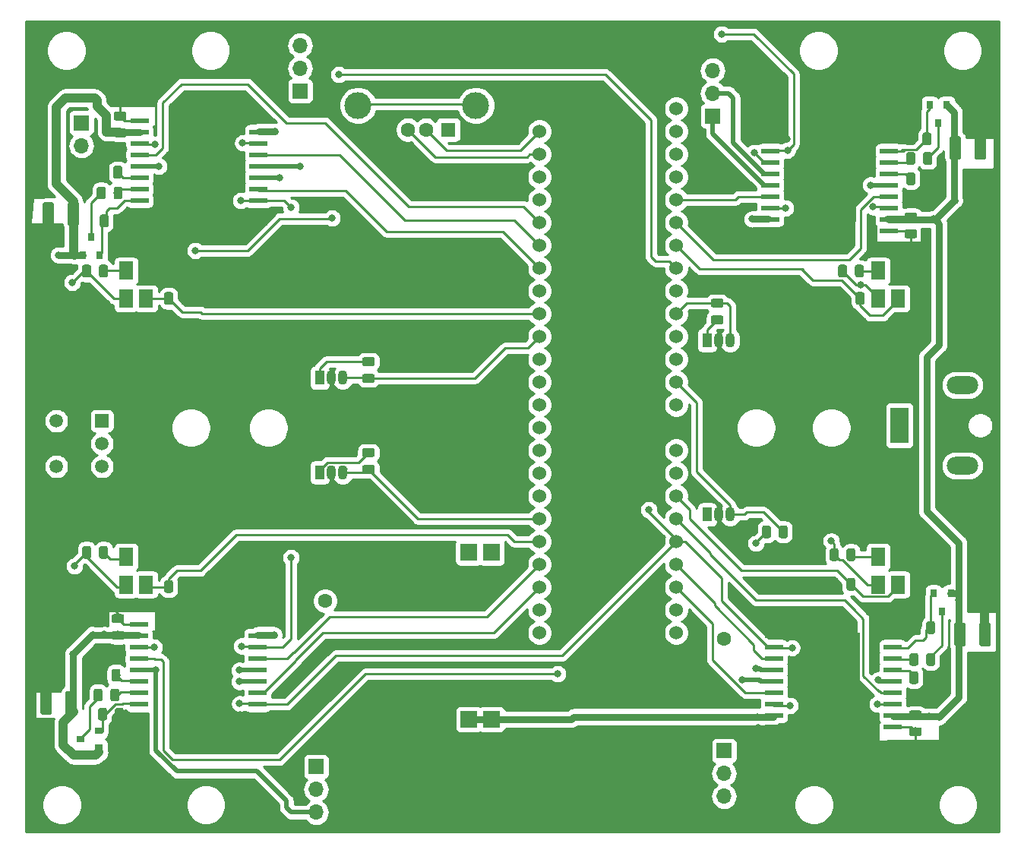
<source format=gbr>
G04 #@! TF.GenerationSoftware,KiCad,Pcbnew,(5.1.4-0)*
G04 #@! TF.CreationDate,2019-12-29T13:39:11-05:00*
G04 #@! TF.ProjectId,eye_driver,6579655f-6472-4697-9665-722e6b696361,rev?*
G04 #@! TF.SameCoordinates,Original*
G04 #@! TF.FileFunction,Copper,L1,Top*
G04 #@! TF.FilePolarity,Positive*
%FSLAX46Y46*%
G04 Gerber Fmt 4.6, Leading zero omitted, Abs format (unit mm)*
G04 Created by KiCad (PCBNEW (5.1.4-0)) date 2019-12-29 13:39:11*
%MOMM*%
%LPD*%
G04 APERTURE LIST*
%ADD10O,1.700000X1.700000*%
%ADD11R,1.700000X1.700000*%
%ADD12R,1.600000X2.000000*%
%ADD13C,0.100000*%
%ADD14C,0.975000*%
%ADD15R,1.500000X1.500000*%
%ADD16C,1.500000*%
%ADD17O,3.500000X2.000000*%
%ADD18O,2.000000X3.300000*%
%ADD19R,2.000000X4.000000*%
%ADD20C,1.250000*%
%ADD21R,0.800000X0.900000*%
%ADD22R,0.900000X0.800000*%
%ADD23O,1.100000X1.600000*%
%ADD24R,1.100000X1.600000*%
%ADD25C,1.600000*%
%ADD26R,1.600000X1.600000*%
%ADD27C,3.000000*%
%ADD28C,1.530000*%
%ADD29R,1.990000X0.630000*%
%ADD30R,6.000000X9.600000*%
%ADD31R,1.850000X1.850000*%
%ADD32C,0.800000*%
%ADD33C,0.250000*%
%ADD34C,1.000000*%
%ADD35C,0.800000*%
%ADD36C,0.500000*%
%ADD37C,0.254000*%
G04 APERTURE END LIST*
D10*
X99060000Y-78042000D03*
X99060000Y-75502000D03*
D11*
X99060000Y-72962000D03*
D12*
X187876000Y-124422000D03*
X190076000Y-124422000D03*
X190076000Y-121322000D03*
X187876000Y-121322000D03*
X104056000Y-124422000D03*
X106256000Y-124422000D03*
X106256000Y-121322000D03*
X104056000Y-121322000D03*
X104056000Y-92546000D03*
X106256000Y-92546000D03*
X106256000Y-89446000D03*
X104056000Y-89446000D03*
X187876000Y-92546000D03*
X190076000Y-92546000D03*
X190076000Y-89446000D03*
X187876000Y-89446000D03*
D13*
G36*
X184242142Y-91821174D02*
G01*
X184265803Y-91824684D01*
X184289007Y-91830496D01*
X184311529Y-91838554D01*
X184333153Y-91848782D01*
X184353670Y-91861079D01*
X184372883Y-91875329D01*
X184390607Y-91891393D01*
X184406671Y-91909117D01*
X184420921Y-91928330D01*
X184433218Y-91948847D01*
X184443446Y-91970471D01*
X184451504Y-91992993D01*
X184457316Y-92016197D01*
X184460826Y-92039858D01*
X184462000Y-92063750D01*
X184462000Y-92976250D01*
X184460826Y-93000142D01*
X184457316Y-93023803D01*
X184451504Y-93047007D01*
X184443446Y-93069529D01*
X184433218Y-93091153D01*
X184420921Y-93111670D01*
X184406671Y-93130883D01*
X184390607Y-93148607D01*
X184372883Y-93164671D01*
X184353670Y-93178921D01*
X184333153Y-93191218D01*
X184311529Y-93201446D01*
X184289007Y-93209504D01*
X184265803Y-93215316D01*
X184242142Y-93218826D01*
X184218250Y-93220000D01*
X183730750Y-93220000D01*
X183706858Y-93218826D01*
X183683197Y-93215316D01*
X183659993Y-93209504D01*
X183637471Y-93201446D01*
X183615847Y-93191218D01*
X183595330Y-93178921D01*
X183576117Y-93164671D01*
X183558393Y-93148607D01*
X183542329Y-93130883D01*
X183528079Y-93111670D01*
X183515782Y-93091153D01*
X183505554Y-93069529D01*
X183497496Y-93047007D01*
X183491684Y-93023803D01*
X183488174Y-93000142D01*
X183487000Y-92976250D01*
X183487000Y-92063750D01*
X183488174Y-92039858D01*
X183491684Y-92016197D01*
X183497496Y-91992993D01*
X183505554Y-91970471D01*
X183515782Y-91948847D01*
X183528079Y-91928330D01*
X183542329Y-91909117D01*
X183558393Y-91891393D01*
X183576117Y-91875329D01*
X183595330Y-91861079D01*
X183615847Y-91848782D01*
X183637471Y-91838554D01*
X183659993Y-91830496D01*
X183683197Y-91824684D01*
X183706858Y-91821174D01*
X183730750Y-91820000D01*
X184218250Y-91820000D01*
X184242142Y-91821174D01*
X184242142Y-91821174D01*
G37*
D14*
X183974500Y-92520000D03*
D13*
G36*
X186117142Y-91821174D02*
G01*
X186140803Y-91824684D01*
X186164007Y-91830496D01*
X186186529Y-91838554D01*
X186208153Y-91848782D01*
X186228670Y-91861079D01*
X186247883Y-91875329D01*
X186265607Y-91891393D01*
X186281671Y-91909117D01*
X186295921Y-91928330D01*
X186308218Y-91948847D01*
X186318446Y-91970471D01*
X186326504Y-91992993D01*
X186332316Y-92016197D01*
X186335826Y-92039858D01*
X186337000Y-92063750D01*
X186337000Y-92976250D01*
X186335826Y-93000142D01*
X186332316Y-93023803D01*
X186326504Y-93047007D01*
X186318446Y-93069529D01*
X186308218Y-93091153D01*
X186295921Y-93111670D01*
X186281671Y-93130883D01*
X186265607Y-93148607D01*
X186247883Y-93164671D01*
X186228670Y-93178921D01*
X186208153Y-93191218D01*
X186186529Y-93201446D01*
X186164007Y-93209504D01*
X186140803Y-93215316D01*
X186117142Y-93218826D01*
X186093250Y-93220000D01*
X185605750Y-93220000D01*
X185581858Y-93218826D01*
X185558197Y-93215316D01*
X185534993Y-93209504D01*
X185512471Y-93201446D01*
X185490847Y-93191218D01*
X185470330Y-93178921D01*
X185451117Y-93164671D01*
X185433393Y-93148607D01*
X185417329Y-93130883D01*
X185403079Y-93111670D01*
X185390782Y-93091153D01*
X185380554Y-93069529D01*
X185372496Y-93047007D01*
X185366684Y-93023803D01*
X185363174Y-93000142D01*
X185362000Y-92976250D01*
X185362000Y-92063750D01*
X185363174Y-92039858D01*
X185366684Y-92016197D01*
X185372496Y-91992993D01*
X185380554Y-91970471D01*
X185390782Y-91948847D01*
X185403079Y-91928330D01*
X185417329Y-91909117D01*
X185433393Y-91891393D01*
X185451117Y-91875329D01*
X185470330Y-91861079D01*
X185490847Y-91848782D01*
X185512471Y-91838554D01*
X185534993Y-91830496D01*
X185558197Y-91824684D01*
X185581858Y-91821174D01*
X185605750Y-91820000D01*
X186093250Y-91820000D01*
X186117142Y-91821174D01*
X186117142Y-91821174D01*
G37*
D14*
X185849500Y-92520000D03*
D15*
X101346000Y-106172000D03*
D16*
X101346000Y-108712000D03*
X101346000Y-111252000D03*
X96266000Y-106172000D03*
X96266000Y-111252000D03*
D17*
X197246000Y-102180000D03*
X197246000Y-111180000D03*
D18*
X196246000Y-106680000D03*
D19*
X190246000Y-106680000D03*
D10*
X170688000Y-148018000D03*
X170688000Y-145478000D03*
D11*
X170688000Y-142938000D03*
D10*
X125222000Y-149796000D03*
X125222000Y-147256000D03*
D11*
X125222000Y-144716000D03*
D10*
X169418000Y-67120000D03*
X169418000Y-69660000D03*
D11*
X169418000Y-72200000D03*
D10*
X123444000Y-64326000D03*
X123444000Y-66866000D03*
D11*
X123444000Y-69406000D03*
D13*
G36*
X199651504Y-74432204D02*
G01*
X199675773Y-74435804D01*
X199699571Y-74441765D01*
X199722671Y-74450030D01*
X199744849Y-74460520D01*
X199765893Y-74473133D01*
X199785598Y-74487747D01*
X199803777Y-74504223D01*
X199820253Y-74522402D01*
X199834867Y-74542107D01*
X199847480Y-74563151D01*
X199857970Y-74585329D01*
X199866235Y-74608429D01*
X199872196Y-74632227D01*
X199875796Y-74656496D01*
X199877000Y-74681000D01*
X199877000Y-76831000D01*
X199875796Y-76855504D01*
X199872196Y-76879773D01*
X199866235Y-76903571D01*
X199857970Y-76926671D01*
X199847480Y-76948849D01*
X199834867Y-76969893D01*
X199820253Y-76989598D01*
X199803777Y-77007777D01*
X199785598Y-77024253D01*
X199765893Y-77038867D01*
X199744849Y-77051480D01*
X199722671Y-77061970D01*
X199699571Y-77070235D01*
X199675773Y-77076196D01*
X199651504Y-77079796D01*
X199627000Y-77081000D01*
X198877000Y-77081000D01*
X198852496Y-77079796D01*
X198828227Y-77076196D01*
X198804429Y-77070235D01*
X198781329Y-77061970D01*
X198759151Y-77051480D01*
X198738107Y-77038867D01*
X198718402Y-77024253D01*
X198700223Y-77007777D01*
X198683747Y-76989598D01*
X198669133Y-76969893D01*
X198656520Y-76948849D01*
X198646030Y-76926671D01*
X198637765Y-76903571D01*
X198631804Y-76879773D01*
X198628204Y-76855504D01*
X198627000Y-76831000D01*
X198627000Y-74681000D01*
X198628204Y-74656496D01*
X198631804Y-74632227D01*
X198637765Y-74608429D01*
X198646030Y-74585329D01*
X198656520Y-74563151D01*
X198669133Y-74542107D01*
X198683747Y-74522402D01*
X198700223Y-74504223D01*
X198718402Y-74487747D01*
X198738107Y-74473133D01*
X198759151Y-74460520D01*
X198781329Y-74450030D01*
X198804429Y-74441765D01*
X198828227Y-74435804D01*
X198852496Y-74432204D01*
X198877000Y-74431000D01*
X199627000Y-74431000D01*
X199651504Y-74432204D01*
X199651504Y-74432204D01*
G37*
D20*
X199252000Y-75756000D03*
D13*
G36*
X196851504Y-74432204D02*
G01*
X196875773Y-74435804D01*
X196899571Y-74441765D01*
X196922671Y-74450030D01*
X196944849Y-74460520D01*
X196965893Y-74473133D01*
X196985598Y-74487747D01*
X197003777Y-74504223D01*
X197020253Y-74522402D01*
X197034867Y-74542107D01*
X197047480Y-74563151D01*
X197057970Y-74585329D01*
X197066235Y-74608429D01*
X197072196Y-74632227D01*
X197075796Y-74656496D01*
X197077000Y-74681000D01*
X197077000Y-76831000D01*
X197075796Y-76855504D01*
X197072196Y-76879773D01*
X197066235Y-76903571D01*
X197057970Y-76926671D01*
X197047480Y-76948849D01*
X197034867Y-76969893D01*
X197020253Y-76989598D01*
X197003777Y-77007777D01*
X196985598Y-77024253D01*
X196965893Y-77038867D01*
X196944849Y-77051480D01*
X196922671Y-77061970D01*
X196899571Y-77070235D01*
X196875773Y-77076196D01*
X196851504Y-77079796D01*
X196827000Y-77081000D01*
X196077000Y-77081000D01*
X196052496Y-77079796D01*
X196028227Y-77076196D01*
X196004429Y-77070235D01*
X195981329Y-77061970D01*
X195959151Y-77051480D01*
X195938107Y-77038867D01*
X195918402Y-77024253D01*
X195900223Y-77007777D01*
X195883747Y-76989598D01*
X195869133Y-76969893D01*
X195856520Y-76948849D01*
X195846030Y-76926671D01*
X195837765Y-76903571D01*
X195831804Y-76879773D01*
X195828204Y-76855504D01*
X195827000Y-76831000D01*
X195827000Y-74681000D01*
X195828204Y-74656496D01*
X195831804Y-74632227D01*
X195837765Y-74608429D01*
X195846030Y-74585329D01*
X195856520Y-74563151D01*
X195869133Y-74542107D01*
X195883747Y-74522402D01*
X195900223Y-74504223D01*
X195918402Y-74487747D01*
X195938107Y-74473133D01*
X195959151Y-74460520D01*
X195981329Y-74450030D01*
X196004429Y-74441765D01*
X196028227Y-74435804D01*
X196052496Y-74432204D01*
X196077000Y-74431000D01*
X196827000Y-74431000D01*
X196851504Y-74432204D01*
X196851504Y-74432204D01*
G37*
D20*
X196452000Y-75756000D03*
D13*
G36*
X183226142Y-123697174D02*
G01*
X183249803Y-123700684D01*
X183273007Y-123706496D01*
X183295529Y-123714554D01*
X183317153Y-123724782D01*
X183337670Y-123737079D01*
X183356883Y-123751329D01*
X183374607Y-123767393D01*
X183390671Y-123785117D01*
X183404921Y-123804330D01*
X183417218Y-123824847D01*
X183427446Y-123846471D01*
X183435504Y-123868993D01*
X183441316Y-123892197D01*
X183444826Y-123915858D01*
X183446000Y-123939750D01*
X183446000Y-124852250D01*
X183444826Y-124876142D01*
X183441316Y-124899803D01*
X183435504Y-124923007D01*
X183427446Y-124945529D01*
X183417218Y-124967153D01*
X183404921Y-124987670D01*
X183390671Y-125006883D01*
X183374607Y-125024607D01*
X183356883Y-125040671D01*
X183337670Y-125054921D01*
X183317153Y-125067218D01*
X183295529Y-125077446D01*
X183273007Y-125085504D01*
X183249803Y-125091316D01*
X183226142Y-125094826D01*
X183202250Y-125096000D01*
X182714750Y-125096000D01*
X182690858Y-125094826D01*
X182667197Y-125091316D01*
X182643993Y-125085504D01*
X182621471Y-125077446D01*
X182599847Y-125067218D01*
X182579330Y-125054921D01*
X182560117Y-125040671D01*
X182542393Y-125024607D01*
X182526329Y-125006883D01*
X182512079Y-124987670D01*
X182499782Y-124967153D01*
X182489554Y-124945529D01*
X182481496Y-124923007D01*
X182475684Y-124899803D01*
X182472174Y-124876142D01*
X182471000Y-124852250D01*
X182471000Y-123939750D01*
X182472174Y-123915858D01*
X182475684Y-123892197D01*
X182481496Y-123868993D01*
X182489554Y-123846471D01*
X182499782Y-123824847D01*
X182512079Y-123804330D01*
X182526329Y-123785117D01*
X182542393Y-123767393D01*
X182560117Y-123751329D01*
X182579330Y-123737079D01*
X182599847Y-123724782D01*
X182621471Y-123714554D01*
X182643993Y-123706496D01*
X182667197Y-123700684D01*
X182690858Y-123697174D01*
X182714750Y-123696000D01*
X183202250Y-123696000D01*
X183226142Y-123697174D01*
X183226142Y-123697174D01*
G37*
D14*
X182958500Y-124396000D03*
D13*
G36*
X185101142Y-123697174D02*
G01*
X185124803Y-123700684D01*
X185148007Y-123706496D01*
X185170529Y-123714554D01*
X185192153Y-123724782D01*
X185212670Y-123737079D01*
X185231883Y-123751329D01*
X185249607Y-123767393D01*
X185265671Y-123785117D01*
X185279921Y-123804330D01*
X185292218Y-123824847D01*
X185302446Y-123846471D01*
X185310504Y-123868993D01*
X185316316Y-123892197D01*
X185319826Y-123915858D01*
X185321000Y-123939750D01*
X185321000Y-124852250D01*
X185319826Y-124876142D01*
X185316316Y-124899803D01*
X185310504Y-124923007D01*
X185302446Y-124945529D01*
X185292218Y-124967153D01*
X185279921Y-124987670D01*
X185265671Y-125006883D01*
X185249607Y-125024607D01*
X185231883Y-125040671D01*
X185212670Y-125054921D01*
X185192153Y-125067218D01*
X185170529Y-125077446D01*
X185148007Y-125085504D01*
X185124803Y-125091316D01*
X185101142Y-125094826D01*
X185077250Y-125096000D01*
X184589750Y-125096000D01*
X184565858Y-125094826D01*
X184542197Y-125091316D01*
X184518993Y-125085504D01*
X184496471Y-125077446D01*
X184474847Y-125067218D01*
X184454330Y-125054921D01*
X184435117Y-125040671D01*
X184417393Y-125024607D01*
X184401329Y-125006883D01*
X184387079Y-124987670D01*
X184374782Y-124967153D01*
X184364554Y-124945529D01*
X184356496Y-124923007D01*
X184350684Y-124899803D01*
X184347174Y-124876142D01*
X184346000Y-124852250D01*
X184346000Y-123939750D01*
X184347174Y-123915858D01*
X184350684Y-123892197D01*
X184356496Y-123868993D01*
X184364554Y-123846471D01*
X184374782Y-123824847D01*
X184387079Y-123804330D01*
X184401329Y-123785117D01*
X184417393Y-123767393D01*
X184435117Y-123751329D01*
X184454330Y-123737079D01*
X184474847Y-123724782D01*
X184496471Y-123714554D01*
X184518993Y-123706496D01*
X184542197Y-123700684D01*
X184565858Y-123697174D01*
X184589750Y-123696000D01*
X185077250Y-123696000D01*
X185101142Y-123697174D01*
X185101142Y-123697174D01*
G37*
D14*
X184833500Y-124396000D03*
D13*
G36*
X185101142Y-120395174D02*
G01*
X185124803Y-120398684D01*
X185148007Y-120404496D01*
X185170529Y-120412554D01*
X185192153Y-120422782D01*
X185212670Y-120435079D01*
X185231883Y-120449329D01*
X185249607Y-120465393D01*
X185265671Y-120483117D01*
X185279921Y-120502330D01*
X185292218Y-120522847D01*
X185302446Y-120544471D01*
X185310504Y-120566993D01*
X185316316Y-120590197D01*
X185319826Y-120613858D01*
X185321000Y-120637750D01*
X185321000Y-121550250D01*
X185319826Y-121574142D01*
X185316316Y-121597803D01*
X185310504Y-121621007D01*
X185302446Y-121643529D01*
X185292218Y-121665153D01*
X185279921Y-121685670D01*
X185265671Y-121704883D01*
X185249607Y-121722607D01*
X185231883Y-121738671D01*
X185212670Y-121752921D01*
X185192153Y-121765218D01*
X185170529Y-121775446D01*
X185148007Y-121783504D01*
X185124803Y-121789316D01*
X185101142Y-121792826D01*
X185077250Y-121794000D01*
X184589750Y-121794000D01*
X184565858Y-121792826D01*
X184542197Y-121789316D01*
X184518993Y-121783504D01*
X184496471Y-121775446D01*
X184474847Y-121765218D01*
X184454330Y-121752921D01*
X184435117Y-121738671D01*
X184417393Y-121722607D01*
X184401329Y-121704883D01*
X184387079Y-121685670D01*
X184374782Y-121665153D01*
X184364554Y-121643529D01*
X184356496Y-121621007D01*
X184350684Y-121597803D01*
X184347174Y-121574142D01*
X184346000Y-121550250D01*
X184346000Y-120637750D01*
X184347174Y-120613858D01*
X184350684Y-120590197D01*
X184356496Y-120566993D01*
X184364554Y-120544471D01*
X184374782Y-120522847D01*
X184387079Y-120502330D01*
X184401329Y-120483117D01*
X184417393Y-120465393D01*
X184435117Y-120449329D01*
X184454330Y-120435079D01*
X184474847Y-120422782D01*
X184496471Y-120412554D01*
X184518993Y-120404496D01*
X184542197Y-120398684D01*
X184565858Y-120395174D01*
X184589750Y-120394000D01*
X185077250Y-120394000D01*
X185101142Y-120395174D01*
X185101142Y-120395174D01*
G37*
D14*
X184833500Y-121094000D03*
D13*
G36*
X183226142Y-120395174D02*
G01*
X183249803Y-120398684D01*
X183273007Y-120404496D01*
X183295529Y-120412554D01*
X183317153Y-120422782D01*
X183337670Y-120435079D01*
X183356883Y-120449329D01*
X183374607Y-120465393D01*
X183390671Y-120483117D01*
X183404921Y-120502330D01*
X183417218Y-120522847D01*
X183427446Y-120544471D01*
X183435504Y-120566993D01*
X183441316Y-120590197D01*
X183444826Y-120613858D01*
X183446000Y-120637750D01*
X183446000Y-121550250D01*
X183444826Y-121574142D01*
X183441316Y-121597803D01*
X183435504Y-121621007D01*
X183427446Y-121643529D01*
X183417218Y-121665153D01*
X183404921Y-121685670D01*
X183390671Y-121704883D01*
X183374607Y-121722607D01*
X183356883Y-121738671D01*
X183337670Y-121752921D01*
X183317153Y-121765218D01*
X183295529Y-121775446D01*
X183273007Y-121783504D01*
X183249803Y-121789316D01*
X183226142Y-121792826D01*
X183202250Y-121794000D01*
X182714750Y-121794000D01*
X182690858Y-121792826D01*
X182667197Y-121789316D01*
X182643993Y-121783504D01*
X182621471Y-121775446D01*
X182599847Y-121765218D01*
X182579330Y-121752921D01*
X182560117Y-121738671D01*
X182542393Y-121722607D01*
X182526329Y-121704883D01*
X182512079Y-121685670D01*
X182499782Y-121665153D01*
X182489554Y-121643529D01*
X182481496Y-121621007D01*
X182475684Y-121597803D01*
X182472174Y-121574142D01*
X182471000Y-121550250D01*
X182471000Y-120637750D01*
X182472174Y-120613858D01*
X182475684Y-120590197D01*
X182481496Y-120566993D01*
X182489554Y-120544471D01*
X182499782Y-120522847D01*
X182512079Y-120502330D01*
X182526329Y-120483117D01*
X182542393Y-120465393D01*
X182560117Y-120449329D01*
X182579330Y-120435079D01*
X182599847Y-120422782D01*
X182621471Y-120412554D01*
X182643993Y-120404496D01*
X182667197Y-120398684D01*
X182690858Y-120395174D01*
X182714750Y-120394000D01*
X183202250Y-120394000D01*
X183226142Y-120395174D01*
X183226142Y-120395174D01*
G37*
D14*
X182958500Y-121094000D03*
D13*
G36*
X110933142Y-123951174D02*
G01*
X110956803Y-123954684D01*
X110980007Y-123960496D01*
X111002529Y-123968554D01*
X111024153Y-123978782D01*
X111044670Y-123991079D01*
X111063883Y-124005329D01*
X111081607Y-124021393D01*
X111097671Y-124039117D01*
X111111921Y-124058330D01*
X111124218Y-124078847D01*
X111134446Y-124100471D01*
X111142504Y-124122993D01*
X111148316Y-124146197D01*
X111151826Y-124169858D01*
X111153000Y-124193750D01*
X111153000Y-125106250D01*
X111151826Y-125130142D01*
X111148316Y-125153803D01*
X111142504Y-125177007D01*
X111134446Y-125199529D01*
X111124218Y-125221153D01*
X111111921Y-125241670D01*
X111097671Y-125260883D01*
X111081607Y-125278607D01*
X111063883Y-125294671D01*
X111044670Y-125308921D01*
X111024153Y-125321218D01*
X111002529Y-125331446D01*
X110980007Y-125339504D01*
X110956803Y-125345316D01*
X110933142Y-125348826D01*
X110909250Y-125350000D01*
X110421750Y-125350000D01*
X110397858Y-125348826D01*
X110374197Y-125345316D01*
X110350993Y-125339504D01*
X110328471Y-125331446D01*
X110306847Y-125321218D01*
X110286330Y-125308921D01*
X110267117Y-125294671D01*
X110249393Y-125278607D01*
X110233329Y-125260883D01*
X110219079Y-125241670D01*
X110206782Y-125221153D01*
X110196554Y-125199529D01*
X110188496Y-125177007D01*
X110182684Y-125153803D01*
X110179174Y-125130142D01*
X110178000Y-125106250D01*
X110178000Y-124193750D01*
X110179174Y-124169858D01*
X110182684Y-124146197D01*
X110188496Y-124122993D01*
X110196554Y-124100471D01*
X110206782Y-124078847D01*
X110219079Y-124058330D01*
X110233329Y-124039117D01*
X110249393Y-124021393D01*
X110267117Y-124005329D01*
X110286330Y-123991079D01*
X110306847Y-123978782D01*
X110328471Y-123968554D01*
X110350993Y-123960496D01*
X110374197Y-123954684D01*
X110397858Y-123951174D01*
X110421750Y-123950000D01*
X110909250Y-123950000D01*
X110933142Y-123951174D01*
X110933142Y-123951174D01*
G37*
D14*
X110665500Y-124650000D03*
D13*
G36*
X109058142Y-123951174D02*
G01*
X109081803Y-123954684D01*
X109105007Y-123960496D01*
X109127529Y-123968554D01*
X109149153Y-123978782D01*
X109169670Y-123991079D01*
X109188883Y-124005329D01*
X109206607Y-124021393D01*
X109222671Y-124039117D01*
X109236921Y-124058330D01*
X109249218Y-124078847D01*
X109259446Y-124100471D01*
X109267504Y-124122993D01*
X109273316Y-124146197D01*
X109276826Y-124169858D01*
X109278000Y-124193750D01*
X109278000Y-125106250D01*
X109276826Y-125130142D01*
X109273316Y-125153803D01*
X109267504Y-125177007D01*
X109259446Y-125199529D01*
X109249218Y-125221153D01*
X109236921Y-125241670D01*
X109222671Y-125260883D01*
X109206607Y-125278607D01*
X109188883Y-125294671D01*
X109169670Y-125308921D01*
X109149153Y-125321218D01*
X109127529Y-125331446D01*
X109105007Y-125339504D01*
X109081803Y-125345316D01*
X109058142Y-125348826D01*
X109034250Y-125350000D01*
X108546750Y-125350000D01*
X108522858Y-125348826D01*
X108499197Y-125345316D01*
X108475993Y-125339504D01*
X108453471Y-125331446D01*
X108431847Y-125321218D01*
X108411330Y-125308921D01*
X108392117Y-125294671D01*
X108374393Y-125278607D01*
X108358329Y-125260883D01*
X108344079Y-125241670D01*
X108331782Y-125221153D01*
X108321554Y-125199529D01*
X108313496Y-125177007D01*
X108307684Y-125153803D01*
X108304174Y-125130142D01*
X108303000Y-125106250D01*
X108303000Y-124193750D01*
X108304174Y-124169858D01*
X108307684Y-124146197D01*
X108313496Y-124122993D01*
X108321554Y-124100471D01*
X108331782Y-124078847D01*
X108344079Y-124058330D01*
X108358329Y-124039117D01*
X108374393Y-124021393D01*
X108392117Y-124005329D01*
X108411330Y-123991079D01*
X108431847Y-123978782D01*
X108453471Y-123968554D01*
X108475993Y-123960496D01*
X108499197Y-123954684D01*
X108522858Y-123951174D01*
X108546750Y-123950000D01*
X109034250Y-123950000D01*
X109058142Y-123951174D01*
X109058142Y-123951174D01*
G37*
D14*
X108790500Y-124650000D03*
D13*
G36*
X101789142Y-120141174D02*
G01*
X101812803Y-120144684D01*
X101836007Y-120150496D01*
X101858529Y-120158554D01*
X101880153Y-120168782D01*
X101900670Y-120181079D01*
X101919883Y-120195329D01*
X101937607Y-120211393D01*
X101953671Y-120229117D01*
X101967921Y-120248330D01*
X101980218Y-120268847D01*
X101990446Y-120290471D01*
X101998504Y-120312993D01*
X102004316Y-120336197D01*
X102007826Y-120359858D01*
X102009000Y-120383750D01*
X102009000Y-121296250D01*
X102007826Y-121320142D01*
X102004316Y-121343803D01*
X101998504Y-121367007D01*
X101990446Y-121389529D01*
X101980218Y-121411153D01*
X101967921Y-121431670D01*
X101953671Y-121450883D01*
X101937607Y-121468607D01*
X101919883Y-121484671D01*
X101900670Y-121498921D01*
X101880153Y-121511218D01*
X101858529Y-121521446D01*
X101836007Y-121529504D01*
X101812803Y-121535316D01*
X101789142Y-121538826D01*
X101765250Y-121540000D01*
X101277750Y-121540000D01*
X101253858Y-121538826D01*
X101230197Y-121535316D01*
X101206993Y-121529504D01*
X101184471Y-121521446D01*
X101162847Y-121511218D01*
X101142330Y-121498921D01*
X101123117Y-121484671D01*
X101105393Y-121468607D01*
X101089329Y-121450883D01*
X101075079Y-121431670D01*
X101062782Y-121411153D01*
X101052554Y-121389529D01*
X101044496Y-121367007D01*
X101038684Y-121343803D01*
X101035174Y-121320142D01*
X101034000Y-121296250D01*
X101034000Y-120383750D01*
X101035174Y-120359858D01*
X101038684Y-120336197D01*
X101044496Y-120312993D01*
X101052554Y-120290471D01*
X101062782Y-120268847D01*
X101075079Y-120248330D01*
X101089329Y-120229117D01*
X101105393Y-120211393D01*
X101123117Y-120195329D01*
X101142330Y-120181079D01*
X101162847Y-120168782D01*
X101184471Y-120158554D01*
X101206993Y-120150496D01*
X101230197Y-120144684D01*
X101253858Y-120141174D01*
X101277750Y-120140000D01*
X101765250Y-120140000D01*
X101789142Y-120141174D01*
X101789142Y-120141174D01*
G37*
D14*
X101521500Y-120840000D03*
D13*
G36*
X99914142Y-120141174D02*
G01*
X99937803Y-120144684D01*
X99961007Y-120150496D01*
X99983529Y-120158554D01*
X100005153Y-120168782D01*
X100025670Y-120181079D01*
X100044883Y-120195329D01*
X100062607Y-120211393D01*
X100078671Y-120229117D01*
X100092921Y-120248330D01*
X100105218Y-120268847D01*
X100115446Y-120290471D01*
X100123504Y-120312993D01*
X100129316Y-120336197D01*
X100132826Y-120359858D01*
X100134000Y-120383750D01*
X100134000Y-121296250D01*
X100132826Y-121320142D01*
X100129316Y-121343803D01*
X100123504Y-121367007D01*
X100115446Y-121389529D01*
X100105218Y-121411153D01*
X100092921Y-121431670D01*
X100078671Y-121450883D01*
X100062607Y-121468607D01*
X100044883Y-121484671D01*
X100025670Y-121498921D01*
X100005153Y-121511218D01*
X99983529Y-121521446D01*
X99961007Y-121529504D01*
X99937803Y-121535316D01*
X99914142Y-121538826D01*
X99890250Y-121540000D01*
X99402750Y-121540000D01*
X99378858Y-121538826D01*
X99355197Y-121535316D01*
X99331993Y-121529504D01*
X99309471Y-121521446D01*
X99287847Y-121511218D01*
X99267330Y-121498921D01*
X99248117Y-121484671D01*
X99230393Y-121468607D01*
X99214329Y-121450883D01*
X99200079Y-121431670D01*
X99187782Y-121411153D01*
X99177554Y-121389529D01*
X99169496Y-121367007D01*
X99163684Y-121343803D01*
X99160174Y-121320142D01*
X99159000Y-121296250D01*
X99159000Y-120383750D01*
X99160174Y-120359858D01*
X99163684Y-120336197D01*
X99169496Y-120312993D01*
X99177554Y-120290471D01*
X99187782Y-120268847D01*
X99200079Y-120248330D01*
X99214329Y-120229117D01*
X99230393Y-120211393D01*
X99248117Y-120195329D01*
X99267330Y-120181079D01*
X99287847Y-120168782D01*
X99309471Y-120158554D01*
X99331993Y-120150496D01*
X99355197Y-120144684D01*
X99378858Y-120141174D01*
X99402750Y-120140000D01*
X99890250Y-120140000D01*
X99914142Y-120141174D01*
X99914142Y-120141174D01*
G37*
D14*
X99646500Y-120840000D03*
D13*
G36*
X186038642Y-88773174D02*
G01*
X186062303Y-88776684D01*
X186085507Y-88782496D01*
X186108029Y-88790554D01*
X186129653Y-88800782D01*
X186150170Y-88813079D01*
X186169383Y-88827329D01*
X186187107Y-88843393D01*
X186203171Y-88861117D01*
X186217421Y-88880330D01*
X186229718Y-88900847D01*
X186239946Y-88922471D01*
X186248004Y-88944993D01*
X186253816Y-88968197D01*
X186257326Y-88991858D01*
X186258500Y-89015750D01*
X186258500Y-89928250D01*
X186257326Y-89952142D01*
X186253816Y-89975803D01*
X186248004Y-89999007D01*
X186239946Y-90021529D01*
X186229718Y-90043153D01*
X186217421Y-90063670D01*
X186203171Y-90082883D01*
X186187107Y-90100607D01*
X186169383Y-90116671D01*
X186150170Y-90130921D01*
X186129653Y-90143218D01*
X186108029Y-90153446D01*
X186085507Y-90161504D01*
X186062303Y-90167316D01*
X186038642Y-90170826D01*
X186014750Y-90172000D01*
X185527250Y-90172000D01*
X185503358Y-90170826D01*
X185479697Y-90167316D01*
X185456493Y-90161504D01*
X185433971Y-90153446D01*
X185412347Y-90143218D01*
X185391830Y-90130921D01*
X185372617Y-90116671D01*
X185354893Y-90100607D01*
X185338829Y-90082883D01*
X185324579Y-90063670D01*
X185312282Y-90043153D01*
X185302054Y-90021529D01*
X185293996Y-89999007D01*
X185288184Y-89975803D01*
X185284674Y-89952142D01*
X185283500Y-89928250D01*
X185283500Y-89015750D01*
X185284674Y-88991858D01*
X185288184Y-88968197D01*
X185293996Y-88944993D01*
X185302054Y-88922471D01*
X185312282Y-88900847D01*
X185324579Y-88880330D01*
X185338829Y-88861117D01*
X185354893Y-88843393D01*
X185372617Y-88827329D01*
X185391830Y-88813079D01*
X185412347Y-88800782D01*
X185433971Y-88790554D01*
X185456493Y-88782496D01*
X185479697Y-88776684D01*
X185503358Y-88773174D01*
X185527250Y-88772000D01*
X186014750Y-88772000D01*
X186038642Y-88773174D01*
X186038642Y-88773174D01*
G37*
D14*
X185771000Y-89472000D03*
D13*
G36*
X184163642Y-88773174D02*
G01*
X184187303Y-88776684D01*
X184210507Y-88782496D01*
X184233029Y-88790554D01*
X184254653Y-88800782D01*
X184275170Y-88813079D01*
X184294383Y-88827329D01*
X184312107Y-88843393D01*
X184328171Y-88861117D01*
X184342421Y-88880330D01*
X184354718Y-88900847D01*
X184364946Y-88922471D01*
X184373004Y-88944993D01*
X184378816Y-88968197D01*
X184382326Y-88991858D01*
X184383500Y-89015750D01*
X184383500Y-89928250D01*
X184382326Y-89952142D01*
X184378816Y-89975803D01*
X184373004Y-89999007D01*
X184364946Y-90021529D01*
X184354718Y-90043153D01*
X184342421Y-90063670D01*
X184328171Y-90082883D01*
X184312107Y-90100607D01*
X184294383Y-90116671D01*
X184275170Y-90130921D01*
X184254653Y-90143218D01*
X184233029Y-90153446D01*
X184210507Y-90161504D01*
X184187303Y-90167316D01*
X184163642Y-90170826D01*
X184139750Y-90172000D01*
X183652250Y-90172000D01*
X183628358Y-90170826D01*
X183604697Y-90167316D01*
X183581493Y-90161504D01*
X183558971Y-90153446D01*
X183537347Y-90143218D01*
X183516830Y-90130921D01*
X183497617Y-90116671D01*
X183479893Y-90100607D01*
X183463829Y-90082883D01*
X183449579Y-90063670D01*
X183437282Y-90043153D01*
X183427054Y-90021529D01*
X183418996Y-89999007D01*
X183413184Y-89975803D01*
X183409674Y-89952142D01*
X183408500Y-89928250D01*
X183408500Y-89015750D01*
X183409674Y-88991858D01*
X183413184Y-88968197D01*
X183418996Y-88944993D01*
X183427054Y-88922471D01*
X183437282Y-88900847D01*
X183449579Y-88880330D01*
X183463829Y-88861117D01*
X183479893Y-88843393D01*
X183497617Y-88827329D01*
X183516830Y-88813079D01*
X183537347Y-88800782D01*
X183558971Y-88790554D01*
X183581493Y-88782496D01*
X183604697Y-88776684D01*
X183628358Y-88773174D01*
X183652250Y-88772000D01*
X184139750Y-88772000D01*
X184163642Y-88773174D01*
X184163642Y-88773174D01*
G37*
D14*
X183896000Y-89472000D03*
D13*
G36*
X110933142Y-91821174D02*
G01*
X110956803Y-91824684D01*
X110980007Y-91830496D01*
X111002529Y-91838554D01*
X111024153Y-91848782D01*
X111044670Y-91861079D01*
X111063883Y-91875329D01*
X111081607Y-91891393D01*
X111097671Y-91909117D01*
X111111921Y-91928330D01*
X111124218Y-91948847D01*
X111134446Y-91970471D01*
X111142504Y-91992993D01*
X111148316Y-92016197D01*
X111151826Y-92039858D01*
X111153000Y-92063750D01*
X111153000Y-92976250D01*
X111151826Y-93000142D01*
X111148316Y-93023803D01*
X111142504Y-93047007D01*
X111134446Y-93069529D01*
X111124218Y-93091153D01*
X111111921Y-93111670D01*
X111097671Y-93130883D01*
X111081607Y-93148607D01*
X111063883Y-93164671D01*
X111044670Y-93178921D01*
X111024153Y-93191218D01*
X111002529Y-93201446D01*
X110980007Y-93209504D01*
X110956803Y-93215316D01*
X110933142Y-93218826D01*
X110909250Y-93220000D01*
X110421750Y-93220000D01*
X110397858Y-93218826D01*
X110374197Y-93215316D01*
X110350993Y-93209504D01*
X110328471Y-93201446D01*
X110306847Y-93191218D01*
X110286330Y-93178921D01*
X110267117Y-93164671D01*
X110249393Y-93148607D01*
X110233329Y-93130883D01*
X110219079Y-93111670D01*
X110206782Y-93091153D01*
X110196554Y-93069529D01*
X110188496Y-93047007D01*
X110182684Y-93023803D01*
X110179174Y-93000142D01*
X110178000Y-92976250D01*
X110178000Y-92063750D01*
X110179174Y-92039858D01*
X110182684Y-92016197D01*
X110188496Y-91992993D01*
X110196554Y-91970471D01*
X110206782Y-91948847D01*
X110219079Y-91928330D01*
X110233329Y-91909117D01*
X110249393Y-91891393D01*
X110267117Y-91875329D01*
X110286330Y-91861079D01*
X110306847Y-91848782D01*
X110328471Y-91838554D01*
X110350993Y-91830496D01*
X110374197Y-91824684D01*
X110397858Y-91821174D01*
X110421750Y-91820000D01*
X110909250Y-91820000D01*
X110933142Y-91821174D01*
X110933142Y-91821174D01*
G37*
D14*
X110665500Y-92520000D03*
D13*
G36*
X109058142Y-91821174D02*
G01*
X109081803Y-91824684D01*
X109105007Y-91830496D01*
X109127529Y-91838554D01*
X109149153Y-91848782D01*
X109169670Y-91861079D01*
X109188883Y-91875329D01*
X109206607Y-91891393D01*
X109222671Y-91909117D01*
X109236921Y-91928330D01*
X109249218Y-91948847D01*
X109259446Y-91970471D01*
X109267504Y-91992993D01*
X109273316Y-92016197D01*
X109276826Y-92039858D01*
X109278000Y-92063750D01*
X109278000Y-92976250D01*
X109276826Y-93000142D01*
X109273316Y-93023803D01*
X109267504Y-93047007D01*
X109259446Y-93069529D01*
X109249218Y-93091153D01*
X109236921Y-93111670D01*
X109222671Y-93130883D01*
X109206607Y-93148607D01*
X109188883Y-93164671D01*
X109169670Y-93178921D01*
X109149153Y-93191218D01*
X109127529Y-93201446D01*
X109105007Y-93209504D01*
X109081803Y-93215316D01*
X109058142Y-93218826D01*
X109034250Y-93220000D01*
X108546750Y-93220000D01*
X108522858Y-93218826D01*
X108499197Y-93215316D01*
X108475993Y-93209504D01*
X108453471Y-93201446D01*
X108431847Y-93191218D01*
X108411330Y-93178921D01*
X108392117Y-93164671D01*
X108374393Y-93148607D01*
X108358329Y-93130883D01*
X108344079Y-93111670D01*
X108331782Y-93091153D01*
X108321554Y-93069529D01*
X108313496Y-93047007D01*
X108307684Y-93023803D01*
X108304174Y-93000142D01*
X108303000Y-92976250D01*
X108303000Y-92063750D01*
X108304174Y-92039858D01*
X108307684Y-92016197D01*
X108313496Y-91992993D01*
X108321554Y-91970471D01*
X108331782Y-91948847D01*
X108344079Y-91928330D01*
X108358329Y-91909117D01*
X108374393Y-91891393D01*
X108392117Y-91875329D01*
X108411330Y-91861079D01*
X108431847Y-91848782D01*
X108453471Y-91838554D01*
X108475993Y-91830496D01*
X108499197Y-91824684D01*
X108522858Y-91821174D01*
X108546750Y-91820000D01*
X109034250Y-91820000D01*
X109058142Y-91821174D01*
X109058142Y-91821174D01*
G37*
D14*
X108790500Y-92520000D03*
D13*
G36*
X101789142Y-88773174D02*
G01*
X101812803Y-88776684D01*
X101836007Y-88782496D01*
X101858529Y-88790554D01*
X101880153Y-88800782D01*
X101900670Y-88813079D01*
X101919883Y-88827329D01*
X101937607Y-88843393D01*
X101953671Y-88861117D01*
X101967921Y-88880330D01*
X101980218Y-88900847D01*
X101990446Y-88922471D01*
X101998504Y-88944993D01*
X102004316Y-88968197D01*
X102007826Y-88991858D01*
X102009000Y-89015750D01*
X102009000Y-89928250D01*
X102007826Y-89952142D01*
X102004316Y-89975803D01*
X101998504Y-89999007D01*
X101990446Y-90021529D01*
X101980218Y-90043153D01*
X101967921Y-90063670D01*
X101953671Y-90082883D01*
X101937607Y-90100607D01*
X101919883Y-90116671D01*
X101900670Y-90130921D01*
X101880153Y-90143218D01*
X101858529Y-90153446D01*
X101836007Y-90161504D01*
X101812803Y-90167316D01*
X101789142Y-90170826D01*
X101765250Y-90172000D01*
X101277750Y-90172000D01*
X101253858Y-90170826D01*
X101230197Y-90167316D01*
X101206993Y-90161504D01*
X101184471Y-90153446D01*
X101162847Y-90143218D01*
X101142330Y-90130921D01*
X101123117Y-90116671D01*
X101105393Y-90100607D01*
X101089329Y-90082883D01*
X101075079Y-90063670D01*
X101062782Y-90043153D01*
X101052554Y-90021529D01*
X101044496Y-89999007D01*
X101038684Y-89975803D01*
X101035174Y-89952142D01*
X101034000Y-89928250D01*
X101034000Y-89015750D01*
X101035174Y-88991858D01*
X101038684Y-88968197D01*
X101044496Y-88944993D01*
X101052554Y-88922471D01*
X101062782Y-88900847D01*
X101075079Y-88880330D01*
X101089329Y-88861117D01*
X101105393Y-88843393D01*
X101123117Y-88827329D01*
X101142330Y-88813079D01*
X101162847Y-88800782D01*
X101184471Y-88790554D01*
X101206993Y-88782496D01*
X101230197Y-88776684D01*
X101253858Y-88773174D01*
X101277750Y-88772000D01*
X101765250Y-88772000D01*
X101789142Y-88773174D01*
X101789142Y-88773174D01*
G37*
D14*
X101521500Y-89472000D03*
D13*
G36*
X99914142Y-88773174D02*
G01*
X99937803Y-88776684D01*
X99961007Y-88782496D01*
X99983529Y-88790554D01*
X100005153Y-88800782D01*
X100025670Y-88813079D01*
X100044883Y-88827329D01*
X100062607Y-88843393D01*
X100078671Y-88861117D01*
X100092921Y-88880330D01*
X100105218Y-88900847D01*
X100115446Y-88922471D01*
X100123504Y-88944993D01*
X100129316Y-88968197D01*
X100132826Y-88991858D01*
X100134000Y-89015750D01*
X100134000Y-89928250D01*
X100132826Y-89952142D01*
X100129316Y-89975803D01*
X100123504Y-89999007D01*
X100115446Y-90021529D01*
X100105218Y-90043153D01*
X100092921Y-90063670D01*
X100078671Y-90082883D01*
X100062607Y-90100607D01*
X100044883Y-90116671D01*
X100025670Y-90130921D01*
X100005153Y-90143218D01*
X99983529Y-90153446D01*
X99961007Y-90161504D01*
X99937803Y-90167316D01*
X99914142Y-90170826D01*
X99890250Y-90172000D01*
X99402750Y-90172000D01*
X99378858Y-90170826D01*
X99355197Y-90167316D01*
X99331993Y-90161504D01*
X99309471Y-90153446D01*
X99287847Y-90143218D01*
X99267330Y-90130921D01*
X99248117Y-90116671D01*
X99230393Y-90100607D01*
X99214329Y-90082883D01*
X99200079Y-90063670D01*
X99187782Y-90043153D01*
X99177554Y-90021529D01*
X99169496Y-89999007D01*
X99163684Y-89975803D01*
X99160174Y-89952142D01*
X99159000Y-89928250D01*
X99159000Y-89015750D01*
X99160174Y-88991858D01*
X99163684Y-88968197D01*
X99169496Y-88944993D01*
X99177554Y-88922471D01*
X99187782Y-88900847D01*
X99200079Y-88880330D01*
X99214329Y-88861117D01*
X99230393Y-88843393D01*
X99248117Y-88827329D01*
X99267330Y-88813079D01*
X99287847Y-88800782D01*
X99309471Y-88790554D01*
X99331993Y-88782496D01*
X99355197Y-88776684D01*
X99378858Y-88773174D01*
X99402750Y-88772000D01*
X99890250Y-88772000D01*
X99914142Y-88773174D01*
X99914142Y-88773174D01*
G37*
D14*
X99646500Y-89472000D03*
D13*
G36*
X131544142Y-111099674D02*
G01*
X131567803Y-111103184D01*
X131591007Y-111108996D01*
X131613529Y-111117054D01*
X131635153Y-111127282D01*
X131655670Y-111139579D01*
X131674883Y-111153829D01*
X131692607Y-111169893D01*
X131708671Y-111187617D01*
X131722921Y-111206830D01*
X131735218Y-111227347D01*
X131745446Y-111248971D01*
X131753504Y-111271493D01*
X131759316Y-111294697D01*
X131762826Y-111318358D01*
X131764000Y-111342250D01*
X131764000Y-111829750D01*
X131762826Y-111853642D01*
X131759316Y-111877303D01*
X131753504Y-111900507D01*
X131745446Y-111923029D01*
X131735218Y-111944653D01*
X131722921Y-111965170D01*
X131708671Y-111984383D01*
X131692607Y-112002107D01*
X131674883Y-112018171D01*
X131655670Y-112032421D01*
X131635153Y-112044718D01*
X131613529Y-112054946D01*
X131591007Y-112063004D01*
X131567803Y-112068816D01*
X131544142Y-112072326D01*
X131520250Y-112073500D01*
X130607750Y-112073500D01*
X130583858Y-112072326D01*
X130560197Y-112068816D01*
X130536993Y-112063004D01*
X130514471Y-112054946D01*
X130492847Y-112044718D01*
X130472330Y-112032421D01*
X130453117Y-112018171D01*
X130435393Y-112002107D01*
X130419329Y-111984383D01*
X130405079Y-111965170D01*
X130392782Y-111944653D01*
X130382554Y-111923029D01*
X130374496Y-111900507D01*
X130368684Y-111877303D01*
X130365174Y-111853642D01*
X130364000Y-111829750D01*
X130364000Y-111342250D01*
X130365174Y-111318358D01*
X130368684Y-111294697D01*
X130374496Y-111271493D01*
X130382554Y-111248971D01*
X130392782Y-111227347D01*
X130405079Y-111206830D01*
X130419329Y-111187617D01*
X130435393Y-111169893D01*
X130453117Y-111153829D01*
X130472330Y-111139579D01*
X130492847Y-111127282D01*
X130514471Y-111117054D01*
X130536993Y-111108996D01*
X130560197Y-111103184D01*
X130583858Y-111099674D01*
X130607750Y-111098500D01*
X131520250Y-111098500D01*
X131544142Y-111099674D01*
X131544142Y-111099674D01*
G37*
D14*
X131064000Y-111586000D03*
D13*
G36*
X131544142Y-109224674D02*
G01*
X131567803Y-109228184D01*
X131591007Y-109233996D01*
X131613529Y-109242054D01*
X131635153Y-109252282D01*
X131655670Y-109264579D01*
X131674883Y-109278829D01*
X131692607Y-109294893D01*
X131708671Y-109312617D01*
X131722921Y-109331830D01*
X131735218Y-109352347D01*
X131745446Y-109373971D01*
X131753504Y-109396493D01*
X131759316Y-109419697D01*
X131762826Y-109443358D01*
X131764000Y-109467250D01*
X131764000Y-109954750D01*
X131762826Y-109978642D01*
X131759316Y-110002303D01*
X131753504Y-110025507D01*
X131745446Y-110048029D01*
X131735218Y-110069653D01*
X131722921Y-110090170D01*
X131708671Y-110109383D01*
X131692607Y-110127107D01*
X131674883Y-110143171D01*
X131655670Y-110157421D01*
X131635153Y-110169718D01*
X131613529Y-110179946D01*
X131591007Y-110188004D01*
X131567803Y-110193816D01*
X131544142Y-110197326D01*
X131520250Y-110198500D01*
X130607750Y-110198500D01*
X130583858Y-110197326D01*
X130560197Y-110193816D01*
X130536993Y-110188004D01*
X130514471Y-110179946D01*
X130492847Y-110169718D01*
X130472330Y-110157421D01*
X130453117Y-110143171D01*
X130435393Y-110127107D01*
X130419329Y-110109383D01*
X130405079Y-110090170D01*
X130392782Y-110069653D01*
X130382554Y-110048029D01*
X130374496Y-110025507D01*
X130368684Y-110002303D01*
X130365174Y-109978642D01*
X130364000Y-109954750D01*
X130364000Y-109467250D01*
X130365174Y-109443358D01*
X130368684Y-109419697D01*
X130374496Y-109396493D01*
X130382554Y-109373971D01*
X130392782Y-109352347D01*
X130405079Y-109331830D01*
X130419329Y-109312617D01*
X130435393Y-109294893D01*
X130453117Y-109278829D01*
X130472330Y-109264579D01*
X130492847Y-109252282D01*
X130514471Y-109242054D01*
X130536993Y-109233996D01*
X130560197Y-109228184D01*
X130583858Y-109224674D01*
X130607750Y-109223500D01*
X131520250Y-109223500D01*
X131544142Y-109224674D01*
X131544142Y-109224674D01*
G37*
D14*
X131064000Y-109711000D03*
D13*
G36*
X177559642Y-117855174D02*
G01*
X177583303Y-117858684D01*
X177606507Y-117864496D01*
X177629029Y-117872554D01*
X177650653Y-117882782D01*
X177671170Y-117895079D01*
X177690383Y-117909329D01*
X177708107Y-117925393D01*
X177724171Y-117943117D01*
X177738421Y-117962330D01*
X177750718Y-117982847D01*
X177760946Y-118004471D01*
X177769004Y-118026993D01*
X177774816Y-118050197D01*
X177778326Y-118073858D01*
X177779500Y-118097750D01*
X177779500Y-119010250D01*
X177778326Y-119034142D01*
X177774816Y-119057803D01*
X177769004Y-119081007D01*
X177760946Y-119103529D01*
X177750718Y-119125153D01*
X177738421Y-119145670D01*
X177724171Y-119164883D01*
X177708107Y-119182607D01*
X177690383Y-119198671D01*
X177671170Y-119212921D01*
X177650653Y-119225218D01*
X177629029Y-119235446D01*
X177606507Y-119243504D01*
X177583303Y-119249316D01*
X177559642Y-119252826D01*
X177535750Y-119254000D01*
X177048250Y-119254000D01*
X177024358Y-119252826D01*
X177000697Y-119249316D01*
X176977493Y-119243504D01*
X176954971Y-119235446D01*
X176933347Y-119225218D01*
X176912830Y-119212921D01*
X176893617Y-119198671D01*
X176875893Y-119182607D01*
X176859829Y-119164883D01*
X176845579Y-119145670D01*
X176833282Y-119125153D01*
X176823054Y-119103529D01*
X176814996Y-119081007D01*
X176809184Y-119057803D01*
X176805674Y-119034142D01*
X176804500Y-119010250D01*
X176804500Y-118097750D01*
X176805674Y-118073858D01*
X176809184Y-118050197D01*
X176814996Y-118026993D01*
X176823054Y-118004471D01*
X176833282Y-117982847D01*
X176845579Y-117962330D01*
X176859829Y-117943117D01*
X176875893Y-117925393D01*
X176893617Y-117909329D01*
X176912830Y-117895079D01*
X176933347Y-117882782D01*
X176954971Y-117872554D01*
X176977493Y-117864496D01*
X177000697Y-117858684D01*
X177024358Y-117855174D01*
X177048250Y-117854000D01*
X177535750Y-117854000D01*
X177559642Y-117855174D01*
X177559642Y-117855174D01*
G37*
D14*
X177292000Y-118554000D03*
D13*
G36*
X175684642Y-117855174D02*
G01*
X175708303Y-117858684D01*
X175731507Y-117864496D01*
X175754029Y-117872554D01*
X175775653Y-117882782D01*
X175796170Y-117895079D01*
X175815383Y-117909329D01*
X175833107Y-117925393D01*
X175849171Y-117943117D01*
X175863421Y-117962330D01*
X175875718Y-117982847D01*
X175885946Y-118004471D01*
X175894004Y-118026993D01*
X175899816Y-118050197D01*
X175903326Y-118073858D01*
X175904500Y-118097750D01*
X175904500Y-119010250D01*
X175903326Y-119034142D01*
X175899816Y-119057803D01*
X175894004Y-119081007D01*
X175885946Y-119103529D01*
X175875718Y-119125153D01*
X175863421Y-119145670D01*
X175849171Y-119164883D01*
X175833107Y-119182607D01*
X175815383Y-119198671D01*
X175796170Y-119212921D01*
X175775653Y-119225218D01*
X175754029Y-119235446D01*
X175731507Y-119243504D01*
X175708303Y-119249316D01*
X175684642Y-119252826D01*
X175660750Y-119254000D01*
X175173250Y-119254000D01*
X175149358Y-119252826D01*
X175125697Y-119249316D01*
X175102493Y-119243504D01*
X175079971Y-119235446D01*
X175058347Y-119225218D01*
X175037830Y-119212921D01*
X175018617Y-119198671D01*
X175000893Y-119182607D01*
X174984829Y-119164883D01*
X174970579Y-119145670D01*
X174958282Y-119125153D01*
X174948054Y-119103529D01*
X174939996Y-119081007D01*
X174934184Y-119057803D01*
X174930674Y-119034142D01*
X174929500Y-119010250D01*
X174929500Y-118097750D01*
X174930674Y-118073858D01*
X174934184Y-118050197D01*
X174939996Y-118026993D01*
X174948054Y-118004471D01*
X174958282Y-117982847D01*
X174970579Y-117962330D01*
X174984829Y-117943117D01*
X175000893Y-117925393D01*
X175018617Y-117909329D01*
X175037830Y-117895079D01*
X175058347Y-117882782D01*
X175079971Y-117872554D01*
X175102493Y-117864496D01*
X175125697Y-117858684D01*
X175149358Y-117855174D01*
X175173250Y-117854000D01*
X175660750Y-117854000D01*
X175684642Y-117855174D01*
X175684642Y-117855174D01*
G37*
D14*
X175417000Y-118554000D03*
D13*
G36*
X170406142Y-92556174D02*
G01*
X170429803Y-92559684D01*
X170453007Y-92565496D01*
X170475529Y-92573554D01*
X170497153Y-92583782D01*
X170517670Y-92596079D01*
X170536883Y-92610329D01*
X170554607Y-92626393D01*
X170570671Y-92644117D01*
X170584921Y-92663330D01*
X170597218Y-92683847D01*
X170607446Y-92705471D01*
X170615504Y-92727993D01*
X170621316Y-92751197D01*
X170624826Y-92774858D01*
X170626000Y-92798750D01*
X170626000Y-93286250D01*
X170624826Y-93310142D01*
X170621316Y-93333803D01*
X170615504Y-93357007D01*
X170607446Y-93379529D01*
X170597218Y-93401153D01*
X170584921Y-93421670D01*
X170570671Y-93440883D01*
X170554607Y-93458607D01*
X170536883Y-93474671D01*
X170517670Y-93488921D01*
X170497153Y-93501218D01*
X170475529Y-93511446D01*
X170453007Y-93519504D01*
X170429803Y-93525316D01*
X170406142Y-93528826D01*
X170382250Y-93530000D01*
X169469750Y-93530000D01*
X169445858Y-93528826D01*
X169422197Y-93525316D01*
X169398993Y-93519504D01*
X169376471Y-93511446D01*
X169354847Y-93501218D01*
X169334330Y-93488921D01*
X169315117Y-93474671D01*
X169297393Y-93458607D01*
X169281329Y-93440883D01*
X169267079Y-93421670D01*
X169254782Y-93401153D01*
X169244554Y-93379529D01*
X169236496Y-93357007D01*
X169230684Y-93333803D01*
X169227174Y-93310142D01*
X169226000Y-93286250D01*
X169226000Y-92798750D01*
X169227174Y-92774858D01*
X169230684Y-92751197D01*
X169236496Y-92727993D01*
X169244554Y-92705471D01*
X169254782Y-92683847D01*
X169267079Y-92663330D01*
X169281329Y-92644117D01*
X169297393Y-92626393D01*
X169315117Y-92610329D01*
X169334330Y-92596079D01*
X169354847Y-92583782D01*
X169376471Y-92573554D01*
X169398993Y-92565496D01*
X169422197Y-92559684D01*
X169445858Y-92556174D01*
X169469750Y-92555000D01*
X170382250Y-92555000D01*
X170406142Y-92556174D01*
X170406142Y-92556174D01*
G37*
D14*
X169926000Y-93042500D03*
D13*
G36*
X170406142Y-94431174D02*
G01*
X170429803Y-94434684D01*
X170453007Y-94440496D01*
X170475529Y-94448554D01*
X170497153Y-94458782D01*
X170517670Y-94471079D01*
X170536883Y-94485329D01*
X170554607Y-94501393D01*
X170570671Y-94519117D01*
X170584921Y-94538330D01*
X170597218Y-94558847D01*
X170607446Y-94580471D01*
X170615504Y-94602993D01*
X170621316Y-94626197D01*
X170624826Y-94649858D01*
X170626000Y-94673750D01*
X170626000Y-95161250D01*
X170624826Y-95185142D01*
X170621316Y-95208803D01*
X170615504Y-95232007D01*
X170607446Y-95254529D01*
X170597218Y-95276153D01*
X170584921Y-95296670D01*
X170570671Y-95315883D01*
X170554607Y-95333607D01*
X170536883Y-95349671D01*
X170517670Y-95363921D01*
X170497153Y-95376218D01*
X170475529Y-95386446D01*
X170453007Y-95394504D01*
X170429803Y-95400316D01*
X170406142Y-95403826D01*
X170382250Y-95405000D01*
X169469750Y-95405000D01*
X169445858Y-95403826D01*
X169422197Y-95400316D01*
X169398993Y-95394504D01*
X169376471Y-95386446D01*
X169354847Y-95376218D01*
X169334330Y-95363921D01*
X169315117Y-95349671D01*
X169297393Y-95333607D01*
X169281329Y-95315883D01*
X169267079Y-95296670D01*
X169254782Y-95276153D01*
X169244554Y-95254529D01*
X169236496Y-95232007D01*
X169230684Y-95208803D01*
X169227174Y-95185142D01*
X169226000Y-95161250D01*
X169226000Y-94673750D01*
X169227174Y-94649858D01*
X169230684Y-94626197D01*
X169236496Y-94602993D01*
X169244554Y-94580471D01*
X169254782Y-94558847D01*
X169267079Y-94538330D01*
X169281329Y-94519117D01*
X169297393Y-94501393D01*
X169315117Y-94485329D01*
X169334330Y-94471079D01*
X169354847Y-94458782D01*
X169376471Y-94448554D01*
X169398993Y-94440496D01*
X169422197Y-94434684D01*
X169445858Y-94431174D01*
X169469750Y-94430000D01*
X170382250Y-94430000D01*
X170406142Y-94431174D01*
X170406142Y-94431174D01*
G37*
D14*
X169926000Y-94917500D03*
D13*
G36*
X131544142Y-100955174D02*
G01*
X131567803Y-100958684D01*
X131591007Y-100964496D01*
X131613529Y-100972554D01*
X131635153Y-100982782D01*
X131655670Y-100995079D01*
X131674883Y-101009329D01*
X131692607Y-101025393D01*
X131708671Y-101043117D01*
X131722921Y-101062330D01*
X131735218Y-101082847D01*
X131745446Y-101104471D01*
X131753504Y-101126993D01*
X131759316Y-101150197D01*
X131762826Y-101173858D01*
X131764000Y-101197750D01*
X131764000Y-101685250D01*
X131762826Y-101709142D01*
X131759316Y-101732803D01*
X131753504Y-101756007D01*
X131745446Y-101778529D01*
X131735218Y-101800153D01*
X131722921Y-101820670D01*
X131708671Y-101839883D01*
X131692607Y-101857607D01*
X131674883Y-101873671D01*
X131655670Y-101887921D01*
X131635153Y-101900218D01*
X131613529Y-101910446D01*
X131591007Y-101918504D01*
X131567803Y-101924316D01*
X131544142Y-101927826D01*
X131520250Y-101929000D01*
X130607750Y-101929000D01*
X130583858Y-101927826D01*
X130560197Y-101924316D01*
X130536993Y-101918504D01*
X130514471Y-101910446D01*
X130492847Y-101900218D01*
X130472330Y-101887921D01*
X130453117Y-101873671D01*
X130435393Y-101857607D01*
X130419329Y-101839883D01*
X130405079Y-101820670D01*
X130392782Y-101800153D01*
X130382554Y-101778529D01*
X130374496Y-101756007D01*
X130368684Y-101732803D01*
X130365174Y-101709142D01*
X130364000Y-101685250D01*
X130364000Y-101197750D01*
X130365174Y-101173858D01*
X130368684Y-101150197D01*
X130374496Y-101126993D01*
X130382554Y-101104471D01*
X130392782Y-101082847D01*
X130405079Y-101062330D01*
X130419329Y-101043117D01*
X130435393Y-101025393D01*
X130453117Y-101009329D01*
X130472330Y-100995079D01*
X130492847Y-100982782D01*
X130514471Y-100972554D01*
X130536993Y-100964496D01*
X130560197Y-100958684D01*
X130583858Y-100955174D01*
X130607750Y-100954000D01*
X131520250Y-100954000D01*
X131544142Y-100955174D01*
X131544142Y-100955174D01*
G37*
D14*
X131064000Y-101441500D03*
D13*
G36*
X131544142Y-99080174D02*
G01*
X131567803Y-99083684D01*
X131591007Y-99089496D01*
X131613529Y-99097554D01*
X131635153Y-99107782D01*
X131655670Y-99120079D01*
X131674883Y-99134329D01*
X131692607Y-99150393D01*
X131708671Y-99168117D01*
X131722921Y-99187330D01*
X131735218Y-99207847D01*
X131745446Y-99229471D01*
X131753504Y-99251993D01*
X131759316Y-99275197D01*
X131762826Y-99298858D01*
X131764000Y-99322750D01*
X131764000Y-99810250D01*
X131762826Y-99834142D01*
X131759316Y-99857803D01*
X131753504Y-99881007D01*
X131745446Y-99903529D01*
X131735218Y-99925153D01*
X131722921Y-99945670D01*
X131708671Y-99964883D01*
X131692607Y-99982607D01*
X131674883Y-99998671D01*
X131655670Y-100012921D01*
X131635153Y-100025218D01*
X131613529Y-100035446D01*
X131591007Y-100043504D01*
X131567803Y-100049316D01*
X131544142Y-100052826D01*
X131520250Y-100054000D01*
X130607750Y-100054000D01*
X130583858Y-100052826D01*
X130560197Y-100049316D01*
X130536993Y-100043504D01*
X130514471Y-100035446D01*
X130492847Y-100025218D01*
X130472330Y-100012921D01*
X130453117Y-99998671D01*
X130435393Y-99982607D01*
X130419329Y-99964883D01*
X130405079Y-99945670D01*
X130392782Y-99925153D01*
X130382554Y-99903529D01*
X130374496Y-99881007D01*
X130368684Y-99857803D01*
X130365174Y-99834142D01*
X130364000Y-99810250D01*
X130364000Y-99322750D01*
X130365174Y-99298858D01*
X130368684Y-99275197D01*
X130374496Y-99251993D01*
X130382554Y-99229471D01*
X130392782Y-99207847D01*
X130405079Y-99187330D01*
X130419329Y-99168117D01*
X130435393Y-99150393D01*
X130453117Y-99134329D01*
X130472330Y-99120079D01*
X130492847Y-99107782D01*
X130514471Y-99097554D01*
X130536993Y-99089496D01*
X130560197Y-99083684D01*
X130583858Y-99080174D01*
X130607750Y-99079000D01*
X131520250Y-99079000D01*
X131544142Y-99080174D01*
X131544142Y-99080174D01*
G37*
D14*
X131064000Y-99566500D03*
D21*
X195006000Y-127412000D03*
X194056000Y-125412000D03*
X195956000Y-125412000D03*
D22*
X99008000Y-141668000D03*
X101008000Y-140718000D03*
X101008000Y-142618000D03*
D21*
X194564000Y-72946000D03*
X193614000Y-70946000D03*
X195514000Y-70946000D03*
D13*
G36*
X192116142Y-132079174D02*
G01*
X192139803Y-132082684D01*
X192163007Y-132088496D01*
X192185529Y-132096554D01*
X192207153Y-132106782D01*
X192227670Y-132119079D01*
X192246883Y-132133329D01*
X192264607Y-132149393D01*
X192280671Y-132167117D01*
X192294921Y-132186330D01*
X192307218Y-132206847D01*
X192317446Y-132228471D01*
X192325504Y-132250993D01*
X192331316Y-132274197D01*
X192334826Y-132297858D01*
X192336000Y-132321750D01*
X192336000Y-133234250D01*
X192334826Y-133258142D01*
X192331316Y-133281803D01*
X192325504Y-133305007D01*
X192317446Y-133327529D01*
X192307218Y-133349153D01*
X192294921Y-133369670D01*
X192280671Y-133388883D01*
X192264607Y-133406607D01*
X192246883Y-133422671D01*
X192227670Y-133436921D01*
X192207153Y-133449218D01*
X192185529Y-133459446D01*
X192163007Y-133467504D01*
X192139803Y-133473316D01*
X192116142Y-133476826D01*
X192092250Y-133478000D01*
X191604750Y-133478000D01*
X191580858Y-133476826D01*
X191557197Y-133473316D01*
X191533993Y-133467504D01*
X191511471Y-133459446D01*
X191489847Y-133449218D01*
X191469330Y-133436921D01*
X191450117Y-133422671D01*
X191432393Y-133406607D01*
X191416329Y-133388883D01*
X191402079Y-133369670D01*
X191389782Y-133349153D01*
X191379554Y-133327529D01*
X191371496Y-133305007D01*
X191365684Y-133281803D01*
X191362174Y-133258142D01*
X191361000Y-133234250D01*
X191361000Y-132321750D01*
X191362174Y-132297858D01*
X191365684Y-132274197D01*
X191371496Y-132250993D01*
X191379554Y-132228471D01*
X191389782Y-132206847D01*
X191402079Y-132186330D01*
X191416329Y-132167117D01*
X191432393Y-132149393D01*
X191450117Y-132133329D01*
X191469330Y-132119079D01*
X191489847Y-132106782D01*
X191511471Y-132096554D01*
X191533993Y-132088496D01*
X191557197Y-132082684D01*
X191580858Y-132079174D01*
X191604750Y-132078000D01*
X192092250Y-132078000D01*
X192116142Y-132079174D01*
X192116142Y-132079174D01*
G37*
D14*
X191848500Y-132778000D03*
D13*
G36*
X193991142Y-132079174D02*
G01*
X194014803Y-132082684D01*
X194038007Y-132088496D01*
X194060529Y-132096554D01*
X194082153Y-132106782D01*
X194102670Y-132119079D01*
X194121883Y-132133329D01*
X194139607Y-132149393D01*
X194155671Y-132167117D01*
X194169921Y-132186330D01*
X194182218Y-132206847D01*
X194192446Y-132228471D01*
X194200504Y-132250993D01*
X194206316Y-132274197D01*
X194209826Y-132297858D01*
X194211000Y-132321750D01*
X194211000Y-133234250D01*
X194209826Y-133258142D01*
X194206316Y-133281803D01*
X194200504Y-133305007D01*
X194192446Y-133327529D01*
X194182218Y-133349153D01*
X194169921Y-133369670D01*
X194155671Y-133388883D01*
X194139607Y-133406607D01*
X194121883Y-133422671D01*
X194102670Y-133436921D01*
X194082153Y-133449218D01*
X194060529Y-133459446D01*
X194038007Y-133467504D01*
X194014803Y-133473316D01*
X193991142Y-133476826D01*
X193967250Y-133478000D01*
X193479750Y-133478000D01*
X193455858Y-133476826D01*
X193432197Y-133473316D01*
X193408993Y-133467504D01*
X193386471Y-133459446D01*
X193364847Y-133449218D01*
X193344330Y-133436921D01*
X193325117Y-133422671D01*
X193307393Y-133406607D01*
X193291329Y-133388883D01*
X193277079Y-133369670D01*
X193264782Y-133349153D01*
X193254554Y-133327529D01*
X193246496Y-133305007D01*
X193240684Y-133281803D01*
X193237174Y-133258142D01*
X193236000Y-133234250D01*
X193236000Y-132321750D01*
X193237174Y-132297858D01*
X193240684Y-132274197D01*
X193246496Y-132250993D01*
X193254554Y-132228471D01*
X193264782Y-132206847D01*
X193277079Y-132186330D01*
X193291329Y-132167117D01*
X193307393Y-132149393D01*
X193325117Y-132133329D01*
X193344330Y-132119079D01*
X193364847Y-132106782D01*
X193386471Y-132096554D01*
X193408993Y-132088496D01*
X193432197Y-132082684D01*
X193455858Y-132079174D01*
X193479750Y-132078000D01*
X193967250Y-132078000D01*
X193991142Y-132079174D01*
X193991142Y-132079174D01*
G37*
D14*
X193723500Y-132778000D03*
D13*
G36*
X200173504Y-128660204D02*
G01*
X200197773Y-128663804D01*
X200221571Y-128669765D01*
X200244671Y-128678030D01*
X200266849Y-128688520D01*
X200287893Y-128701133D01*
X200307598Y-128715747D01*
X200325777Y-128732223D01*
X200342253Y-128750402D01*
X200356867Y-128770107D01*
X200369480Y-128791151D01*
X200379970Y-128813329D01*
X200388235Y-128836429D01*
X200394196Y-128860227D01*
X200397796Y-128884496D01*
X200399000Y-128909000D01*
X200399000Y-131059000D01*
X200397796Y-131083504D01*
X200394196Y-131107773D01*
X200388235Y-131131571D01*
X200379970Y-131154671D01*
X200369480Y-131176849D01*
X200356867Y-131197893D01*
X200342253Y-131217598D01*
X200325777Y-131235777D01*
X200307598Y-131252253D01*
X200287893Y-131266867D01*
X200266849Y-131279480D01*
X200244671Y-131289970D01*
X200221571Y-131298235D01*
X200197773Y-131304196D01*
X200173504Y-131307796D01*
X200149000Y-131309000D01*
X199399000Y-131309000D01*
X199374496Y-131307796D01*
X199350227Y-131304196D01*
X199326429Y-131298235D01*
X199303329Y-131289970D01*
X199281151Y-131279480D01*
X199260107Y-131266867D01*
X199240402Y-131252253D01*
X199222223Y-131235777D01*
X199205747Y-131217598D01*
X199191133Y-131197893D01*
X199178520Y-131176849D01*
X199168030Y-131154671D01*
X199159765Y-131131571D01*
X199153804Y-131107773D01*
X199150204Y-131083504D01*
X199149000Y-131059000D01*
X199149000Y-128909000D01*
X199150204Y-128884496D01*
X199153804Y-128860227D01*
X199159765Y-128836429D01*
X199168030Y-128813329D01*
X199178520Y-128791151D01*
X199191133Y-128770107D01*
X199205747Y-128750402D01*
X199222223Y-128732223D01*
X199240402Y-128715747D01*
X199260107Y-128701133D01*
X199281151Y-128688520D01*
X199303329Y-128678030D01*
X199326429Y-128669765D01*
X199350227Y-128663804D01*
X199374496Y-128660204D01*
X199399000Y-128659000D01*
X200149000Y-128659000D01*
X200173504Y-128660204D01*
X200173504Y-128660204D01*
G37*
D20*
X199774000Y-129984000D03*
D13*
G36*
X197373504Y-128660204D02*
G01*
X197397773Y-128663804D01*
X197421571Y-128669765D01*
X197444671Y-128678030D01*
X197466849Y-128688520D01*
X197487893Y-128701133D01*
X197507598Y-128715747D01*
X197525777Y-128732223D01*
X197542253Y-128750402D01*
X197556867Y-128770107D01*
X197569480Y-128791151D01*
X197579970Y-128813329D01*
X197588235Y-128836429D01*
X197594196Y-128860227D01*
X197597796Y-128884496D01*
X197599000Y-128909000D01*
X197599000Y-131059000D01*
X197597796Y-131083504D01*
X197594196Y-131107773D01*
X197588235Y-131131571D01*
X197579970Y-131154671D01*
X197569480Y-131176849D01*
X197556867Y-131197893D01*
X197542253Y-131217598D01*
X197525777Y-131235777D01*
X197507598Y-131252253D01*
X197487893Y-131266867D01*
X197466849Y-131279480D01*
X197444671Y-131289970D01*
X197421571Y-131298235D01*
X197397773Y-131304196D01*
X197373504Y-131307796D01*
X197349000Y-131309000D01*
X196599000Y-131309000D01*
X196574496Y-131307796D01*
X196550227Y-131304196D01*
X196526429Y-131298235D01*
X196503329Y-131289970D01*
X196481151Y-131279480D01*
X196460107Y-131266867D01*
X196440402Y-131252253D01*
X196422223Y-131235777D01*
X196405747Y-131217598D01*
X196391133Y-131197893D01*
X196378520Y-131176849D01*
X196368030Y-131154671D01*
X196359765Y-131131571D01*
X196353804Y-131107773D01*
X196350204Y-131083504D01*
X196349000Y-131059000D01*
X196349000Y-128909000D01*
X196350204Y-128884496D01*
X196353804Y-128860227D01*
X196359765Y-128836429D01*
X196368030Y-128813329D01*
X196378520Y-128791151D01*
X196391133Y-128770107D01*
X196405747Y-128750402D01*
X196422223Y-128732223D01*
X196440402Y-128715747D01*
X196460107Y-128701133D01*
X196481151Y-128688520D01*
X196503329Y-128678030D01*
X196526429Y-128669765D01*
X196550227Y-128663804D01*
X196574496Y-128660204D01*
X196599000Y-128659000D01*
X197349000Y-128659000D01*
X197373504Y-128660204D01*
X197373504Y-128660204D01*
G37*
D20*
X196974000Y-129984000D03*
D13*
G36*
X192504142Y-140341174D02*
G01*
X192527803Y-140344684D01*
X192551007Y-140350496D01*
X192573529Y-140358554D01*
X192595153Y-140368782D01*
X192615670Y-140381079D01*
X192634883Y-140395329D01*
X192652607Y-140411393D01*
X192668671Y-140429117D01*
X192682921Y-140448330D01*
X192695218Y-140468847D01*
X192705446Y-140490471D01*
X192713504Y-140512993D01*
X192719316Y-140536197D01*
X192722826Y-140559858D01*
X192724000Y-140583750D01*
X192724000Y-141071250D01*
X192722826Y-141095142D01*
X192719316Y-141118803D01*
X192713504Y-141142007D01*
X192705446Y-141164529D01*
X192695218Y-141186153D01*
X192682921Y-141206670D01*
X192668671Y-141225883D01*
X192652607Y-141243607D01*
X192634883Y-141259671D01*
X192615670Y-141273921D01*
X192595153Y-141286218D01*
X192573529Y-141296446D01*
X192551007Y-141304504D01*
X192527803Y-141310316D01*
X192504142Y-141313826D01*
X192480250Y-141315000D01*
X191567750Y-141315000D01*
X191543858Y-141313826D01*
X191520197Y-141310316D01*
X191496993Y-141304504D01*
X191474471Y-141296446D01*
X191452847Y-141286218D01*
X191432330Y-141273921D01*
X191413117Y-141259671D01*
X191395393Y-141243607D01*
X191379329Y-141225883D01*
X191365079Y-141206670D01*
X191352782Y-141186153D01*
X191342554Y-141164529D01*
X191334496Y-141142007D01*
X191328684Y-141118803D01*
X191325174Y-141095142D01*
X191324000Y-141071250D01*
X191324000Y-140583750D01*
X191325174Y-140559858D01*
X191328684Y-140536197D01*
X191334496Y-140512993D01*
X191342554Y-140490471D01*
X191352782Y-140468847D01*
X191365079Y-140448330D01*
X191379329Y-140429117D01*
X191395393Y-140411393D01*
X191413117Y-140395329D01*
X191432330Y-140381079D01*
X191452847Y-140368782D01*
X191474471Y-140358554D01*
X191496993Y-140350496D01*
X191520197Y-140344684D01*
X191543858Y-140341174D01*
X191567750Y-140340000D01*
X192480250Y-140340000D01*
X192504142Y-140341174D01*
X192504142Y-140341174D01*
G37*
D14*
X192024000Y-140827500D03*
D13*
G36*
X192504142Y-138466174D02*
G01*
X192527803Y-138469684D01*
X192551007Y-138475496D01*
X192573529Y-138483554D01*
X192595153Y-138493782D01*
X192615670Y-138506079D01*
X192634883Y-138520329D01*
X192652607Y-138536393D01*
X192668671Y-138554117D01*
X192682921Y-138573330D01*
X192695218Y-138593847D01*
X192705446Y-138615471D01*
X192713504Y-138637993D01*
X192719316Y-138661197D01*
X192722826Y-138684858D01*
X192724000Y-138708750D01*
X192724000Y-139196250D01*
X192722826Y-139220142D01*
X192719316Y-139243803D01*
X192713504Y-139267007D01*
X192705446Y-139289529D01*
X192695218Y-139311153D01*
X192682921Y-139331670D01*
X192668671Y-139350883D01*
X192652607Y-139368607D01*
X192634883Y-139384671D01*
X192615670Y-139398921D01*
X192595153Y-139411218D01*
X192573529Y-139421446D01*
X192551007Y-139429504D01*
X192527803Y-139435316D01*
X192504142Y-139438826D01*
X192480250Y-139440000D01*
X191567750Y-139440000D01*
X191543858Y-139438826D01*
X191520197Y-139435316D01*
X191496993Y-139429504D01*
X191474471Y-139421446D01*
X191452847Y-139411218D01*
X191432330Y-139398921D01*
X191413117Y-139384671D01*
X191395393Y-139368607D01*
X191379329Y-139350883D01*
X191365079Y-139331670D01*
X191352782Y-139311153D01*
X191342554Y-139289529D01*
X191334496Y-139267007D01*
X191328684Y-139243803D01*
X191325174Y-139220142D01*
X191324000Y-139196250D01*
X191324000Y-138708750D01*
X191325174Y-138684858D01*
X191328684Y-138661197D01*
X191334496Y-138637993D01*
X191342554Y-138615471D01*
X191352782Y-138593847D01*
X191365079Y-138573330D01*
X191379329Y-138554117D01*
X191395393Y-138536393D01*
X191413117Y-138520329D01*
X191432330Y-138506079D01*
X191452847Y-138493782D01*
X191474471Y-138483554D01*
X191496993Y-138475496D01*
X191520197Y-138469684D01*
X191543858Y-138466174D01*
X191567750Y-138465000D01*
X192480250Y-138465000D01*
X192504142Y-138466174D01*
X192504142Y-138466174D01*
G37*
D14*
X192024000Y-138952500D03*
D13*
G36*
X193991142Y-134111174D02*
G01*
X194014803Y-134114684D01*
X194038007Y-134120496D01*
X194060529Y-134128554D01*
X194082153Y-134138782D01*
X194102670Y-134151079D01*
X194121883Y-134165329D01*
X194139607Y-134181393D01*
X194155671Y-134199117D01*
X194169921Y-134218330D01*
X194182218Y-134238847D01*
X194192446Y-134260471D01*
X194200504Y-134282993D01*
X194206316Y-134306197D01*
X194209826Y-134329858D01*
X194211000Y-134353750D01*
X194211000Y-135266250D01*
X194209826Y-135290142D01*
X194206316Y-135313803D01*
X194200504Y-135337007D01*
X194192446Y-135359529D01*
X194182218Y-135381153D01*
X194169921Y-135401670D01*
X194155671Y-135420883D01*
X194139607Y-135438607D01*
X194121883Y-135454671D01*
X194102670Y-135468921D01*
X194082153Y-135481218D01*
X194060529Y-135491446D01*
X194038007Y-135499504D01*
X194014803Y-135505316D01*
X193991142Y-135508826D01*
X193967250Y-135510000D01*
X193479750Y-135510000D01*
X193455858Y-135508826D01*
X193432197Y-135505316D01*
X193408993Y-135499504D01*
X193386471Y-135491446D01*
X193364847Y-135481218D01*
X193344330Y-135468921D01*
X193325117Y-135454671D01*
X193307393Y-135438607D01*
X193291329Y-135420883D01*
X193277079Y-135401670D01*
X193264782Y-135381153D01*
X193254554Y-135359529D01*
X193246496Y-135337007D01*
X193240684Y-135313803D01*
X193237174Y-135290142D01*
X193236000Y-135266250D01*
X193236000Y-134353750D01*
X193237174Y-134329858D01*
X193240684Y-134306197D01*
X193246496Y-134282993D01*
X193254554Y-134260471D01*
X193264782Y-134238847D01*
X193277079Y-134218330D01*
X193291329Y-134199117D01*
X193307393Y-134181393D01*
X193325117Y-134165329D01*
X193344330Y-134151079D01*
X193364847Y-134138782D01*
X193386471Y-134128554D01*
X193408993Y-134120496D01*
X193432197Y-134114684D01*
X193455858Y-134111174D01*
X193479750Y-134110000D01*
X193967250Y-134110000D01*
X193991142Y-134111174D01*
X193991142Y-134111174D01*
G37*
D14*
X193723500Y-134810000D03*
D13*
G36*
X192116142Y-134111174D02*
G01*
X192139803Y-134114684D01*
X192163007Y-134120496D01*
X192185529Y-134128554D01*
X192207153Y-134138782D01*
X192227670Y-134151079D01*
X192246883Y-134165329D01*
X192264607Y-134181393D01*
X192280671Y-134199117D01*
X192294921Y-134218330D01*
X192307218Y-134238847D01*
X192317446Y-134260471D01*
X192325504Y-134282993D01*
X192331316Y-134306197D01*
X192334826Y-134329858D01*
X192336000Y-134353750D01*
X192336000Y-135266250D01*
X192334826Y-135290142D01*
X192331316Y-135313803D01*
X192325504Y-135337007D01*
X192317446Y-135359529D01*
X192307218Y-135381153D01*
X192294921Y-135401670D01*
X192280671Y-135420883D01*
X192264607Y-135438607D01*
X192246883Y-135454671D01*
X192227670Y-135468921D01*
X192207153Y-135481218D01*
X192185529Y-135491446D01*
X192163007Y-135499504D01*
X192139803Y-135505316D01*
X192116142Y-135508826D01*
X192092250Y-135510000D01*
X191604750Y-135510000D01*
X191580858Y-135508826D01*
X191557197Y-135505316D01*
X191533993Y-135499504D01*
X191511471Y-135491446D01*
X191489847Y-135481218D01*
X191469330Y-135468921D01*
X191450117Y-135454671D01*
X191432393Y-135438607D01*
X191416329Y-135420883D01*
X191402079Y-135401670D01*
X191389782Y-135381153D01*
X191379554Y-135359529D01*
X191371496Y-135337007D01*
X191365684Y-135313803D01*
X191362174Y-135290142D01*
X191361000Y-135266250D01*
X191361000Y-134353750D01*
X191362174Y-134329858D01*
X191365684Y-134306197D01*
X191371496Y-134282993D01*
X191379554Y-134260471D01*
X191389782Y-134238847D01*
X191402079Y-134218330D01*
X191416329Y-134199117D01*
X191432393Y-134181393D01*
X191450117Y-134165329D01*
X191469330Y-134151079D01*
X191489847Y-134138782D01*
X191511471Y-134128554D01*
X191533993Y-134120496D01*
X191557197Y-134114684D01*
X191580858Y-134111174D01*
X191604750Y-134110000D01*
X192092250Y-134110000D01*
X192116142Y-134111174D01*
X192116142Y-134111174D01*
G37*
D14*
X191848500Y-134810000D03*
D13*
G36*
X192116142Y-128523174D02*
G01*
X192139803Y-128526684D01*
X192163007Y-128532496D01*
X192185529Y-128540554D01*
X192207153Y-128550782D01*
X192227670Y-128563079D01*
X192246883Y-128577329D01*
X192264607Y-128593393D01*
X192280671Y-128611117D01*
X192294921Y-128630330D01*
X192307218Y-128650847D01*
X192317446Y-128672471D01*
X192325504Y-128694993D01*
X192331316Y-128718197D01*
X192334826Y-128741858D01*
X192336000Y-128765750D01*
X192336000Y-129678250D01*
X192334826Y-129702142D01*
X192331316Y-129725803D01*
X192325504Y-129749007D01*
X192317446Y-129771529D01*
X192307218Y-129793153D01*
X192294921Y-129813670D01*
X192280671Y-129832883D01*
X192264607Y-129850607D01*
X192246883Y-129866671D01*
X192227670Y-129880921D01*
X192207153Y-129893218D01*
X192185529Y-129903446D01*
X192163007Y-129911504D01*
X192139803Y-129917316D01*
X192116142Y-129920826D01*
X192092250Y-129922000D01*
X191604750Y-129922000D01*
X191580858Y-129920826D01*
X191557197Y-129917316D01*
X191533993Y-129911504D01*
X191511471Y-129903446D01*
X191489847Y-129893218D01*
X191469330Y-129880921D01*
X191450117Y-129866671D01*
X191432393Y-129850607D01*
X191416329Y-129832883D01*
X191402079Y-129813670D01*
X191389782Y-129793153D01*
X191379554Y-129771529D01*
X191371496Y-129749007D01*
X191365684Y-129725803D01*
X191362174Y-129702142D01*
X191361000Y-129678250D01*
X191361000Y-128765750D01*
X191362174Y-128741858D01*
X191365684Y-128718197D01*
X191371496Y-128694993D01*
X191379554Y-128672471D01*
X191389782Y-128650847D01*
X191402079Y-128630330D01*
X191416329Y-128611117D01*
X191432393Y-128593393D01*
X191450117Y-128577329D01*
X191469330Y-128563079D01*
X191489847Y-128550782D01*
X191511471Y-128540554D01*
X191533993Y-128532496D01*
X191557197Y-128526684D01*
X191580858Y-128523174D01*
X191604750Y-128522000D01*
X192092250Y-128522000D01*
X192116142Y-128523174D01*
X192116142Y-128523174D01*
G37*
D14*
X191848500Y-129222000D03*
D13*
G36*
X193991142Y-128523174D02*
G01*
X194014803Y-128526684D01*
X194038007Y-128532496D01*
X194060529Y-128540554D01*
X194082153Y-128550782D01*
X194102670Y-128563079D01*
X194121883Y-128577329D01*
X194139607Y-128593393D01*
X194155671Y-128611117D01*
X194169921Y-128630330D01*
X194182218Y-128650847D01*
X194192446Y-128672471D01*
X194200504Y-128694993D01*
X194206316Y-128718197D01*
X194209826Y-128741858D01*
X194211000Y-128765750D01*
X194211000Y-129678250D01*
X194209826Y-129702142D01*
X194206316Y-129725803D01*
X194200504Y-129749007D01*
X194192446Y-129771529D01*
X194182218Y-129793153D01*
X194169921Y-129813670D01*
X194155671Y-129832883D01*
X194139607Y-129850607D01*
X194121883Y-129866671D01*
X194102670Y-129880921D01*
X194082153Y-129893218D01*
X194060529Y-129903446D01*
X194038007Y-129911504D01*
X194014803Y-129917316D01*
X193991142Y-129920826D01*
X193967250Y-129922000D01*
X193479750Y-129922000D01*
X193455858Y-129920826D01*
X193432197Y-129917316D01*
X193408993Y-129911504D01*
X193386471Y-129903446D01*
X193364847Y-129893218D01*
X193344330Y-129880921D01*
X193325117Y-129866671D01*
X193307393Y-129850607D01*
X193291329Y-129832883D01*
X193277079Y-129813670D01*
X193264782Y-129793153D01*
X193254554Y-129771529D01*
X193246496Y-129749007D01*
X193240684Y-129725803D01*
X193237174Y-129702142D01*
X193236000Y-129678250D01*
X193236000Y-128765750D01*
X193237174Y-128741858D01*
X193240684Y-128718197D01*
X193246496Y-128694993D01*
X193254554Y-128672471D01*
X193264782Y-128650847D01*
X193277079Y-128630330D01*
X193291329Y-128611117D01*
X193307393Y-128593393D01*
X193325117Y-128577329D01*
X193344330Y-128563079D01*
X193364847Y-128550782D01*
X193386471Y-128540554D01*
X193408993Y-128532496D01*
X193432197Y-128526684D01*
X193455858Y-128523174D01*
X193479750Y-128522000D01*
X193967250Y-128522000D01*
X193991142Y-128523174D01*
X193991142Y-128523174D01*
G37*
D14*
X193723500Y-129222000D03*
D13*
G36*
X103059142Y-136037174D02*
G01*
X103082803Y-136040684D01*
X103106007Y-136046496D01*
X103128529Y-136054554D01*
X103150153Y-136064782D01*
X103170670Y-136077079D01*
X103189883Y-136091329D01*
X103207607Y-136107393D01*
X103223671Y-136125117D01*
X103237921Y-136144330D01*
X103250218Y-136164847D01*
X103260446Y-136186471D01*
X103268504Y-136208993D01*
X103274316Y-136232197D01*
X103277826Y-136255858D01*
X103279000Y-136279750D01*
X103279000Y-137192250D01*
X103277826Y-137216142D01*
X103274316Y-137239803D01*
X103268504Y-137263007D01*
X103260446Y-137285529D01*
X103250218Y-137307153D01*
X103237921Y-137327670D01*
X103223671Y-137346883D01*
X103207607Y-137364607D01*
X103189883Y-137380671D01*
X103170670Y-137394921D01*
X103150153Y-137407218D01*
X103128529Y-137417446D01*
X103106007Y-137425504D01*
X103082803Y-137431316D01*
X103059142Y-137434826D01*
X103035250Y-137436000D01*
X102547750Y-137436000D01*
X102523858Y-137434826D01*
X102500197Y-137431316D01*
X102476993Y-137425504D01*
X102454471Y-137417446D01*
X102432847Y-137407218D01*
X102412330Y-137394921D01*
X102393117Y-137380671D01*
X102375393Y-137364607D01*
X102359329Y-137346883D01*
X102345079Y-137327670D01*
X102332782Y-137307153D01*
X102322554Y-137285529D01*
X102314496Y-137263007D01*
X102308684Y-137239803D01*
X102305174Y-137216142D01*
X102304000Y-137192250D01*
X102304000Y-136279750D01*
X102305174Y-136255858D01*
X102308684Y-136232197D01*
X102314496Y-136208993D01*
X102322554Y-136186471D01*
X102332782Y-136164847D01*
X102345079Y-136144330D01*
X102359329Y-136125117D01*
X102375393Y-136107393D01*
X102393117Y-136091329D01*
X102412330Y-136077079D01*
X102432847Y-136064782D01*
X102454471Y-136054554D01*
X102476993Y-136046496D01*
X102500197Y-136040684D01*
X102523858Y-136037174D01*
X102547750Y-136036000D01*
X103035250Y-136036000D01*
X103059142Y-136037174D01*
X103059142Y-136037174D01*
G37*
D14*
X102791500Y-136736000D03*
D13*
G36*
X101184142Y-136037174D02*
G01*
X101207803Y-136040684D01*
X101231007Y-136046496D01*
X101253529Y-136054554D01*
X101275153Y-136064782D01*
X101295670Y-136077079D01*
X101314883Y-136091329D01*
X101332607Y-136107393D01*
X101348671Y-136125117D01*
X101362921Y-136144330D01*
X101375218Y-136164847D01*
X101385446Y-136186471D01*
X101393504Y-136208993D01*
X101399316Y-136232197D01*
X101402826Y-136255858D01*
X101404000Y-136279750D01*
X101404000Y-137192250D01*
X101402826Y-137216142D01*
X101399316Y-137239803D01*
X101393504Y-137263007D01*
X101385446Y-137285529D01*
X101375218Y-137307153D01*
X101362921Y-137327670D01*
X101348671Y-137346883D01*
X101332607Y-137364607D01*
X101314883Y-137380671D01*
X101295670Y-137394921D01*
X101275153Y-137407218D01*
X101253529Y-137417446D01*
X101231007Y-137425504D01*
X101207803Y-137431316D01*
X101184142Y-137434826D01*
X101160250Y-137436000D01*
X100672750Y-137436000D01*
X100648858Y-137434826D01*
X100625197Y-137431316D01*
X100601993Y-137425504D01*
X100579471Y-137417446D01*
X100557847Y-137407218D01*
X100537330Y-137394921D01*
X100518117Y-137380671D01*
X100500393Y-137364607D01*
X100484329Y-137346883D01*
X100470079Y-137327670D01*
X100457782Y-137307153D01*
X100447554Y-137285529D01*
X100439496Y-137263007D01*
X100433684Y-137239803D01*
X100430174Y-137216142D01*
X100429000Y-137192250D01*
X100429000Y-136279750D01*
X100430174Y-136255858D01*
X100433684Y-136232197D01*
X100439496Y-136208993D01*
X100447554Y-136186471D01*
X100457782Y-136164847D01*
X100470079Y-136144330D01*
X100484329Y-136125117D01*
X100500393Y-136107393D01*
X100518117Y-136091329D01*
X100537330Y-136077079D01*
X100557847Y-136064782D01*
X100579471Y-136054554D01*
X100601993Y-136046496D01*
X100625197Y-136040684D01*
X100648858Y-136037174D01*
X100672750Y-136036000D01*
X101160250Y-136036000D01*
X101184142Y-136037174D01*
X101184142Y-136037174D01*
G37*
D14*
X100916500Y-136736000D03*
D13*
G36*
X95519504Y-136280204D02*
G01*
X95543773Y-136283804D01*
X95567571Y-136289765D01*
X95590671Y-136298030D01*
X95612849Y-136308520D01*
X95633893Y-136321133D01*
X95653598Y-136335747D01*
X95671777Y-136352223D01*
X95688253Y-136370402D01*
X95702867Y-136390107D01*
X95715480Y-136411151D01*
X95725970Y-136433329D01*
X95734235Y-136456429D01*
X95740196Y-136480227D01*
X95743796Y-136504496D01*
X95745000Y-136529000D01*
X95745000Y-138679000D01*
X95743796Y-138703504D01*
X95740196Y-138727773D01*
X95734235Y-138751571D01*
X95725970Y-138774671D01*
X95715480Y-138796849D01*
X95702867Y-138817893D01*
X95688253Y-138837598D01*
X95671777Y-138855777D01*
X95653598Y-138872253D01*
X95633893Y-138886867D01*
X95612849Y-138899480D01*
X95590671Y-138909970D01*
X95567571Y-138918235D01*
X95543773Y-138924196D01*
X95519504Y-138927796D01*
X95495000Y-138929000D01*
X94745000Y-138929000D01*
X94720496Y-138927796D01*
X94696227Y-138924196D01*
X94672429Y-138918235D01*
X94649329Y-138909970D01*
X94627151Y-138899480D01*
X94606107Y-138886867D01*
X94586402Y-138872253D01*
X94568223Y-138855777D01*
X94551747Y-138837598D01*
X94537133Y-138817893D01*
X94524520Y-138796849D01*
X94514030Y-138774671D01*
X94505765Y-138751571D01*
X94499804Y-138727773D01*
X94496204Y-138703504D01*
X94495000Y-138679000D01*
X94495000Y-136529000D01*
X94496204Y-136504496D01*
X94499804Y-136480227D01*
X94505765Y-136456429D01*
X94514030Y-136433329D01*
X94524520Y-136411151D01*
X94537133Y-136390107D01*
X94551747Y-136370402D01*
X94568223Y-136352223D01*
X94586402Y-136335747D01*
X94606107Y-136321133D01*
X94627151Y-136308520D01*
X94649329Y-136298030D01*
X94672429Y-136289765D01*
X94696227Y-136283804D01*
X94720496Y-136280204D01*
X94745000Y-136279000D01*
X95495000Y-136279000D01*
X95519504Y-136280204D01*
X95519504Y-136280204D01*
G37*
D20*
X95120000Y-137604000D03*
D13*
G36*
X98319504Y-136280204D02*
G01*
X98343773Y-136283804D01*
X98367571Y-136289765D01*
X98390671Y-136298030D01*
X98412849Y-136308520D01*
X98433893Y-136321133D01*
X98453598Y-136335747D01*
X98471777Y-136352223D01*
X98488253Y-136370402D01*
X98502867Y-136390107D01*
X98515480Y-136411151D01*
X98525970Y-136433329D01*
X98534235Y-136456429D01*
X98540196Y-136480227D01*
X98543796Y-136504496D01*
X98545000Y-136529000D01*
X98545000Y-138679000D01*
X98543796Y-138703504D01*
X98540196Y-138727773D01*
X98534235Y-138751571D01*
X98525970Y-138774671D01*
X98515480Y-138796849D01*
X98502867Y-138817893D01*
X98488253Y-138837598D01*
X98471777Y-138855777D01*
X98453598Y-138872253D01*
X98433893Y-138886867D01*
X98412849Y-138899480D01*
X98390671Y-138909970D01*
X98367571Y-138918235D01*
X98343773Y-138924196D01*
X98319504Y-138927796D01*
X98295000Y-138929000D01*
X97545000Y-138929000D01*
X97520496Y-138927796D01*
X97496227Y-138924196D01*
X97472429Y-138918235D01*
X97449329Y-138909970D01*
X97427151Y-138899480D01*
X97406107Y-138886867D01*
X97386402Y-138872253D01*
X97368223Y-138855777D01*
X97351747Y-138837598D01*
X97337133Y-138817893D01*
X97324520Y-138796849D01*
X97314030Y-138774671D01*
X97305765Y-138751571D01*
X97299804Y-138727773D01*
X97296204Y-138703504D01*
X97295000Y-138679000D01*
X97295000Y-136529000D01*
X97296204Y-136504496D01*
X97299804Y-136480227D01*
X97305765Y-136456429D01*
X97314030Y-136433329D01*
X97324520Y-136411151D01*
X97337133Y-136390107D01*
X97351747Y-136370402D01*
X97368223Y-136352223D01*
X97386402Y-136335747D01*
X97406107Y-136321133D01*
X97427151Y-136308520D01*
X97449329Y-136298030D01*
X97472429Y-136289765D01*
X97496227Y-136283804D01*
X97520496Y-136280204D01*
X97545000Y-136279000D01*
X98295000Y-136279000D01*
X98319504Y-136280204D01*
X98319504Y-136280204D01*
G37*
D20*
X97920000Y-137604000D03*
D13*
G36*
X103604142Y-127719674D02*
G01*
X103627803Y-127723184D01*
X103651007Y-127728996D01*
X103673529Y-127737054D01*
X103695153Y-127747282D01*
X103715670Y-127759579D01*
X103734883Y-127773829D01*
X103752607Y-127789893D01*
X103768671Y-127807617D01*
X103782921Y-127826830D01*
X103795218Y-127847347D01*
X103805446Y-127868971D01*
X103813504Y-127891493D01*
X103819316Y-127914697D01*
X103822826Y-127938358D01*
X103824000Y-127962250D01*
X103824000Y-128449750D01*
X103822826Y-128473642D01*
X103819316Y-128497303D01*
X103813504Y-128520507D01*
X103805446Y-128543029D01*
X103795218Y-128564653D01*
X103782921Y-128585170D01*
X103768671Y-128604383D01*
X103752607Y-128622107D01*
X103734883Y-128638171D01*
X103715670Y-128652421D01*
X103695153Y-128664718D01*
X103673529Y-128674946D01*
X103651007Y-128683004D01*
X103627803Y-128688816D01*
X103604142Y-128692326D01*
X103580250Y-128693500D01*
X102667750Y-128693500D01*
X102643858Y-128692326D01*
X102620197Y-128688816D01*
X102596993Y-128683004D01*
X102574471Y-128674946D01*
X102552847Y-128664718D01*
X102532330Y-128652421D01*
X102513117Y-128638171D01*
X102495393Y-128622107D01*
X102479329Y-128604383D01*
X102465079Y-128585170D01*
X102452782Y-128564653D01*
X102442554Y-128543029D01*
X102434496Y-128520507D01*
X102428684Y-128497303D01*
X102425174Y-128473642D01*
X102424000Y-128449750D01*
X102424000Y-127962250D01*
X102425174Y-127938358D01*
X102428684Y-127914697D01*
X102434496Y-127891493D01*
X102442554Y-127868971D01*
X102452782Y-127847347D01*
X102465079Y-127826830D01*
X102479329Y-127807617D01*
X102495393Y-127789893D01*
X102513117Y-127773829D01*
X102532330Y-127759579D01*
X102552847Y-127747282D01*
X102574471Y-127737054D01*
X102596993Y-127728996D01*
X102620197Y-127723184D01*
X102643858Y-127719674D01*
X102667750Y-127718500D01*
X103580250Y-127718500D01*
X103604142Y-127719674D01*
X103604142Y-127719674D01*
G37*
D14*
X103124000Y-128206000D03*
D13*
G36*
X103604142Y-129594674D02*
G01*
X103627803Y-129598184D01*
X103651007Y-129603996D01*
X103673529Y-129612054D01*
X103695153Y-129622282D01*
X103715670Y-129634579D01*
X103734883Y-129648829D01*
X103752607Y-129664893D01*
X103768671Y-129682617D01*
X103782921Y-129701830D01*
X103795218Y-129722347D01*
X103805446Y-129743971D01*
X103813504Y-129766493D01*
X103819316Y-129789697D01*
X103822826Y-129813358D01*
X103824000Y-129837250D01*
X103824000Y-130324750D01*
X103822826Y-130348642D01*
X103819316Y-130372303D01*
X103813504Y-130395507D01*
X103805446Y-130418029D01*
X103795218Y-130439653D01*
X103782921Y-130460170D01*
X103768671Y-130479383D01*
X103752607Y-130497107D01*
X103734883Y-130513171D01*
X103715670Y-130527421D01*
X103695153Y-130539718D01*
X103673529Y-130549946D01*
X103651007Y-130558004D01*
X103627803Y-130563816D01*
X103604142Y-130567326D01*
X103580250Y-130568500D01*
X102667750Y-130568500D01*
X102643858Y-130567326D01*
X102620197Y-130563816D01*
X102596993Y-130558004D01*
X102574471Y-130549946D01*
X102552847Y-130539718D01*
X102532330Y-130527421D01*
X102513117Y-130513171D01*
X102495393Y-130497107D01*
X102479329Y-130479383D01*
X102465079Y-130460170D01*
X102452782Y-130439653D01*
X102442554Y-130418029D01*
X102434496Y-130395507D01*
X102428684Y-130372303D01*
X102425174Y-130348642D01*
X102424000Y-130324750D01*
X102424000Y-129837250D01*
X102425174Y-129813358D01*
X102428684Y-129789697D01*
X102434496Y-129766493D01*
X102442554Y-129743971D01*
X102452782Y-129722347D01*
X102465079Y-129701830D01*
X102479329Y-129682617D01*
X102495393Y-129664893D01*
X102513117Y-129648829D01*
X102532330Y-129634579D01*
X102552847Y-129622282D01*
X102574471Y-129612054D01*
X102596993Y-129603996D01*
X102620197Y-129598184D01*
X102643858Y-129594674D01*
X102667750Y-129593500D01*
X103580250Y-129593500D01*
X103604142Y-129594674D01*
X103604142Y-129594674D01*
G37*
D14*
X103124000Y-130081000D03*
D13*
G36*
X101310642Y-133827174D02*
G01*
X101334303Y-133830684D01*
X101357507Y-133836496D01*
X101380029Y-133844554D01*
X101401653Y-133854782D01*
X101422170Y-133867079D01*
X101441383Y-133881329D01*
X101459107Y-133897393D01*
X101475171Y-133915117D01*
X101489421Y-133934330D01*
X101501718Y-133954847D01*
X101511946Y-133976471D01*
X101520004Y-133998993D01*
X101525816Y-134022197D01*
X101529326Y-134045858D01*
X101530500Y-134069750D01*
X101530500Y-134982250D01*
X101529326Y-135006142D01*
X101525816Y-135029803D01*
X101520004Y-135053007D01*
X101511946Y-135075529D01*
X101501718Y-135097153D01*
X101489421Y-135117670D01*
X101475171Y-135136883D01*
X101459107Y-135154607D01*
X101441383Y-135170671D01*
X101422170Y-135184921D01*
X101401653Y-135197218D01*
X101380029Y-135207446D01*
X101357507Y-135215504D01*
X101334303Y-135221316D01*
X101310642Y-135224826D01*
X101286750Y-135226000D01*
X100799250Y-135226000D01*
X100775358Y-135224826D01*
X100751697Y-135221316D01*
X100728493Y-135215504D01*
X100705971Y-135207446D01*
X100684347Y-135197218D01*
X100663830Y-135184921D01*
X100644617Y-135170671D01*
X100626893Y-135154607D01*
X100610829Y-135136883D01*
X100596579Y-135117670D01*
X100584282Y-135097153D01*
X100574054Y-135075529D01*
X100565996Y-135053007D01*
X100560184Y-135029803D01*
X100556674Y-135006142D01*
X100555500Y-134982250D01*
X100555500Y-134069750D01*
X100556674Y-134045858D01*
X100560184Y-134022197D01*
X100565996Y-133998993D01*
X100574054Y-133976471D01*
X100584282Y-133954847D01*
X100596579Y-133934330D01*
X100610829Y-133915117D01*
X100626893Y-133897393D01*
X100644617Y-133881329D01*
X100663830Y-133867079D01*
X100684347Y-133854782D01*
X100705971Y-133844554D01*
X100728493Y-133836496D01*
X100751697Y-133830684D01*
X100775358Y-133827174D01*
X100799250Y-133826000D01*
X101286750Y-133826000D01*
X101310642Y-133827174D01*
X101310642Y-133827174D01*
G37*
D14*
X101043000Y-134526000D03*
D13*
G36*
X103185642Y-133827174D02*
G01*
X103209303Y-133830684D01*
X103232507Y-133836496D01*
X103255029Y-133844554D01*
X103276653Y-133854782D01*
X103297170Y-133867079D01*
X103316383Y-133881329D01*
X103334107Y-133897393D01*
X103350171Y-133915117D01*
X103364421Y-133934330D01*
X103376718Y-133954847D01*
X103386946Y-133976471D01*
X103395004Y-133998993D01*
X103400816Y-134022197D01*
X103404326Y-134045858D01*
X103405500Y-134069750D01*
X103405500Y-134982250D01*
X103404326Y-135006142D01*
X103400816Y-135029803D01*
X103395004Y-135053007D01*
X103386946Y-135075529D01*
X103376718Y-135097153D01*
X103364421Y-135117670D01*
X103350171Y-135136883D01*
X103334107Y-135154607D01*
X103316383Y-135170671D01*
X103297170Y-135184921D01*
X103276653Y-135197218D01*
X103255029Y-135207446D01*
X103232507Y-135215504D01*
X103209303Y-135221316D01*
X103185642Y-135224826D01*
X103161750Y-135226000D01*
X102674250Y-135226000D01*
X102650358Y-135224826D01*
X102626697Y-135221316D01*
X102603493Y-135215504D01*
X102580971Y-135207446D01*
X102559347Y-135197218D01*
X102538830Y-135184921D01*
X102519617Y-135170671D01*
X102501893Y-135154607D01*
X102485829Y-135136883D01*
X102471579Y-135117670D01*
X102459282Y-135097153D01*
X102449054Y-135075529D01*
X102440996Y-135053007D01*
X102435184Y-135029803D01*
X102431674Y-135006142D01*
X102430500Y-134982250D01*
X102430500Y-134069750D01*
X102431674Y-134045858D01*
X102435184Y-134022197D01*
X102440996Y-133998993D01*
X102449054Y-133976471D01*
X102459282Y-133954847D01*
X102471579Y-133934330D01*
X102485829Y-133915117D01*
X102501893Y-133897393D01*
X102519617Y-133881329D01*
X102538830Y-133867079D01*
X102559347Y-133854782D01*
X102580971Y-133844554D01*
X102603493Y-133836496D01*
X102626697Y-133830684D01*
X102650358Y-133827174D01*
X102674250Y-133826000D01*
X103161750Y-133826000D01*
X103185642Y-133827174D01*
X103185642Y-133827174D01*
G37*
D14*
X102918000Y-134526000D03*
D13*
G36*
X103567142Y-138175174D02*
G01*
X103590803Y-138178684D01*
X103614007Y-138184496D01*
X103636529Y-138192554D01*
X103658153Y-138202782D01*
X103678670Y-138215079D01*
X103697883Y-138229329D01*
X103715607Y-138245393D01*
X103731671Y-138263117D01*
X103745921Y-138282330D01*
X103758218Y-138302847D01*
X103768446Y-138324471D01*
X103776504Y-138346993D01*
X103782316Y-138370197D01*
X103785826Y-138393858D01*
X103787000Y-138417750D01*
X103787000Y-139330250D01*
X103785826Y-139354142D01*
X103782316Y-139377803D01*
X103776504Y-139401007D01*
X103768446Y-139423529D01*
X103758218Y-139445153D01*
X103745921Y-139465670D01*
X103731671Y-139484883D01*
X103715607Y-139502607D01*
X103697883Y-139518671D01*
X103678670Y-139532921D01*
X103658153Y-139545218D01*
X103636529Y-139555446D01*
X103614007Y-139563504D01*
X103590803Y-139569316D01*
X103567142Y-139572826D01*
X103543250Y-139574000D01*
X103055750Y-139574000D01*
X103031858Y-139572826D01*
X103008197Y-139569316D01*
X102984993Y-139563504D01*
X102962471Y-139555446D01*
X102940847Y-139545218D01*
X102920330Y-139532921D01*
X102901117Y-139518671D01*
X102883393Y-139502607D01*
X102867329Y-139484883D01*
X102853079Y-139465670D01*
X102840782Y-139445153D01*
X102830554Y-139423529D01*
X102822496Y-139401007D01*
X102816684Y-139377803D01*
X102813174Y-139354142D01*
X102812000Y-139330250D01*
X102812000Y-138417750D01*
X102813174Y-138393858D01*
X102816684Y-138370197D01*
X102822496Y-138346993D01*
X102830554Y-138324471D01*
X102840782Y-138302847D01*
X102853079Y-138282330D01*
X102867329Y-138263117D01*
X102883393Y-138245393D01*
X102901117Y-138229329D01*
X102920330Y-138215079D01*
X102940847Y-138202782D01*
X102962471Y-138192554D01*
X102984993Y-138184496D01*
X103008197Y-138178684D01*
X103031858Y-138175174D01*
X103055750Y-138174000D01*
X103543250Y-138174000D01*
X103567142Y-138175174D01*
X103567142Y-138175174D01*
G37*
D14*
X103299500Y-138874000D03*
D13*
G36*
X101692142Y-138175174D02*
G01*
X101715803Y-138178684D01*
X101739007Y-138184496D01*
X101761529Y-138192554D01*
X101783153Y-138202782D01*
X101803670Y-138215079D01*
X101822883Y-138229329D01*
X101840607Y-138245393D01*
X101856671Y-138263117D01*
X101870921Y-138282330D01*
X101883218Y-138302847D01*
X101893446Y-138324471D01*
X101901504Y-138346993D01*
X101907316Y-138370197D01*
X101910826Y-138393858D01*
X101912000Y-138417750D01*
X101912000Y-139330250D01*
X101910826Y-139354142D01*
X101907316Y-139377803D01*
X101901504Y-139401007D01*
X101893446Y-139423529D01*
X101883218Y-139445153D01*
X101870921Y-139465670D01*
X101856671Y-139484883D01*
X101840607Y-139502607D01*
X101822883Y-139518671D01*
X101803670Y-139532921D01*
X101783153Y-139545218D01*
X101761529Y-139555446D01*
X101739007Y-139563504D01*
X101715803Y-139569316D01*
X101692142Y-139572826D01*
X101668250Y-139574000D01*
X101180750Y-139574000D01*
X101156858Y-139572826D01*
X101133197Y-139569316D01*
X101109993Y-139563504D01*
X101087471Y-139555446D01*
X101065847Y-139545218D01*
X101045330Y-139532921D01*
X101026117Y-139518671D01*
X101008393Y-139502607D01*
X100992329Y-139484883D01*
X100978079Y-139465670D01*
X100965782Y-139445153D01*
X100955554Y-139423529D01*
X100947496Y-139401007D01*
X100941684Y-139377803D01*
X100938174Y-139354142D01*
X100937000Y-139330250D01*
X100937000Y-138417750D01*
X100938174Y-138393858D01*
X100941684Y-138370197D01*
X100947496Y-138346993D01*
X100955554Y-138324471D01*
X100965782Y-138302847D01*
X100978079Y-138282330D01*
X100992329Y-138263117D01*
X101008393Y-138245393D01*
X101026117Y-138229329D01*
X101045330Y-138215079D01*
X101065847Y-138202782D01*
X101087471Y-138192554D01*
X101109993Y-138184496D01*
X101133197Y-138178684D01*
X101156858Y-138175174D01*
X101180750Y-138174000D01*
X101668250Y-138174000D01*
X101692142Y-138175174D01*
X101692142Y-138175174D01*
G37*
D14*
X101424500Y-138874000D03*
D13*
G36*
X191772142Y-76229174D02*
G01*
X191795803Y-76232684D01*
X191819007Y-76238496D01*
X191841529Y-76246554D01*
X191863153Y-76256782D01*
X191883670Y-76269079D01*
X191902883Y-76283329D01*
X191920607Y-76299393D01*
X191936671Y-76317117D01*
X191950921Y-76336330D01*
X191963218Y-76356847D01*
X191973446Y-76378471D01*
X191981504Y-76400993D01*
X191987316Y-76424197D01*
X191990826Y-76447858D01*
X191992000Y-76471750D01*
X191992000Y-77384250D01*
X191990826Y-77408142D01*
X191987316Y-77431803D01*
X191981504Y-77455007D01*
X191973446Y-77477529D01*
X191963218Y-77499153D01*
X191950921Y-77519670D01*
X191936671Y-77538883D01*
X191920607Y-77556607D01*
X191902883Y-77572671D01*
X191883670Y-77586921D01*
X191863153Y-77599218D01*
X191841529Y-77609446D01*
X191819007Y-77617504D01*
X191795803Y-77623316D01*
X191772142Y-77626826D01*
X191748250Y-77628000D01*
X191260750Y-77628000D01*
X191236858Y-77626826D01*
X191213197Y-77623316D01*
X191189993Y-77617504D01*
X191167471Y-77609446D01*
X191145847Y-77599218D01*
X191125330Y-77586921D01*
X191106117Y-77572671D01*
X191088393Y-77556607D01*
X191072329Y-77538883D01*
X191058079Y-77519670D01*
X191045782Y-77499153D01*
X191035554Y-77477529D01*
X191027496Y-77455007D01*
X191021684Y-77431803D01*
X191018174Y-77408142D01*
X191017000Y-77384250D01*
X191017000Y-76471750D01*
X191018174Y-76447858D01*
X191021684Y-76424197D01*
X191027496Y-76400993D01*
X191035554Y-76378471D01*
X191045782Y-76356847D01*
X191058079Y-76336330D01*
X191072329Y-76317117D01*
X191088393Y-76299393D01*
X191106117Y-76283329D01*
X191125330Y-76269079D01*
X191145847Y-76256782D01*
X191167471Y-76246554D01*
X191189993Y-76238496D01*
X191213197Y-76232684D01*
X191236858Y-76229174D01*
X191260750Y-76228000D01*
X191748250Y-76228000D01*
X191772142Y-76229174D01*
X191772142Y-76229174D01*
G37*
D14*
X191504500Y-76928000D03*
D13*
G36*
X193647142Y-76229174D02*
G01*
X193670803Y-76232684D01*
X193694007Y-76238496D01*
X193716529Y-76246554D01*
X193738153Y-76256782D01*
X193758670Y-76269079D01*
X193777883Y-76283329D01*
X193795607Y-76299393D01*
X193811671Y-76317117D01*
X193825921Y-76336330D01*
X193838218Y-76356847D01*
X193848446Y-76378471D01*
X193856504Y-76400993D01*
X193862316Y-76424197D01*
X193865826Y-76447858D01*
X193867000Y-76471750D01*
X193867000Y-77384250D01*
X193865826Y-77408142D01*
X193862316Y-77431803D01*
X193856504Y-77455007D01*
X193848446Y-77477529D01*
X193838218Y-77499153D01*
X193825921Y-77519670D01*
X193811671Y-77538883D01*
X193795607Y-77556607D01*
X193777883Y-77572671D01*
X193758670Y-77586921D01*
X193738153Y-77599218D01*
X193716529Y-77609446D01*
X193694007Y-77617504D01*
X193670803Y-77623316D01*
X193647142Y-77626826D01*
X193623250Y-77628000D01*
X193135750Y-77628000D01*
X193111858Y-77626826D01*
X193088197Y-77623316D01*
X193064993Y-77617504D01*
X193042471Y-77609446D01*
X193020847Y-77599218D01*
X193000330Y-77586921D01*
X192981117Y-77572671D01*
X192963393Y-77556607D01*
X192947329Y-77538883D01*
X192933079Y-77519670D01*
X192920782Y-77499153D01*
X192910554Y-77477529D01*
X192902496Y-77455007D01*
X192896684Y-77431803D01*
X192893174Y-77408142D01*
X192892000Y-77384250D01*
X192892000Y-76471750D01*
X192893174Y-76447858D01*
X192896684Y-76424197D01*
X192902496Y-76400993D01*
X192910554Y-76378471D01*
X192920782Y-76356847D01*
X192933079Y-76336330D01*
X192947329Y-76317117D01*
X192963393Y-76299393D01*
X192981117Y-76283329D01*
X193000330Y-76269079D01*
X193020847Y-76256782D01*
X193042471Y-76246554D01*
X193064993Y-76238496D01*
X193088197Y-76232684D01*
X193111858Y-76229174D01*
X193135750Y-76228000D01*
X193623250Y-76228000D01*
X193647142Y-76229174D01*
X193647142Y-76229174D01*
G37*
D14*
X193379500Y-76928000D03*
D13*
G36*
X191996142Y-84843174D02*
G01*
X192019803Y-84846684D01*
X192043007Y-84852496D01*
X192065529Y-84860554D01*
X192087153Y-84870782D01*
X192107670Y-84883079D01*
X192126883Y-84897329D01*
X192144607Y-84913393D01*
X192160671Y-84931117D01*
X192174921Y-84950330D01*
X192187218Y-84970847D01*
X192197446Y-84992471D01*
X192205504Y-85014993D01*
X192211316Y-85038197D01*
X192214826Y-85061858D01*
X192216000Y-85085750D01*
X192216000Y-85573250D01*
X192214826Y-85597142D01*
X192211316Y-85620803D01*
X192205504Y-85644007D01*
X192197446Y-85666529D01*
X192187218Y-85688153D01*
X192174921Y-85708670D01*
X192160671Y-85727883D01*
X192144607Y-85745607D01*
X192126883Y-85761671D01*
X192107670Y-85775921D01*
X192087153Y-85788218D01*
X192065529Y-85798446D01*
X192043007Y-85806504D01*
X192019803Y-85812316D01*
X191996142Y-85815826D01*
X191972250Y-85817000D01*
X191059750Y-85817000D01*
X191035858Y-85815826D01*
X191012197Y-85812316D01*
X190988993Y-85806504D01*
X190966471Y-85798446D01*
X190944847Y-85788218D01*
X190924330Y-85775921D01*
X190905117Y-85761671D01*
X190887393Y-85745607D01*
X190871329Y-85727883D01*
X190857079Y-85708670D01*
X190844782Y-85688153D01*
X190834554Y-85666529D01*
X190826496Y-85644007D01*
X190820684Y-85620803D01*
X190817174Y-85597142D01*
X190816000Y-85573250D01*
X190816000Y-85085750D01*
X190817174Y-85061858D01*
X190820684Y-85038197D01*
X190826496Y-85014993D01*
X190834554Y-84992471D01*
X190844782Y-84970847D01*
X190857079Y-84950330D01*
X190871329Y-84931117D01*
X190887393Y-84913393D01*
X190905117Y-84897329D01*
X190924330Y-84883079D01*
X190944847Y-84870782D01*
X190966471Y-84860554D01*
X190988993Y-84852496D01*
X191012197Y-84846684D01*
X191035858Y-84843174D01*
X191059750Y-84842000D01*
X191972250Y-84842000D01*
X191996142Y-84843174D01*
X191996142Y-84843174D01*
G37*
D14*
X191516000Y-85329500D03*
D13*
G36*
X191996142Y-82968174D02*
G01*
X192019803Y-82971684D01*
X192043007Y-82977496D01*
X192065529Y-82985554D01*
X192087153Y-82995782D01*
X192107670Y-83008079D01*
X192126883Y-83022329D01*
X192144607Y-83038393D01*
X192160671Y-83056117D01*
X192174921Y-83075330D01*
X192187218Y-83095847D01*
X192197446Y-83117471D01*
X192205504Y-83139993D01*
X192211316Y-83163197D01*
X192214826Y-83186858D01*
X192216000Y-83210750D01*
X192216000Y-83698250D01*
X192214826Y-83722142D01*
X192211316Y-83745803D01*
X192205504Y-83769007D01*
X192197446Y-83791529D01*
X192187218Y-83813153D01*
X192174921Y-83833670D01*
X192160671Y-83852883D01*
X192144607Y-83870607D01*
X192126883Y-83886671D01*
X192107670Y-83900921D01*
X192087153Y-83913218D01*
X192065529Y-83923446D01*
X192043007Y-83931504D01*
X192019803Y-83937316D01*
X191996142Y-83940826D01*
X191972250Y-83942000D01*
X191059750Y-83942000D01*
X191035858Y-83940826D01*
X191012197Y-83937316D01*
X190988993Y-83931504D01*
X190966471Y-83923446D01*
X190944847Y-83913218D01*
X190924330Y-83900921D01*
X190905117Y-83886671D01*
X190887393Y-83870607D01*
X190871329Y-83852883D01*
X190857079Y-83833670D01*
X190844782Y-83813153D01*
X190834554Y-83791529D01*
X190826496Y-83769007D01*
X190820684Y-83745803D01*
X190817174Y-83722142D01*
X190816000Y-83698250D01*
X190816000Y-83210750D01*
X190817174Y-83186858D01*
X190820684Y-83163197D01*
X190826496Y-83139993D01*
X190834554Y-83117471D01*
X190844782Y-83095847D01*
X190857079Y-83075330D01*
X190871329Y-83056117D01*
X190887393Y-83038393D01*
X190905117Y-83022329D01*
X190924330Y-83008079D01*
X190944847Y-82995782D01*
X190966471Y-82985554D01*
X190988993Y-82977496D01*
X191012197Y-82971684D01*
X191035858Y-82968174D01*
X191059750Y-82967000D01*
X191972250Y-82967000D01*
X191996142Y-82968174D01*
X191996142Y-82968174D01*
G37*
D14*
X191516000Y-83454500D03*
D13*
G36*
X193664642Y-78489174D02*
G01*
X193688303Y-78492684D01*
X193711507Y-78498496D01*
X193734029Y-78506554D01*
X193755653Y-78516782D01*
X193776170Y-78529079D01*
X193795383Y-78543329D01*
X193813107Y-78559393D01*
X193829171Y-78577117D01*
X193843421Y-78596330D01*
X193855718Y-78616847D01*
X193865946Y-78638471D01*
X193874004Y-78660993D01*
X193879816Y-78684197D01*
X193883326Y-78707858D01*
X193884500Y-78731750D01*
X193884500Y-79644250D01*
X193883326Y-79668142D01*
X193879816Y-79691803D01*
X193874004Y-79715007D01*
X193865946Y-79737529D01*
X193855718Y-79759153D01*
X193843421Y-79779670D01*
X193829171Y-79798883D01*
X193813107Y-79816607D01*
X193795383Y-79832671D01*
X193776170Y-79846921D01*
X193755653Y-79859218D01*
X193734029Y-79869446D01*
X193711507Y-79877504D01*
X193688303Y-79883316D01*
X193664642Y-79886826D01*
X193640750Y-79888000D01*
X193153250Y-79888000D01*
X193129358Y-79886826D01*
X193105697Y-79883316D01*
X193082493Y-79877504D01*
X193059971Y-79869446D01*
X193038347Y-79859218D01*
X193017830Y-79846921D01*
X192998617Y-79832671D01*
X192980893Y-79816607D01*
X192964829Y-79798883D01*
X192950579Y-79779670D01*
X192938282Y-79759153D01*
X192928054Y-79737529D01*
X192919996Y-79715007D01*
X192914184Y-79691803D01*
X192910674Y-79668142D01*
X192909500Y-79644250D01*
X192909500Y-78731750D01*
X192910674Y-78707858D01*
X192914184Y-78684197D01*
X192919996Y-78660993D01*
X192928054Y-78638471D01*
X192938282Y-78616847D01*
X192950579Y-78596330D01*
X192964829Y-78577117D01*
X192980893Y-78559393D01*
X192998617Y-78543329D01*
X193017830Y-78529079D01*
X193038347Y-78516782D01*
X193059971Y-78506554D01*
X193082493Y-78498496D01*
X193105697Y-78492684D01*
X193129358Y-78489174D01*
X193153250Y-78488000D01*
X193640750Y-78488000D01*
X193664642Y-78489174D01*
X193664642Y-78489174D01*
G37*
D14*
X193397000Y-79188000D03*
D13*
G36*
X191789642Y-78489174D02*
G01*
X191813303Y-78492684D01*
X191836507Y-78498496D01*
X191859029Y-78506554D01*
X191880653Y-78516782D01*
X191901170Y-78529079D01*
X191920383Y-78543329D01*
X191938107Y-78559393D01*
X191954171Y-78577117D01*
X191968421Y-78596330D01*
X191980718Y-78616847D01*
X191990946Y-78638471D01*
X191999004Y-78660993D01*
X192004816Y-78684197D01*
X192008326Y-78707858D01*
X192009500Y-78731750D01*
X192009500Y-79644250D01*
X192008326Y-79668142D01*
X192004816Y-79691803D01*
X191999004Y-79715007D01*
X191990946Y-79737529D01*
X191980718Y-79759153D01*
X191968421Y-79779670D01*
X191954171Y-79798883D01*
X191938107Y-79816607D01*
X191920383Y-79832671D01*
X191901170Y-79846921D01*
X191880653Y-79859218D01*
X191859029Y-79869446D01*
X191836507Y-79877504D01*
X191813303Y-79883316D01*
X191789642Y-79886826D01*
X191765750Y-79888000D01*
X191278250Y-79888000D01*
X191254358Y-79886826D01*
X191230697Y-79883316D01*
X191207493Y-79877504D01*
X191184971Y-79869446D01*
X191163347Y-79859218D01*
X191142830Y-79846921D01*
X191123617Y-79832671D01*
X191105893Y-79816607D01*
X191089829Y-79798883D01*
X191075579Y-79779670D01*
X191063282Y-79759153D01*
X191053054Y-79737529D01*
X191044996Y-79715007D01*
X191039184Y-79691803D01*
X191035674Y-79668142D01*
X191034500Y-79644250D01*
X191034500Y-78731750D01*
X191035674Y-78707858D01*
X191039184Y-78684197D01*
X191044996Y-78660993D01*
X191053054Y-78638471D01*
X191063282Y-78616847D01*
X191075579Y-78596330D01*
X191089829Y-78577117D01*
X191105893Y-78559393D01*
X191123617Y-78543329D01*
X191142830Y-78529079D01*
X191163347Y-78516782D01*
X191184971Y-78506554D01*
X191207493Y-78498496D01*
X191230697Y-78492684D01*
X191254358Y-78489174D01*
X191278250Y-78488000D01*
X191765750Y-78488000D01*
X191789642Y-78489174D01*
X191789642Y-78489174D01*
G37*
D14*
X191522000Y-79188000D03*
D13*
G36*
X191682142Y-74041174D02*
G01*
X191705803Y-74044684D01*
X191729007Y-74050496D01*
X191751529Y-74058554D01*
X191773153Y-74068782D01*
X191793670Y-74081079D01*
X191812883Y-74095329D01*
X191830607Y-74111393D01*
X191846671Y-74129117D01*
X191860921Y-74148330D01*
X191873218Y-74168847D01*
X191883446Y-74190471D01*
X191891504Y-74212993D01*
X191897316Y-74236197D01*
X191900826Y-74259858D01*
X191902000Y-74283750D01*
X191902000Y-75196250D01*
X191900826Y-75220142D01*
X191897316Y-75243803D01*
X191891504Y-75267007D01*
X191883446Y-75289529D01*
X191873218Y-75311153D01*
X191860921Y-75331670D01*
X191846671Y-75350883D01*
X191830607Y-75368607D01*
X191812883Y-75384671D01*
X191793670Y-75398921D01*
X191773153Y-75411218D01*
X191751529Y-75421446D01*
X191729007Y-75429504D01*
X191705803Y-75435316D01*
X191682142Y-75438826D01*
X191658250Y-75440000D01*
X191170750Y-75440000D01*
X191146858Y-75438826D01*
X191123197Y-75435316D01*
X191099993Y-75429504D01*
X191077471Y-75421446D01*
X191055847Y-75411218D01*
X191035330Y-75398921D01*
X191016117Y-75384671D01*
X190998393Y-75368607D01*
X190982329Y-75350883D01*
X190968079Y-75331670D01*
X190955782Y-75311153D01*
X190945554Y-75289529D01*
X190937496Y-75267007D01*
X190931684Y-75243803D01*
X190928174Y-75220142D01*
X190927000Y-75196250D01*
X190927000Y-74283750D01*
X190928174Y-74259858D01*
X190931684Y-74236197D01*
X190937496Y-74212993D01*
X190945554Y-74190471D01*
X190955782Y-74168847D01*
X190968079Y-74148330D01*
X190982329Y-74129117D01*
X190998393Y-74111393D01*
X191016117Y-74095329D01*
X191035330Y-74081079D01*
X191055847Y-74068782D01*
X191077471Y-74058554D01*
X191099993Y-74050496D01*
X191123197Y-74044684D01*
X191146858Y-74041174D01*
X191170750Y-74040000D01*
X191658250Y-74040000D01*
X191682142Y-74041174D01*
X191682142Y-74041174D01*
G37*
D14*
X191414500Y-74740000D03*
D13*
G36*
X193557142Y-74041174D02*
G01*
X193580803Y-74044684D01*
X193604007Y-74050496D01*
X193626529Y-74058554D01*
X193648153Y-74068782D01*
X193668670Y-74081079D01*
X193687883Y-74095329D01*
X193705607Y-74111393D01*
X193721671Y-74129117D01*
X193735921Y-74148330D01*
X193748218Y-74168847D01*
X193758446Y-74190471D01*
X193766504Y-74212993D01*
X193772316Y-74236197D01*
X193775826Y-74259858D01*
X193777000Y-74283750D01*
X193777000Y-75196250D01*
X193775826Y-75220142D01*
X193772316Y-75243803D01*
X193766504Y-75267007D01*
X193758446Y-75289529D01*
X193748218Y-75311153D01*
X193735921Y-75331670D01*
X193721671Y-75350883D01*
X193705607Y-75368607D01*
X193687883Y-75384671D01*
X193668670Y-75398921D01*
X193648153Y-75411218D01*
X193626529Y-75421446D01*
X193604007Y-75429504D01*
X193580803Y-75435316D01*
X193557142Y-75438826D01*
X193533250Y-75440000D01*
X193045750Y-75440000D01*
X193021858Y-75438826D01*
X192998197Y-75435316D01*
X192974993Y-75429504D01*
X192952471Y-75421446D01*
X192930847Y-75411218D01*
X192910330Y-75398921D01*
X192891117Y-75384671D01*
X192873393Y-75368607D01*
X192857329Y-75350883D01*
X192843079Y-75331670D01*
X192830782Y-75311153D01*
X192820554Y-75289529D01*
X192812496Y-75267007D01*
X192806684Y-75243803D01*
X192803174Y-75220142D01*
X192802000Y-75196250D01*
X192802000Y-74283750D01*
X192803174Y-74259858D01*
X192806684Y-74236197D01*
X192812496Y-74212993D01*
X192820554Y-74190471D01*
X192830782Y-74168847D01*
X192843079Y-74148330D01*
X192857329Y-74129117D01*
X192873393Y-74111393D01*
X192891117Y-74095329D01*
X192910330Y-74081079D01*
X192930847Y-74068782D01*
X192952471Y-74058554D01*
X192974993Y-74050496D01*
X192998197Y-74044684D01*
X193021858Y-74041174D01*
X193045750Y-74040000D01*
X193533250Y-74040000D01*
X193557142Y-74041174D01*
X193557142Y-74041174D01*
G37*
D14*
X193289500Y-74740000D03*
D23*
X128177000Y-111931000D03*
X126907000Y-111931000D03*
D24*
X125637000Y-111931000D03*
D23*
X171357000Y-116621666D03*
X170087000Y-116621666D03*
D24*
X168817000Y-116621666D03*
D23*
X171357000Y-97200333D03*
X170087000Y-97200333D03*
D24*
X168817000Y-97200333D03*
D23*
X128177000Y-101383000D03*
X126907000Y-101383000D03*
D24*
X125637000Y-101383000D03*
D25*
X132954000Y-73724000D03*
X135454000Y-73724000D03*
X137454000Y-73724000D03*
D26*
X139954000Y-73724000D03*
D27*
X143024000Y-71014000D03*
X129884000Y-71014000D03*
D28*
X165354000Y-114554000D03*
X165354000Y-117094000D03*
X165354000Y-119634000D03*
X165354000Y-122174000D03*
X165354000Y-124714000D03*
X165354000Y-127254000D03*
X165354000Y-129794000D03*
X165354000Y-112014000D03*
X165354000Y-109474000D03*
X165354000Y-106934000D03*
X150114000Y-129794000D03*
X150114000Y-127254000D03*
X150114000Y-124714000D03*
X150114000Y-122174000D03*
X150114000Y-119634000D03*
X150114000Y-117094000D03*
X150114000Y-114554000D03*
X150114000Y-112014000D03*
X165354000Y-71374000D03*
X165354000Y-73914000D03*
X165354000Y-76454000D03*
X165354000Y-78994000D03*
X165354000Y-81534000D03*
X165354000Y-84074000D03*
X165354000Y-86614000D03*
X165354000Y-89154000D03*
X165354000Y-91694000D03*
X165354000Y-94234000D03*
X165354000Y-96774000D03*
X165354000Y-99314000D03*
X165354000Y-101854000D03*
X165354000Y-104394000D03*
X150114000Y-109474000D03*
X150114000Y-106934000D03*
X150114000Y-104394000D03*
X150114000Y-101854000D03*
X150114000Y-99314000D03*
X150114000Y-96774000D03*
X150114000Y-94234000D03*
X150114000Y-91694000D03*
X150114000Y-89154000D03*
X150114000Y-86614000D03*
X150114000Y-84074000D03*
X150114000Y-81534000D03*
X150114000Y-78994000D03*
X150114000Y-76454000D03*
X150114000Y-73914000D03*
X150114000Y-71374000D03*
D13*
G36*
X101867642Y-83185174D02*
G01*
X101891303Y-83188684D01*
X101914507Y-83194496D01*
X101937029Y-83202554D01*
X101958653Y-83212782D01*
X101979170Y-83225079D01*
X101998383Y-83239329D01*
X102016107Y-83255393D01*
X102032171Y-83273117D01*
X102046421Y-83292330D01*
X102058718Y-83312847D01*
X102068946Y-83334471D01*
X102077004Y-83356993D01*
X102082816Y-83380197D01*
X102086326Y-83403858D01*
X102087500Y-83427750D01*
X102087500Y-84340250D01*
X102086326Y-84364142D01*
X102082816Y-84387803D01*
X102077004Y-84411007D01*
X102068946Y-84433529D01*
X102058718Y-84455153D01*
X102046421Y-84475670D01*
X102032171Y-84494883D01*
X102016107Y-84512607D01*
X101998383Y-84528671D01*
X101979170Y-84542921D01*
X101958653Y-84555218D01*
X101937029Y-84565446D01*
X101914507Y-84573504D01*
X101891303Y-84579316D01*
X101867642Y-84582826D01*
X101843750Y-84584000D01*
X101356250Y-84584000D01*
X101332358Y-84582826D01*
X101308697Y-84579316D01*
X101285493Y-84573504D01*
X101262971Y-84565446D01*
X101241347Y-84555218D01*
X101220830Y-84542921D01*
X101201617Y-84528671D01*
X101183893Y-84512607D01*
X101167829Y-84494883D01*
X101153579Y-84475670D01*
X101141282Y-84455153D01*
X101131054Y-84433529D01*
X101122996Y-84411007D01*
X101117184Y-84387803D01*
X101113674Y-84364142D01*
X101112500Y-84340250D01*
X101112500Y-83427750D01*
X101113674Y-83403858D01*
X101117184Y-83380197D01*
X101122996Y-83356993D01*
X101131054Y-83334471D01*
X101141282Y-83312847D01*
X101153579Y-83292330D01*
X101167829Y-83273117D01*
X101183893Y-83255393D01*
X101201617Y-83239329D01*
X101220830Y-83225079D01*
X101241347Y-83212782D01*
X101262971Y-83202554D01*
X101285493Y-83194496D01*
X101308697Y-83188684D01*
X101332358Y-83185174D01*
X101356250Y-83184000D01*
X101843750Y-83184000D01*
X101867642Y-83185174D01*
X101867642Y-83185174D01*
G37*
D14*
X101600000Y-83884000D03*
D13*
G36*
X103742642Y-83185174D02*
G01*
X103766303Y-83188684D01*
X103789507Y-83194496D01*
X103812029Y-83202554D01*
X103833653Y-83212782D01*
X103854170Y-83225079D01*
X103873383Y-83239329D01*
X103891107Y-83255393D01*
X103907171Y-83273117D01*
X103921421Y-83292330D01*
X103933718Y-83312847D01*
X103943946Y-83334471D01*
X103952004Y-83356993D01*
X103957816Y-83380197D01*
X103961326Y-83403858D01*
X103962500Y-83427750D01*
X103962500Y-84340250D01*
X103961326Y-84364142D01*
X103957816Y-84387803D01*
X103952004Y-84411007D01*
X103943946Y-84433529D01*
X103933718Y-84455153D01*
X103921421Y-84475670D01*
X103907171Y-84494883D01*
X103891107Y-84512607D01*
X103873383Y-84528671D01*
X103854170Y-84542921D01*
X103833653Y-84555218D01*
X103812029Y-84565446D01*
X103789507Y-84573504D01*
X103766303Y-84579316D01*
X103742642Y-84582826D01*
X103718750Y-84584000D01*
X103231250Y-84584000D01*
X103207358Y-84582826D01*
X103183697Y-84579316D01*
X103160493Y-84573504D01*
X103137971Y-84565446D01*
X103116347Y-84555218D01*
X103095830Y-84542921D01*
X103076617Y-84528671D01*
X103058893Y-84512607D01*
X103042829Y-84494883D01*
X103028579Y-84475670D01*
X103016282Y-84455153D01*
X103006054Y-84433529D01*
X102997996Y-84411007D01*
X102992184Y-84387803D01*
X102988674Y-84364142D01*
X102987500Y-84340250D01*
X102987500Y-83427750D01*
X102988674Y-83403858D01*
X102992184Y-83380197D01*
X102997996Y-83356993D01*
X103006054Y-83334471D01*
X103016282Y-83312847D01*
X103028579Y-83292330D01*
X103042829Y-83273117D01*
X103058893Y-83255393D01*
X103076617Y-83239329D01*
X103095830Y-83225079D01*
X103116347Y-83212782D01*
X103137971Y-83202554D01*
X103160493Y-83194496D01*
X103183697Y-83188684D01*
X103207358Y-83185174D01*
X103231250Y-83184000D01*
X103718750Y-83184000D01*
X103742642Y-83185174D01*
X103742642Y-83185174D01*
G37*
D14*
X103475000Y-83884000D03*
D13*
G36*
X103410642Y-80083174D02*
G01*
X103434303Y-80086684D01*
X103457507Y-80092496D01*
X103480029Y-80100554D01*
X103501653Y-80110782D01*
X103522170Y-80123079D01*
X103541383Y-80137329D01*
X103559107Y-80153393D01*
X103575171Y-80171117D01*
X103589421Y-80190330D01*
X103601718Y-80210847D01*
X103611946Y-80232471D01*
X103620004Y-80254993D01*
X103625816Y-80278197D01*
X103629326Y-80301858D01*
X103630500Y-80325750D01*
X103630500Y-81238250D01*
X103629326Y-81262142D01*
X103625816Y-81285803D01*
X103620004Y-81309007D01*
X103611946Y-81331529D01*
X103601718Y-81353153D01*
X103589421Y-81373670D01*
X103575171Y-81392883D01*
X103559107Y-81410607D01*
X103541383Y-81426671D01*
X103522170Y-81440921D01*
X103501653Y-81453218D01*
X103480029Y-81463446D01*
X103457507Y-81471504D01*
X103434303Y-81477316D01*
X103410642Y-81480826D01*
X103386750Y-81482000D01*
X102899250Y-81482000D01*
X102875358Y-81480826D01*
X102851697Y-81477316D01*
X102828493Y-81471504D01*
X102805971Y-81463446D01*
X102784347Y-81453218D01*
X102763830Y-81440921D01*
X102744617Y-81426671D01*
X102726893Y-81410607D01*
X102710829Y-81392883D01*
X102696579Y-81373670D01*
X102684282Y-81353153D01*
X102674054Y-81331529D01*
X102665996Y-81309007D01*
X102660184Y-81285803D01*
X102656674Y-81262142D01*
X102655500Y-81238250D01*
X102655500Y-80325750D01*
X102656674Y-80301858D01*
X102660184Y-80278197D01*
X102665996Y-80254993D01*
X102674054Y-80232471D01*
X102684282Y-80210847D01*
X102696579Y-80190330D01*
X102710829Y-80171117D01*
X102726893Y-80153393D01*
X102744617Y-80137329D01*
X102763830Y-80123079D01*
X102784347Y-80110782D01*
X102805971Y-80100554D01*
X102828493Y-80092496D01*
X102851697Y-80086684D01*
X102875358Y-80083174D01*
X102899250Y-80082000D01*
X103386750Y-80082000D01*
X103410642Y-80083174D01*
X103410642Y-80083174D01*
G37*
D14*
X103143000Y-80782000D03*
D13*
G36*
X101535642Y-80083174D02*
G01*
X101559303Y-80086684D01*
X101582507Y-80092496D01*
X101605029Y-80100554D01*
X101626653Y-80110782D01*
X101647170Y-80123079D01*
X101666383Y-80137329D01*
X101684107Y-80153393D01*
X101700171Y-80171117D01*
X101714421Y-80190330D01*
X101726718Y-80210847D01*
X101736946Y-80232471D01*
X101745004Y-80254993D01*
X101750816Y-80278197D01*
X101754326Y-80301858D01*
X101755500Y-80325750D01*
X101755500Y-81238250D01*
X101754326Y-81262142D01*
X101750816Y-81285803D01*
X101745004Y-81309007D01*
X101736946Y-81331529D01*
X101726718Y-81353153D01*
X101714421Y-81373670D01*
X101700171Y-81392883D01*
X101684107Y-81410607D01*
X101666383Y-81426671D01*
X101647170Y-81440921D01*
X101626653Y-81453218D01*
X101605029Y-81463446D01*
X101582507Y-81471504D01*
X101559303Y-81477316D01*
X101535642Y-81480826D01*
X101511750Y-81482000D01*
X101024250Y-81482000D01*
X101000358Y-81480826D01*
X100976697Y-81477316D01*
X100953493Y-81471504D01*
X100930971Y-81463446D01*
X100909347Y-81453218D01*
X100888830Y-81440921D01*
X100869617Y-81426671D01*
X100851893Y-81410607D01*
X100835829Y-81392883D01*
X100821579Y-81373670D01*
X100809282Y-81353153D01*
X100799054Y-81331529D01*
X100790996Y-81309007D01*
X100785184Y-81285803D01*
X100781674Y-81262142D01*
X100780500Y-81238250D01*
X100780500Y-80325750D01*
X100781674Y-80301858D01*
X100785184Y-80278197D01*
X100790996Y-80254993D01*
X100799054Y-80232471D01*
X100809282Y-80210847D01*
X100821579Y-80190330D01*
X100835829Y-80171117D01*
X100851893Y-80153393D01*
X100869617Y-80137329D01*
X100888830Y-80123079D01*
X100909347Y-80110782D01*
X100930971Y-80100554D01*
X100953493Y-80092496D01*
X100976697Y-80086684D01*
X101000358Y-80083174D01*
X101024250Y-80082000D01*
X101511750Y-80082000D01*
X101535642Y-80083174D01*
X101535642Y-80083174D01*
G37*
D14*
X101268000Y-80782000D03*
D13*
G36*
X103373142Y-77753174D02*
G01*
X103396803Y-77756684D01*
X103420007Y-77762496D01*
X103442529Y-77770554D01*
X103464153Y-77780782D01*
X103484670Y-77793079D01*
X103503883Y-77807329D01*
X103521607Y-77823393D01*
X103537671Y-77841117D01*
X103551921Y-77860330D01*
X103564218Y-77880847D01*
X103574446Y-77902471D01*
X103582504Y-77924993D01*
X103588316Y-77948197D01*
X103591826Y-77971858D01*
X103593000Y-77995750D01*
X103593000Y-78908250D01*
X103591826Y-78932142D01*
X103588316Y-78955803D01*
X103582504Y-78979007D01*
X103574446Y-79001529D01*
X103564218Y-79023153D01*
X103551921Y-79043670D01*
X103537671Y-79062883D01*
X103521607Y-79080607D01*
X103503883Y-79096671D01*
X103484670Y-79110921D01*
X103464153Y-79123218D01*
X103442529Y-79133446D01*
X103420007Y-79141504D01*
X103396803Y-79147316D01*
X103373142Y-79150826D01*
X103349250Y-79152000D01*
X102861750Y-79152000D01*
X102837858Y-79150826D01*
X102814197Y-79147316D01*
X102790993Y-79141504D01*
X102768471Y-79133446D01*
X102746847Y-79123218D01*
X102726330Y-79110921D01*
X102707117Y-79096671D01*
X102689393Y-79080607D01*
X102673329Y-79062883D01*
X102659079Y-79043670D01*
X102646782Y-79023153D01*
X102636554Y-79001529D01*
X102628496Y-78979007D01*
X102622684Y-78955803D01*
X102619174Y-78932142D01*
X102618000Y-78908250D01*
X102618000Y-77995750D01*
X102619174Y-77971858D01*
X102622684Y-77948197D01*
X102628496Y-77924993D01*
X102636554Y-77902471D01*
X102646782Y-77880847D01*
X102659079Y-77860330D01*
X102673329Y-77841117D01*
X102689393Y-77823393D01*
X102707117Y-77807329D01*
X102726330Y-77793079D01*
X102746847Y-77780782D01*
X102768471Y-77770554D01*
X102790993Y-77762496D01*
X102814197Y-77756684D01*
X102837858Y-77753174D01*
X102861750Y-77752000D01*
X103349250Y-77752000D01*
X103373142Y-77753174D01*
X103373142Y-77753174D01*
G37*
D14*
X103105500Y-78452000D03*
D13*
G36*
X101498142Y-77753174D02*
G01*
X101521803Y-77756684D01*
X101545007Y-77762496D01*
X101567529Y-77770554D01*
X101589153Y-77780782D01*
X101609670Y-77793079D01*
X101628883Y-77807329D01*
X101646607Y-77823393D01*
X101662671Y-77841117D01*
X101676921Y-77860330D01*
X101689218Y-77880847D01*
X101699446Y-77902471D01*
X101707504Y-77924993D01*
X101713316Y-77948197D01*
X101716826Y-77971858D01*
X101718000Y-77995750D01*
X101718000Y-78908250D01*
X101716826Y-78932142D01*
X101713316Y-78955803D01*
X101707504Y-78979007D01*
X101699446Y-79001529D01*
X101689218Y-79023153D01*
X101676921Y-79043670D01*
X101662671Y-79062883D01*
X101646607Y-79080607D01*
X101628883Y-79096671D01*
X101609670Y-79110921D01*
X101589153Y-79123218D01*
X101567529Y-79133446D01*
X101545007Y-79141504D01*
X101521803Y-79147316D01*
X101498142Y-79150826D01*
X101474250Y-79152000D01*
X100986750Y-79152000D01*
X100962858Y-79150826D01*
X100939197Y-79147316D01*
X100915993Y-79141504D01*
X100893471Y-79133446D01*
X100871847Y-79123218D01*
X100851330Y-79110921D01*
X100832117Y-79096671D01*
X100814393Y-79080607D01*
X100798329Y-79062883D01*
X100784079Y-79043670D01*
X100771782Y-79023153D01*
X100761554Y-79001529D01*
X100753496Y-78979007D01*
X100747684Y-78955803D01*
X100744174Y-78932142D01*
X100743000Y-78908250D01*
X100743000Y-77995750D01*
X100744174Y-77971858D01*
X100747684Y-77948197D01*
X100753496Y-77924993D01*
X100761554Y-77902471D01*
X100771782Y-77880847D01*
X100784079Y-77860330D01*
X100798329Y-77841117D01*
X100814393Y-77823393D01*
X100832117Y-77807329D01*
X100851330Y-77793079D01*
X100871847Y-77780782D01*
X100893471Y-77770554D01*
X100915993Y-77762496D01*
X100939197Y-77756684D01*
X100962858Y-77753174D01*
X100986750Y-77752000D01*
X101474250Y-77752000D01*
X101498142Y-77753174D01*
X101498142Y-77753174D01*
G37*
D14*
X101230500Y-78452000D03*
D13*
G36*
X103858142Y-71713674D02*
G01*
X103881803Y-71717184D01*
X103905007Y-71722996D01*
X103927529Y-71731054D01*
X103949153Y-71741282D01*
X103969670Y-71753579D01*
X103988883Y-71767829D01*
X104006607Y-71783893D01*
X104022671Y-71801617D01*
X104036921Y-71820830D01*
X104049218Y-71841347D01*
X104059446Y-71862971D01*
X104067504Y-71885493D01*
X104073316Y-71908697D01*
X104076826Y-71932358D01*
X104078000Y-71956250D01*
X104078000Y-72443750D01*
X104076826Y-72467642D01*
X104073316Y-72491303D01*
X104067504Y-72514507D01*
X104059446Y-72537029D01*
X104049218Y-72558653D01*
X104036921Y-72579170D01*
X104022671Y-72598383D01*
X104006607Y-72616107D01*
X103988883Y-72632171D01*
X103969670Y-72646421D01*
X103949153Y-72658718D01*
X103927529Y-72668946D01*
X103905007Y-72677004D01*
X103881803Y-72682816D01*
X103858142Y-72686326D01*
X103834250Y-72687500D01*
X102921750Y-72687500D01*
X102897858Y-72686326D01*
X102874197Y-72682816D01*
X102850993Y-72677004D01*
X102828471Y-72668946D01*
X102806847Y-72658718D01*
X102786330Y-72646421D01*
X102767117Y-72632171D01*
X102749393Y-72616107D01*
X102733329Y-72598383D01*
X102719079Y-72579170D01*
X102706782Y-72558653D01*
X102696554Y-72537029D01*
X102688496Y-72514507D01*
X102682684Y-72491303D01*
X102679174Y-72467642D01*
X102678000Y-72443750D01*
X102678000Y-71956250D01*
X102679174Y-71932358D01*
X102682684Y-71908697D01*
X102688496Y-71885493D01*
X102696554Y-71862971D01*
X102706782Y-71841347D01*
X102719079Y-71820830D01*
X102733329Y-71801617D01*
X102749393Y-71783893D01*
X102767117Y-71767829D01*
X102786330Y-71753579D01*
X102806847Y-71741282D01*
X102828471Y-71731054D01*
X102850993Y-71722996D01*
X102874197Y-71717184D01*
X102897858Y-71713674D01*
X102921750Y-71712500D01*
X103834250Y-71712500D01*
X103858142Y-71713674D01*
X103858142Y-71713674D01*
G37*
D14*
X103378000Y-72200000D03*
D13*
G36*
X103858142Y-73588674D02*
G01*
X103881803Y-73592184D01*
X103905007Y-73597996D01*
X103927529Y-73606054D01*
X103949153Y-73616282D01*
X103969670Y-73628579D01*
X103988883Y-73642829D01*
X104006607Y-73658893D01*
X104022671Y-73676617D01*
X104036921Y-73695830D01*
X104049218Y-73716347D01*
X104059446Y-73737971D01*
X104067504Y-73760493D01*
X104073316Y-73783697D01*
X104076826Y-73807358D01*
X104078000Y-73831250D01*
X104078000Y-74318750D01*
X104076826Y-74342642D01*
X104073316Y-74366303D01*
X104067504Y-74389507D01*
X104059446Y-74412029D01*
X104049218Y-74433653D01*
X104036921Y-74454170D01*
X104022671Y-74473383D01*
X104006607Y-74491107D01*
X103988883Y-74507171D01*
X103969670Y-74521421D01*
X103949153Y-74533718D01*
X103927529Y-74543946D01*
X103905007Y-74552004D01*
X103881803Y-74557816D01*
X103858142Y-74561326D01*
X103834250Y-74562500D01*
X102921750Y-74562500D01*
X102897858Y-74561326D01*
X102874197Y-74557816D01*
X102850993Y-74552004D01*
X102828471Y-74543946D01*
X102806847Y-74533718D01*
X102786330Y-74521421D01*
X102767117Y-74507171D01*
X102749393Y-74491107D01*
X102733329Y-74473383D01*
X102719079Y-74454170D01*
X102706782Y-74433653D01*
X102696554Y-74412029D01*
X102688496Y-74389507D01*
X102682684Y-74366303D01*
X102679174Y-74342642D01*
X102678000Y-74318750D01*
X102678000Y-73831250D01*
X102679174Y-73807358D01*
X102682684Y-73783697D01*
X102688496Y-73760493D01*
X102696554Y-73737971D01*
X102706782Y-73716347D01*
X102719079Y-73695830D01*
X102733329Y-73676617D01*
X102749393Y-73658893D01*
X102767117Y-73642829D01*
X102786330Y-73628579D01*
X102806847Y-73616282D01*
X102828471Y-73606054D01*
X102850993Y-73597996D01*
X102874197Y-73592184D01*
X102897858Y-73588674D01*
X102921750Y-73587500D01*
X103834250Y-73587500D01*
X103858142Y-73588674D01*
X103858142Y-73588674D01*
G37*
D14*
X103378000Y-74075000D03*
D13*
G36*
X98573504Y-81798204D02*
G01*
X98597773Y-81801804D01*
X98621571Y-81807765D01*
X98644671Y-81816030D01*
X98666849Y-81826520D01*
X98687893Y-81839133D01*
X98707598Y-81853747D01*
X98725777Y-81870223D01*
X98742253Y-81888402D01*
X98756867Y-81908107D01*
X98769480Y-81929151D01*
X98779970Y-81951329D01*
X98788235Y-81974429D01*
X98794196Y-81998227D01*
X98797796Y-82022496D01*
X98799000Y-82047000D01*
X98799000Y-84197000D01*
X98797796Y-84221504D01*
X98794196Y-84245773D01*
X98788235Y-84269571D01*
X98779970Y-84292671D01*
X98769480Y-84314849D01*
X98756867Y-84335893D01*
X98742253Y-84355598D01*
X98725777Y-84373777D01*
X98707598Y-84390253D01*
X98687893Y-84404867D01*
X98666849Y-84417480D01*
X98644671Y-84427970D01*
X98621571Y-84436235D01*
X98597773Y-84442196D01*
X98573504Y-84445796D01*
X98549000Y-84447000D01*
X97799000Y-84447000D01*
X97774496Y-84445796D01*
X97750227Y-84442196D01*
X97726429Y-84436235D01*
X97703329Y-84427970D01*
X97681151Y-84417480D01*
X97660107Y-84404867D01*
X97640402Y-84390253D01*
X97622223Y-84373777D01*
X97605747Y-84355598D01*
X97591133Y-84335893D01*
X97578520Y-84314849D01*
X97568030Y-84292671D01*
X97559765Y-84269571D01*
X97553804Y-84245773D01*
X97550204Y-84221504D01*
X97549000Y-84197000D01*
X97549000Y-82047000D01*
X97550204Y-82022496D01*
X97553804Y-81998227D01*
X97559765Y-81974429D01*
X97568030Y-81951329D01*
X97578520Y-81929151D01*
X97591133Y-81908107D01*
X97605747Y-81888402D01*
X97622223Y-81870223D01*
X97640402Y-81853747D01*
X97660107Y-81839133D01*
X97681151Y-81826520D01*
X97703329Y-81816030D01*
X97726429Y-81807765D01*
X97750227Y-81801804D01*
X97774496Y-81798204D01*
X97799000Y-81797000D01*
X98549000Y-81797000D01*
X98573504Y-81798204D01*
X98573504Y-81798204D01*
G37*
D20*
X98174000Y-83122000D03*
D13*
G36*
X95773504Y-81798204D02*
G01*
X95797773Y-81801804D01*
X95821571Y-81807765D01*
X95844671Y-81816030D01*
X95866849Y-81826520D01*
X95887893Y-81839133D01*
X95907598Y-81853747D01*
X95925777Y-81870223D01*
X95942253Y-81888402D01*
X95956867Y-81908107D01*
X95969480Y-81929151D01*
X95979970Y-81951329D01*
X95988235Y-81974429D01*
X95994196Y-81998227D01*
X95997796Y-82022496D01*
X95999000Y-82047000D01*
X95999000Y-84197000D01*
X95997796Y-84221504D01*
X95994196Y-84245773D01*
X95988235Y-84269571D01*
X95979970Y-84292671D01*
X95969480Y-84314849D01*
X95956867Y-84335893D01*
X95942253Y-84355598D01*
X95925777Y-84373777D01*
X95907598Y-84390253D01*
X95887893Y-84404867D01*
X95866849Y-84417480D01*
X95844671Y-84427970D01*
X95821571Y-84436235D01*
X95797773Y-84442196D01*
X95773504Y-84445796D01*
X95749000Y-84447000D01*
X94999000Y-84447000D01*
X94974496Y-84445796D01*
X94950227Y-84442196D01*
X94926429Y-84436235D01*
X94903329Y-84427970D01*
X94881151Y-84417480D01*
X94860107Y-84404867D01*
X94840402Y-84390253D01*
X94822223Y-84373777D01*
X94805747Y-84355598D01*
X94791133Y-84335893D01*
X94778520Y-84314849D01*
X94768030Y-84292671D01*
X94759765Y-84269571D01*
X94753804Y-84245773D01*
X94750204Y-84221504D01*
X94749000Y-84197000D01*
X94749000Y-82047000D01*
X94750204Y-82022496D01*
X94753804Y-81998227D01*
X94759765Y-81974429D01*
X94768030Y-81951329D01*
X94778520Y-81929151D01*
X94791133Y-81908107D01*
X94805747Y-81888402D01*
X94822223Y-81870223D01*
X94840402Y-81853747D01*
X94860107Y-81839133D01*
X94881151Y-81826520D01*
X94903329Y-81816030D01*
X94926429Y-81807765D01*
X94950227Y-81801804D01*
X94974496Y-81798204D01*
X94999000Y-81797000D01*
X95749000Y-81797000D01*
X95773504Y-81798204D01*
X95773504Y-81798204D01*
G37*
D20*
X95374000Y-83122000D03*
D21*
X99188000Y-87682000D03*
X101088000Y-87682000D03*
X100138000Y-85682000D03*
D29*
X118768000Y-84137000D03*
X118768000Y-82867000D03*
X118768000Y-81597000D03*
X118768000Y-80327000D03*
X118768000Y-79057000D03*
X118768000Y-77787000D03*
X118768000Y-76517000D03*
X118768000Y-75247000D03*
X118768000Y-73977000D03*
X118768000Y-72707000D03*
X105548000Y-72707000D03*
X105548000Y-73977000D03*
X105548000Y-75247000D03*
X105548000Y-76517000D03*
X105548000Y-77787000D03*
X105548000Y-79057000D03*
X105548000Y-80327000D03*
X105548000Y-81597000D03*
X105548000Y-82867000D03*
X105548000Y-84137000D03*
D30*
X112158000Y-78422000D03*
X182442000Y-79258000D03*
D29*
X189052000Y-73543000D03*
X189052000Y-74813000D03*
X189052000Y-76083000D03*
X189052000Y-77353000D03*
X189052000Y-78623000D03*
X189052000Y-79893000D03*
X189052000Y-81163000D03*
X189052000Y-82433000D03*
X189052000Y-83703000D03*
X189052000Y-84973000D03*
X175832000Y-84973000D03*
X175832000Y-83703000D03*
X175832000Y-82433000D03*
X175832000Y-81163000D03*
X175832000Y-79893000D03*
X175832000Y-78623000D03*
X175832000Y-77353000D03*
X175832000Y-76083000D03*
X175832000Y-74813000D03*
X175832000Y-73543000D03*
X118678000Y-140321000D03*
X118678000Y-139051000D03*
X118678000Y-137781000D03*
X118678000Y-136511000D03*
X118678000Y-135241000D03*
X118678000Y-133971000D03*
X118678000Y-132701000D03*
X118678000Y-131431000D03*
X118678000Y-130161000D03*
X118678000Y-128891000D03*
X105458000Y-128891000D03*
X105458000Y-130161000D03*
X105458000Y-131431000D03*
X105458000Y-132701000D03*
X105458000Y-133971000D03*
X105458000Y-135241000D03*
X105458000Y-136511000D03*
X105458000Y-137781000D03*
X105458000Y-139051000D03*
X105458000Y-140321000D03*
D30*
X112068000Y-134606000D03*
X182880000Y-134556000D03*
D29*
X189490000Y-128841000D03*
X189490000Y-130111000D03*
X189490000Y-131381000D03*
X189490000Y-132651000D03*
X189490000Y-133921000D03*
X189490000Y-135191000D03*
X189490000Y-136461000D03*
X189490000Y-137731000D03*
X189490000Y-139001000D03*
X189490000Y-140271000D03*
X176270000Y-140271000D03*
X176270000Y-139001000D03*
X176270000Y-137731000D03*
X176270000Y-136461000D03*
X176270000Y-135191000D03*
X176270000Y-133921000D03*
X176270000Y-132651000D03*
X176270000Y-131381000D03*
X176270000Y-130111000D03*
X176270000Y-128841000D03*
D31*
X131565000Y-139446000D03*
X134115000Y-139471000D03*
X142240000Y-139446000D03*
X144790000Y-139446000D03*
X131565000Y-120846000D03*
X134090000Y-120846000D03*
X142215000Y-120846000D03*
X144765000Y-120846000D03*
D32*
X193908000Y-136192000D03*
X178308000Y-130048000D03*
X174488000Y-140392000D03*
X184398000Y-135892000D03*
X183598000Y-135892000D03*
X182798000Y-135892000D03*
X181998000Y-135892000D03*
X181198000Y-135892000D03*
X184398000Y-135092000D03*
X183598000Y-135092000D03*
X182798000Y-135092000D03*
X181998000Y-135092000D03*
X181198000Y-135092000D03*
X184398000Y-134292000D03*
X183598000Y-134292000D03*
X182798000Y-134292000D03*
X181998000Y-134292000D03*
X181198000Y-134292000D03*
X184398000Y-133492000D03*
X183598000Y-133492000D03*
X182798000Y-133492000D03*
X181998000Y-133492000D03*
X181198000Y-133492000D03*
X184398000Y-132692000D03*
X183598000Y-132692000D03*
X182798000Y-132692000D03*
X181998000Y-132692000D03*
X181198000Y-132692000D03*
X103158000Y-141746000D03*
X101038000Y-132986000D03*
X116738000Y-138946000D03*
X110548000Y-133286000D03*
X111348000Y-133286000D03*
X112148000Y-133286000D03*
X112948000Y-133286000D03*
X113748000Y-133286000D03*
X110548000Y-134086000D03*
X111348000Y-134086000D03*
X112148000Y-134086000D03*
X112948000Y-134086000D03*
X113748000Y-134086000D03*
X110548000Y-134886000D03*
X111348000Y-134886000D03*
X112148000Y-134886000D03*
X112948000Y-134886000D03*
X113748000Y-134886000D03*
X110548000Y-135686000D03*
X111348000Y-135686000D03*
X112148000Y-135686000D03*
X112948000Y-135686000D03*
X113748000Y-135686000D03*
X110548000Y-136486000D03*
X111348000Y-136486000D03*
X112148000Y-136486000D03*
X112948000Y-136486000D03*
X113748000Y-136486000D03*
X193452000Y-80768000D03*
X180702000Y-77248000D03*
X177712000Y-74788000D03*
X180702000Y-79648000D03*
X182302000Y-79648000D03*
X181502000Y-79648000D03*
X183902000Y-80448000D03*
X183102000Y-78848000D03*
X183902000Y-78848000D03*
X182302000Y-78848000D03*
X182302000Y-77248000D03*
X181502000Y-78048000D03*
X183102000Y-77248000D03*
X181502000Y-77248000D03*
X181502000Y-78848000D03*
X183902000Y-77248000D03*
X183102000Y-78048000D03*
X180702000Y-78048000D03*
X180702000Y-78848000D03*
X183902000Y-78048000D03*
X182302000Y-78048000D03*
X180702000Y-80448000D03*
X181502000Y-80448000D03*
X182302000Y-80448000D03*
X183102000Y-80448000D03*
X183902000Y-79648000D03*
X183102000Y-79648000D03*
X101168000Y-76912000D03*
X110678000Y-77212000D03*
X111478000Y-77212000D03*
X112278000Y-77212000D03*
X113078000Y-77212000D03*
X113878000Y-77212000D03*
X110678000Y-78012000D03*
X111478000Y-78012000D03*
X112278000Y-78012000D03*
X113078000Y-78012000D03*
X113878000Y-78012000D03*
X110678000Y-78812000D03*
X111478000Y-78812000D03*
X112278000Y-78812000D03*
X113078000Y-78812000D03*
X113878000Y-78812000D03*
X110678000Y-79612000D03*
X111478000Y-79612000D03*
X112278000Y-79612000D03*
X113078000Y-79612000D03*
X113878000Y-79612000D03*
X110678000Y-80412000D03*
X111478000Y-80412000D03*
X112278000Y-80412000D03*
X113078000Y-80412000D03*
X113878000Y-80412000D03*
X181356000Y-124460000D03*
X174428000Y-139162000D03*
X193548000Y-139128000D03*
X120518000Y-130016000D03*
X101600000Y-129984000D03*
X173812000Y-83678000D03*
X194056000Y-83630000D03*
X120648000Y-73942000D03*
X101854000Y-73978000D03*
X96520000Y-87694000D03*
X98156000Y-132128000D03*
X196352000Y-81608000D03*
X196838000Y-126186000D03*
X178038000Y-137902000D03*
X178258000Y-131472000D03*
X187778000Y-137772000D03*
X116908000Y-131276000D03*
X116688000Y-137706000D03*
X107168000Y-131406000D03*
X187282000Y-82328000D03*
X177542000Y-82458000D03*
X177762000Y-76028000D03*
X116818000Y-81632000D03*
X107298000Y-75332000D03*
X122428000Y-121412000D03*
X122428000Y-82360000D03*
X162306000Y-116078000D03*
X170434000Y-63056000D03*
X117038000Y-75202000D03*
X121157000Y-79057000D03*
X123443000Y-77787000D03*
X107695000Y-77787000D03*
X187017000Y-79893000D03*
X174063000Y-76264000D03*
X116663000Y-135241000D03*
X116663000Y-133971000D03*
X152146000Y-134366000D03*
X107365000Y-133971000D03*
X187868000Y-135064000D03*
X172720000Y-135064000D03*
X174244000Y-133794000D03*
X182626000Y-119570000D03*
X185928000Y-90996000D03*
X98044000Y-90742000D03*
X98298000Y-122364000D03*
X174244000Y-119824000D03*
D25*
X126238000Y-126238000D03*
X170688000Y-130492000D03*
D32*
X127762000Y-67564000D03*
X127000000Y-83566000D03*
X111760000Y-87186000D03*
D33*
X103875500Y-81597000D02*
X103030500Y-82442000D01*
X105548000Y-81597000D02*
X103875500Y-81597000D01*
X103030500Y-82442000D02*
X102208000Y-82442000D01*
X101886737Y-82763263D02*
X102208000Y-82442000D01*
X101886737Y-83585763D02*
X101886737Y-82763263D01*
X101330500Y-84142000D02*
X101886737Y-83585763D01*
X101330500Y-87439500D02*
X101088000Y-87682000D01*
X101330500Y-84142000D02*
X101330500Y-87439500D01*
X193845500Y-136129500D02*
X193908000Y-136192000D01*
X193845500Y-134652000D02*
X193845500Y-136129500D01*
X191870500Y-127514500D02*
X191788000Y-127432000D01*
X191870500Y-128962000D02*
X191870500Y-127514500D01*
X189528000Y-130237000D02*
X189528000Y-128967000D01*
X191865500Y-128967000D02*
X191870500Y-128962000D01*
X189528000Y-128967000D02*
X191865500Y-128967000D01*
X174513000Y-140417000D02*
X174488000Y-140392000D01*
X176298000Y-140417000D02*
X174513000Y-140417000D01*
X199728000Y-128982000D02*
X199648000Y-129062000D01*
X176308000Y-128967000D02*
X176308000Y-130237000D01*
X176313000Y-130232000D02*
X176308000Y-130237000D01*
X178208000Y-130232000D02*
X176313000Y-130232000D01*
X101100500Y-133048500D02*
X101038000Y-132986000D01*
X101100500Y-134526000D02*
X101100500Y-133048500D01*
X103075500Y-141663500D02*
X103158000Y-141746000D01*
X103075500Y-140216000D02*
X103075500Y-141663500D01*
X105418000Y-138941000D02*
X105418000Y-140211000D01*
X103080500Y-140211000D02*
X103075500Y-140216000D01*
X105418000Y-140211000D02*
X103080500Y-140211000D01*
X120433000Y-128761000D02*
X120458000Y-128786000D01*
X118648000Y-128761000D02*
X120433000Y-128761000D01*
X118638000Y-140211000D02*
X118638000Y-138941000D01*
X118633000Y-138946000D02*
X118638000Y-138941000D01*
X116738000Y-138946000D02*
X118633000Y-138946000D01*
X193389500Y-79228000D02*
X193389500Y-80705500D01*
X193389500Y-80705500D02*
X193452000Y-80768000D01*
X191414500Y-73538000D02*
X191414500Y-72090500D01*
X191409500Y-73543000D02*
X191414500Y-73538000D01*
X189072000Y-73543000D02*
X191409500Y-73543000D01*
X189072000Y-74813000D02*
X189072000Y-73543000D01*
X175812000Y-73523000D02*
X175812000Y-74793000D01*
X175817000Y-74788000D02*
X175812000Y-74793000D01*
X177712000Y-74788000D02*
X175817000Y-74788000D01*
X101230500Y-76974500D02*
X101168000Y-76912000D01*
X101230500Y-78452000D02*
X101230500Y-76974500D01*
X105548000Y-82867000D02*
X105548000Y-84137000D01*
X105548000Y-84137000D02*
X103210500Y-84137000D01*
X118768000Y-84137000D02*
X118768000Y-82867000D01*
X106484000Y-89218000D02*
X106256000Y-89446000D01*
X108204000Y-89218000D02*
X106484000Y-89218000D01*
X189992000Y-89472000D02*
X189992000Y-89272000D01*
X192024000Y-121094000D02*
X190304000Y-121094000D01*
X182958500Y-124396000D02*
X182626000Y-124396000D01*
X191159500Y-84973000D02*
X191516000Y-85329500D01*
X189052000Y-84973000D02*
X191159500Y-84973000D01*
X103885000Y-72707000D02*
X103378000Y-72200000D01*
X105548000Y-72707000D02*
X103885000Y-72707000D01*
X103378000Y-72200000D02*
X103378000Y-71612500D01*
X103378000Y-71612500D02*
X103378000Y-70930000D01*
X103809000Y-128891000D02*
X103124000Y-128206000D01*
X105458000Y-128891000D02*
X103809000Y-128891000D01*
X103124000Y-127618500D02*
X102870000Y-127364500D01*
X103124000Y-128206000D02*
X103124000Y-127618500D01*
X102870000Y-127364500D02*
X102870000Y-126936000D01*
X191467500Y-140271000D02*
X192024000Y-140827500D01*
X189490000Y-140271000D02*
X191467500Y-140271000D01*
D34*
X199728000Y-126782000D02*
X199728000Y-128982000D01*
D35*
X95504000Y-83312000D02*
X95504000Y-84520580D01*
X95120000Y-136179000D02*
X95250000Y-136049000D01*
X95120000Y-137604000D02*
X95120000Y-136179000D01*
X95250000Y-136049000D02*
X95250000Y-135128000D01*
D33*
X191516000Y-85329500D02*
X191516000Y-87376000D01*
X192024000Y-140827500D02*
X192024000Y-142748000D01*
D34*
X199252000Y-74331000D02*
X199390000Y-74193000D01*
X199252000Y-75756000D02*
X199252000Y-74331000D01*
X199390000Y-74193000D02*
X199390000Y-73406000D01*
D33*
X103598000Y-80327000D02*
X103143000Y-80782000D01*
X105548000Y-80327000D02*
X103598000Y-80327000D01*
X100138000Y-81912000D02*
X101268000Y-80782000D01*
X100138000Y-85682000D02*
X100138000Y-81912000D01*
X103710500Y-79057000D02*
X103105500Y-78452000D01*
X105548000Y-79057000D02*
X103710500Y-79057000D01*
D35*
X196788000Y-125422000D02*
X196838000Y-125472000D01*
X195888000Y-125422000D02*
X196788000Y-125422000D01*
X196838000Y-125472000D02*
X196838000Y-126186000D01*
X196838000Y-137002000D02*
X194658000Y-139182000D01*
X194620500Y-139144500D02*
X192158000Y-139144500D01*
X194658000Y-139182000D02*
X194620500Y-139144500D01*
X189545500Y-139144500D02*
X189528000Y-139127000D01*
X192158000Y-139144500D02*
X191935500Y-139144500D01*
X191825500Y-139144500D02*
X189545500Y-139144500D01*
X174433000Y-139157000D02*
X174428000Y-139162000D01*
X176218000Y-139157000D02*
X174433000Y-139157000D01*
X105400500Y-130033500D02*
X105418000Y-130051000D01*
X103120500Y-130033500D02*
X105400500Y-130033500D01*
X120513000Y-130021000D02*
X120518000Y-130016000D01*
X118728000Y-130021000D02*
X120513000Y-130021000D01*
X189089500Y-83720500D02*
X189072000Y-83703000D01*
X191702000Y-83720500D02*
X191479500Y-83720500D01*
X191479500Y-83720500D02*
X191369500Y-83720500D01*
X196382000Y-81578000D02*
X196352000Y-81608000D01*
X194164500Y-83720500D02*
X191702000Y-83720500D01*
X194202000Y-83758000D02*
X194164500Y-83720500D01*
X191369500Y-83720500D02*
X189089500Y-83720500D01*
X188929500Y-83660500D02*
X188912000Y-83643000D01*
X191319500Y-83660500D02*
X191209500Y-83660500D01*
X191542000Y-83660500D02*
X191319500Y-83660500D01*
X191209500Y-83660500D02*
X188929500Y-83660500D01*
X173817000Y-83673000D02*
X173812000Y-83678000D01*
X175602000Y-83673000D02*
X173817000Y-83673000D01*
X98288000Y-87682000D02*
X98238000Y-87632000D01*
X99188000Y-87682000D02*
X98288000Y-87682000D01*
X105530500Y-73959500D02*
X105548000Y-73977000D01*
X103140500Y-73959500D02*
X103250500Y-73959500D01*
X102918000Y-73959500D02*
X103140500Y-73959500D01*
X103250500Y-73959500D02*
X105530500Y-73959500D01*
X120643000Y-73947000D02*
X120648000Y-73942000D01*
X118858000Y-73947000D02*
X120643000Y-73947000D01*
X103010500Y-130033500D02*
X103120500Y-130033500D01*
X100325500Y-130033500D02*
X103010500Y-130033500D01*
X100288000Y-129996000D02*
X100325500Y-130033500D01*
X98288000Y-87682000D02*
X98276000Y-87694000D01*
X98276000Y-87694000D02*
X96520000Y-87694000D01*
X98108000Y-132176000D02*
X98156000Y-132128000D01*
X96520000Y-87694000D02*
X96520000Y-87694000D01*
X98156000Y-132128000D02*
X100288000Y-129996000D01*
X196352000Y-81608000D02*
X194202000Y-83758000D01*
X196838000Y-126186000D02*
X196838000Y-137002000D01*
X142240000Y-139446000D02*
X144790000Y-139446000D01*
X194455999Y-84029999D02*
X194056000Y-83630000D01*
X194631010Y-84205010D02*
X194455999Y-84029999D01*
D33*
X98156000Y-138602000D02*
X98174000Y-138620000D01*
D35*
X98156000Y-132128000D02*
X98156000Y-138602000D01*
D34*
X100958000Y-143126000D02*
X100638000Y-143446000D01*
X101008000Y-143126000D02*
X100958000Y-143126000D01*
X98167998Y-143446000D02*
X97028000Y-142306002D01*
X100638000Y-143446000D02*
X98167998Y-143446000D01*
X97028000Y-139766000D02*
X98174000Y-138620000D01*
X97028000Y-142306002D02*
X97028000Y-139766000D01*
D35*
X196352000Y-71784000D02*
X195514000Y-70946000D01*
X196352000Y-81608000D02*
X196352000Y-71784000D01*
D36*
X101008000Y-143076000D02*
X100638000Y-143446000D01*
X101008000Y-142618000D02*
X101008000Y-143076000D01*
D34*
X98174000Y-87592000D02*
X98174000Y-83122000D01*
X98276000Y-87694000D02*
X98174000Y-87592000D01*
X98174000Y-81697000D02*
X96266000Y-79789000D01*
X98174000Y-83122000D02*
X98174000Y-81697000D01*
X96266000Y-79789000D02*
X96266000Y-71184000D01*
X100560722Y-70168000D02*
X100802991Y-70410269D01*
X97282000Y-70168000D02*
X100560722Y-70168000D01*
X96266000Y-71184000D02*
X97282000Y-70168000D01*
X100802991Y-70410269D02*
X100802991Y-71093731D01*
X101854000Y-72144740D02*
X101854000Y-73978000D01*
X100802991Y-71093731D02*
X101854000Y-72144740D01*
X103281000Y-73978000D02*
X103378000Y-74075000D01*
X101854000Y-73978000D02*
X103281000Y-73978000D01*
D35*
X194631010Y-93031010D02*
X194631010Y-84205010D01*
X194631010Y-93722990D02*
X194631010Y-93031010D01*
X196838000Y-123114000D02*
X196838000Y-126186000D01*
X196838000Y-119812000D02*
X196838000Y-123114000D01*
X193294000Y-116268000D02*
X196838000Y-119812000D01*
X193294000Y-99060000D02*
X193294000Y-116268000D01*
X194631010Y-97722990D02*
X193294000Y-99060000D01*
X194631010Y-93031010D02*
X194631010Y-97722990D01*
X153670000Y-139446000D02*
X144790000Y-139446000D01*
X153954000Y-139162000D02*
X153670000Y-139446000D01*
X174428000Y-139162000D02*
X153954000Y-139162000D01*
D33*
X190427000Y-76083000D02*
X190744500Y-76083000D01*
X189072000Y-76083000D02*
X190427000Y-76083000D01*
X192126510Y-75902990D02*
X193289500Y-74740000D01*
X190607010Y-75902990D02*
X192126510Y-75902990D01*
X190427000Y-76083000D02*
X190607010Y-75902990D01*
X193289500Y-74740000D02*
X193289500Y-72966500D01*
X193289500Y-73538000D02*
X193289500Y-72966500D01*
X193614000Y-71372000D02*
X193614000Y-70946000D01*
X193289500Y-71696500D02*
X193614000Y-71372000D01*
X193289500Y-72966500D02*
X193289500Y-71696500D01*
X189072000Y-78623000D02*
X190909500Y-78623000D01*
X190909500Y-78623000D02*
X191514500Y-79228000D01*
X189072000Y-77353000D02*
X191022000Y-77353000D01*
X191022000Y-77353000D02*
X191477000Y-76898000D01*
X103655490Y-137761010D02*
X102832990Y-137761010D01*
X102832990Y-137761010D02*
X101756737Y-138837263D01*
X103745500Y-137671000D02*
X103655490Y-137761010D01*
X105418000Y-137671000D02*
X103745500Y-137671000D01*
X101424500Y-139382000D02*
X101424500Y-140809500D01*
X103580500Y-135131000D02*
X102975500Y-134526000D01*
X105418000Y-135131000D02*
X103580500Y-135131000D01*
X103468000Y-136401000D02*
X103013000Y-136856000D01*
X105418000Y-136401000D02*
X103468000Y-136401000D01*
X191200500Y-131507000D02*
X192045500Y-130662000D01*
X189528000Y-131507000D02*
X191200500Y-131507000D01*
X192045500Y-130662000D02*
X192868000Y-130662000D01*
X193189263Y-130340737D02*
X192868000Y-130662000D01*
X193189263Y-129518237D02*
X193189263Y-130340737D01*
X193745500Y-128962000D02*
X193189263Y-129518237D01*
X193745500Y-125664500D02*
X193988000Y-125422000D01*
X193745500Y-128962000D02*
X193745500Y-125664500D01*
X191365500Y-134047000D02*
X191970500Y-134652000D01*
X189528000Y-134047000D02*
X191365500Y-134047000D01*
X191478000Y-132777000D02*
X191933000Y-132322000D01*
X189528000Y-132777000D02*
X191478000Y-132777000D01*
X175518000Y-137817000D02*
X176198000Y-137817000D01*
X176283000Y-137902000D02*
X176198000Y-137817000D01*
X178038000Y-137902000D02*
X176283000Y-137902000D01*
X176463000Y-131472000D02*
X176448000Y-131487000D01*
X178258000Y-131472000D02*
X176463000Y-131472000D01*
X189443000Y-137772000D02*
X189528000Y-137857000D01*
X187778000Y-137772000D02*
X189443000Y-137772000D01*
X119428000Y-131361000D02*
X118748000Y-131361000D01*
X118663000Y-131276000D02*
X118748000Y-131361000D01*
X116908000Y-131276000D02*
X118663000Y-131276000D01*
X118483000Y-137706000D02*
X118498000Y-137691000D01*
X116688000Y-137706000D02*
X118483000Y-137706000D01*
X105503000Y-131406000D02*
X105418000Y-131321000D01*
X107168000Y-131406000D02*
X105503000Y-131406000D01*
X177542000Y-82458000D02*
X175787000Y-82458000D01*
X175787000Y-82458000D02*
X175702000Y-82373000D01*
X175967000Y-76028000D02*
X175952000Y-76043000D01*
X177762000Y-76028000D02*
X175967000Y-76028000D01*
X175022000Y-82373000D02*
X175702000Y-82373000D01*
X188987000Y-82348000D02*
X189072000Y-82433000D01*
X119558000Y-75287000D02*
X118878000Y-75287000D01*
X118793000Y-75202000D02*
X118878000Y-75287000D01*
X118613000Y-81632000D02*
X118628000Y-81617000D01*
X116818000Y-81632000D02*
X118613000Y-81632000D01*
X105633000Y-75332000D02*
X105548000Y-75247000D01*
X107298000Y-75332000D02*
X105633000Y-75332000D01*
X188947000Y-82328000D02*
X189052000Y-82433000D01*
X187282000Y-82328000D02*
X188947000Y-82328000D01*
X118678000Y-131431000D02*
X121489000Y-131431000D01*
X121489000Y-131431000D02*
X122428000Y-130492000D01*
X122428000Y-126492000D02*
X122428000Y-121412000D01*
X121665000Y-81597000D02*
X118768000Y-81597000D01*
X122428000Y-82360000D02*
X121665000Y-81597000D01*
X165608000Y-119634000D02*
X162052000Y-116078000D01*
X162052000Y-116078000D02*
X162306000Y-116078000D01*
X117038000Y-75202000D02*
X118793000Y-75202000D01*
X173990000Y-63056000D02*
X171450000Y-63056000D01*
X171450000Y-63056000D02*
X171704000Y-63056000D01*
X178437001Y-75352999D02*
X178437001Y-67503001D01*
X177762000Y-76028000D02*
X178437001Y-75352999D01*
X178437001Y-67503001D02*
X173990000Y-63056000D01*
X170434000Y-63056000D02*
X171450000Y-63056000D01*
X166370000Y-119634000D02*
X165354000Y-119634000D01*
X166370000Y-119634000D02*
X165608000Y-119634000D01*
X121997000Y-137781000D02*
X118678000Y-137781000D01*
X165354000Y-119634000D02*
X152654000Y-132334000D01*
X122428000Y-130492000D02*
X122428000Y-126492000D01*
X127444000Y-132334000D02*
X123285000Y-136493000D01*
X152654000Y-132334000D02*
X127444000Y-132334000D01*
X123285000Y-136493000D02*
X121997000Y-137781000D01*
X123444000Y-136334000D02*
X123285000Y-136493000D01*
X170434000Y-123698000D02*
X166370000Y-119634000D01*
X170434000Y-126225000D02*
X170434000Y-123698000D01*
X175590000Y-131381000D02*
X170434000Y-126225000D01*
X176270000Y-131381000D02*
X175590000Y-131381000D01*
X118768000Y-80517000D02*
X128523000Y-80517000D01*
X133096000Y-85090000D02*
X131064000Y-83058000D01*
X146050000Y-85090000D02*
X133096000Y-85090000D01*
X150114000Y-89154000D02*
X146050000Y-85090000D01*
X131064000Y-83058000D02*
X131318000Y-83312000D01*
X128523000Y-80517000D02*
X131064000Y-83058000D01*
D36*
X118768000Y-79057000D02*
X121157000Y-79057000D01*
X121157000Y-79057000D02*
X121157000Y-79057000D01*
X118768000Y-77787000D02*
X123443000Y-77787000D01*
X123443000Y-77787000D02*
X123443000Y-77787000D01*
D33*
X118768000Y-76517000D02*
X119448000Y-76517000D01*
X150114000Y-86614000D02*
X147320000Y-83820000D01*
X147320000Y-83820000D02*
X135128000Y-83820000D01*
X127825000Y-76517000D02*
X118768000Y-76517000D01*
X135128000Y-83820000D02*
X127825000Y-76517000D01*
X107043000Y-76517000D02*
X105548000Y-76517000D01*
X108148001Y-75740001D02*
X107371002Y-76517000D01*
X107371002Y-76517000D02*
X107043000Y-76517000D01*
X110236000Y-68644000D02*
X108148001Y-70731999D01*
X108148001Y-73821997D02*
X108148001Y-74033999D01*
X108148001Y-70731999D02*
X108148001Y-74033999D01*
X108148001Y-74033999D02*
X108148001Y-75740001D01*
X126238000Y-72962000D02*
X121920000Y-72962000D01*
X117602000Y-68644000D02*
X110236000Y-68644000D01*
X121920000Y-72962000D02*
X117602000Y-68644000D01*
X126238000Y-72962000D02*
X135572000Y-82296000D01*
X148336000Y-82296000D02*
X150114000Y-84074000D01*
X135572000Y-82296000D02*
X148336000Y-82296000D01*
D36*
X105548000Y-77787000D02*
X107695000Y-77787000D01*
X107695000Y-77787000D02*
X107695000Y-77787000D01*
X189052000Y-79893000D02*
X187017000Y-79893000D01*
X187017000Y-79893000D02*
X187017000Y-79893000D01*
D33*
X184658000Y-88202000D02*
X169482000Y-88202000D01*
X185928000Y-82608998D02*
X185928000Y-86932000D01*
X187373998Y-81163000D02*
X185928000Y-82608998D01*
X185928000Y-86932000D02*
X184658000Y-88202000D01*
X169482000Y-88202000D02*
X165354000Y-84074000D01*
X189052000Y-81163000D02*
X187373998Y-81163000D01*
X175832000Y-81163000D02*
X175152000Y-81163000D01*
X175832000Y-81163000D02*
X172285000Y-81163000D01*
X171914000Y-81534000D02*
X165354000Y-81534000D01*
X172285000Y-81163000D02*
X171914000Y-81534000D01*
D36*
X175152000Y-79893000D02*
X169418000Y-74159000D01*
X169418000Y-74159000D02*
X169418000Y-72200000D01*
X175832000Y-79893000D02*
X175152000Y-79893000D01*
X171196000Y-69660000D02*
X169418000Y-69660000D01*
X171704000Y-70168000D02*
X171196000Y-69660000D01*
X171704000Y-75175000D02*
X171704000Y-70168000D01*
X175152000Y-78623000D02*
X171704000Y-75175000D01*
X175832000Y-78623000D02*
X175152000Y-78623000D01*
D33*
X175152000Y-77353000D02*
X174063000Y-76264000D01*
X175832000Y-77353000D02*
X175152000Y-77353000D01*
X174063000Y-76264000D02*
X174063000Y-76264000D01*
X119358000Y-136511000D02*
X118678000Y-136511000D01*
X145034000Y-129794000D02*
X125984000Y-129794000D01*
X122936000Y-132842000D02*
X122936000Y-132933000D01*
X125984000Y-129794000D02*
X122936000Y-132842000D01*
X122936000Y-132933000D02*
X119358000Y-136511000D01*
X150114000Y-124714000D02*
X145034000Y-129794000D01*
D36*
X118678000Y-135241000D02*
X116663000Y-135241000D01*
X116663000Y-135241000D02*
X116663000Y-135241000D01*
X118678000Y-133971000D02*
X116663000Y-133971000D01*
X116663000Y-133971000D02*
X116663000Y-133971000D01*
D33*
X118678000Y-132701000D02*
X119358000Y-132701000D01*
X144272000Y-128016000D02*
X150114000Y-122174000D01*
X118678000Y-132701000D02*
X121997000Y-132701000D01*
X126746000Y-128016000D02*
X144272000Y-128016000D01*
X122746000Y-132016000D02*
X126746000Y-128016000D01*
X121997000Y-132701000D02*
X122682000Y-132016000D01*
X122682000Y-132016000D02*
X122746000Y-132016000D01*
X106138000Y-132701000D02*
X105458000Y-132701000D01*
X117602000Y-143954000D02*
X121158000Y-143954000D01*
X117856000Y-143954000D02*
X117602000Y-143954000D01*
X108204000Y-133032000D02*
X108204000Y-142938000D01*
X107950000Y-132778000D02*
X108204000Y-133032000D01*
X107245002Y-132778000D02*
X107950000Y-132778000D01*
X108204000Y-142938000D02*
X109220000Y-143954000D01*
X107168002Y-132701000D02*
X107245002Y-132778000D01*
X105458000Y-132701000D02*
X107168002Y-132701000D01*
X117602000Y-143954000D02*
X109220000Y-143954000D01*
X152146000Y-134366000D02*
X130746000Y-134366000D01*
X130746000Y-134366000D02*
X127095000Y-138017000D01*
X127095000Y-138017000D02*
X127254000Y-137858000D01*
X121158000Y-143954000D02*
X127095000Y-138017000D01*
D36*
X105458000Y-133971000D02*
X107365000Y-133971000D01*
X107365000Y-133971000D02*
X107365000Y-133971000D01*
X107365000Y-142912186D02*
X109676814Y-145224000D01*
X107365000Y-133971000D02*
X107365000Y-142912186D01*
X109676814Y-145224000D02*
X118618000Y-145224000D01*
X118618000Y-145224000D02*
X121920000Y-148526000D01*
X121920000Y-148526000D02*
X121920000Y-149288000D01*
X122428000Y-149796000D02*
X125222000Y-149796000D01*
X121920000Y-149288000D02*
X122428000Y-149796000D01*
X187995000Y-135191000D02*
X187868000Y-135064000D01*
X189490000Y-135191000D02*
X187995000Y-135191000D01*
X187868000Y-135064000D02*
X187868000Y-135064000D01*
D33*
X187960000Y-136334000D02*
X186205001Y-134579001D01*
X189490000Y-136461000D02*
X188191998Y-136461000D01*
X188064998Y-136334000D02*
X187960000Y-136334000D01*
X188191998Y-136461000D02*
X188064998Y-136334000D01*
X186205001Y-134579001D02*
X186205001Y-128229001D01*
X185166000Y-127190000D02*
X184912000Y-126936000D01*
X186205001Y-128229001D02*
X185166000Y-127190000D01*
X174244000Y-126174000D02*
X169164000Y-121094000D01*
X184150000Y-126174000D02*
X174244000Y-126174000D01*
X185166000Y-127190000D02*
X184150000Y-126174000D01*
X169164000Y-120904000D02*
X165354000Y-117094000D01*
X169164000Y-121094000D02*
X169164000Y-120904000D01*
X176270000Y-136461000D02*
X175590000Y-136461000D01*
X169418000Y-132835002D02*
X169418000Y-129730000D01*
X173043998Y-136461000D02*
X169418000Y-132835002D01*
X169418000Y-129730000D02*
X169418000Y-129476000D01*
X176270000Y-136461000D02*
X173043998Y-136461000D01*
X169418000Y-130289000D02*
X169418000Y-129730000D01*
X169418000Y-128778000D02*
X169418000Y-129730000D01*
X165354000Y-124714000D02*
X169418000Y-128778000D01*
D36*
X174775000Y-135191000D02*
X174648000Y-135064000D01*
X176270000Y-135191000D02*
X174775000Y-135191000D01*
X174648000Y-135064000D02*
X172720000Y-135064000D01*
X172720000Y-135064000D02*
X172720000Y-135064000D01*
X174775000Y-133921000D02*
X174648000Y-133794000D01*
X176270000Y-133921000D02*
X174775000Y-133921000D01*
X174648000Y-133794000D02*
X174244000Y-133794000D01*
X174244000Y-133794000D02*
X174244000Y-133794000D01*
D33*
X173990000Y-131762000D02*
X174879000Y-132651000D01*
X173990000Y-131128410D02*
X173990000Y-131762000D01*
X176270000Y-132651000D02*
X174879000Y-132651000D01*
X169639795Y-126459795D02*
X169639795Y-126778205D01*
X165354000Y-122174000D02*
X169639795Y-126459795D01*
X169639795Y-126778205D02*
X173990000Y-131128410D01*
X148714127Y-76772000D02*
X149032127Y-76454000D01*
X149032127Y-76454000D02*
X150114000Y-76454000D01*
X138502000Y-76772000D02*
X148714127Y-76772000D01*
X135454000Y-73724000D02*
X138502000Y-76772000D01*
X139740000Y-76010000D02*
X148018000Y-76010000D01*
X148018000Y-76010000D02*
X150114000Y-73914000D01*
X137454000Y-73724000D02*
X139740000Y-76010000D01*
X130048000Y-70866000D02*
X143188000Y-70866000D01*
X130497500Y-101383000D02*
X130556000Y-101441500D01*
X128177000Y-101383000D02*
X130497500Y-101383000D01*
X130888500Y-101774000D02*
X130556000Y-101441500D01*
X131396500Y-101774000D02*
X131064000Y-101441500D01*
X131064000Y-101441500D02*
X142906500Y-101441500D01*
X142906500Y-101441500D02*
X146304000Y-98044000D01*
X148844000Y-98044000D02*
X150114000Y-96774000D01*
X146304000Y-98044000D02*
X148844000Y-98044000D01*
X98298000Y-122188500D02*
X99646500Y-120840000D01*
X98298000Y-122364000D02*
X98298000Y-122188500D01*
X99314000Y-89472000D02*
X98044000Y-90742000D01*
X99646500Y-89472000D02*
X99314000Y-89472000D01*
X183896000Y-89472000D02*
X183896000Y-89218000D01*
X182958500Y-119902500D02*
X182626000Y-119570000D01*
X182958500Y-121094000D02*
X182958500Y-119902500D01*
X183896000Y-89472000D02*
X183896000Y-89726000D01*
X187792000Y-92372000D02*
X186436000Y-91016000D01*
X187792000Y-92572000D02*
X187792000Y-92372000D01*
X185440000Y-91016000D02*
X183896000Y-89472000D01*
X186436000Y-91016000D02*
X185440000Y-91016000D01*
X103828000Y-92774000D02*
X104056000Y-92546000D01*
X104056000Y-92546000D02*
X104056000Y-92746000D01*
X102720500Y-92546000D02*
X99646500Y-89472000D01*
X104056000Y-92546000D02*
X102720500Y-92546000D01*
X104030000Y-124650000D02*
X104056000Y-124676000D01*
X104056000Y-124876000D02*
X104056000Y-124676000D01*
X103006000Y-124676000D02*
X99646500Y-121316500D01*
X99646500Y-121316500D02*
X99646500Y-120840000D01*
X104056000Y-124676000D02*
X103006000Y-124676000D01*
X187850000Y-124396000D02*
X187876000Y-124422000D01*
X183885387Y-121650237D02*
X183514737Y-121650237D01*
X186657150Y-124422000D02*
X183885387Y-121650237D01*
X183514737Y-121650237D02*
X182958500Y-121094000D01*
X187876000Y-124422000D02*
X186657150Y-124422000D01*
X125637000Y-111681000D02*
X125637000Y-111931000D01*
X126512010Y-110805990D02*
X125637000Y-111681000D01*
X129969010Y-110805990D02*
X126512010Y-110805990D01*
X131064000Y-109711000D02*
X129969010Y-110805990D01*
X168988500Y-97028833D02*
X168817000Y-97200333D01*
X125637000Y-100333000D02*
X125637000Y-101383000D01*
X174244000Y-119727000D02*
X175417000Y-118554000D01*
X174244000Y-119824000D02*
X174244000Y-119727000D01*
X126403500Y-99566500D02*
X125637000Y-100333000D01*
X131064000Y-99566500D02*
X126403500Y-99566500D01*
X168817000Y-96026500D02*
X169926000Y-94917500D01*
X168817000Y-97200333D02*
X168817000Y-96026500D01*
X171357000Y-97200333D02*
X171357000Y-93379000D01*
X171020500Y-93042500D02*
X169926000Y-93042500D01*
X171357000Y-93379000D02*
X171020500Y-93042500D01*
X166545500Y-93042500D02*
X165354000Y-94234000D01*
X169926000Y-93042500D02*
X166545500Y-93042500D01*
X177292000Y-118554000D02*
X175070000Y-116332000D01*
X175070000Y-116332000D02*
X173228000Y-116332000D01*
X172938334Y-116621666D02*
X171357000Y-116621666D01*
X173228000Y-116332000D02*
X172938334Y-116621666D01*
X171357000Y-115571666D02*
X167640000Y-111854666D01*
X171357000Y-116621666D02*
X171357000Y-115571666D01*
X167640000Y-104140000D02*
X165354000Y-101854000D01*
X167640000Y-111854666D02*
X167640000Y-104140000D01*
X128600500Y-111507500D02*
X128177000Y-111931000D01*
X130719000Y-111931000D02*
X131064000Y-111586000D01*
X128177000Y-111931000D02*
X130719000Y-111931000D01*
X131572000Y-112094000D02*
X131064000Y-111586000D01*
X136572000Y-117094000D02*
X131064000Y-111586000D01*
X150114000Y-117094000D02*
X136572000Y-117094000D01*
X101547500Y-89446000D02*
X101521500Y-89472000D01*
X104056000Y-89446000D02*
X101547500Y-89446000D01*
X187792000Y-89472000D02*
X185771000Y-89472000D01*
X102257500Y-121576000D02*
X101521500Y-120840000D01*
X104056000Y-121576000D02*
X102257500Y-121576000D01*
X185061500Y-121322000D02*
X184833500Y-121094000D01*
X187876000Y-121322000D02*
X185061500Y-121322000D01*
X106282000Y-92520000D02*
X106256000Y-92546000D01*
X108764500Y-92546000D02*
X108790500Y-92520000D01*
X106256000Y-92546000D02*
X108764500Y-92546000D01*
X108790500Y-92520000D02*
X110314500Y-94044000D01*
X150114000Y-94234000D02*
X112522000Y-94234000D01*
X112522000Y-94234000D02*
X112332000Y-94044000D01*
X110314500Y-94044000D02*
X112332000Y-94044000D01*
X190076000Y-92746000D02*
X188397263Y-94424737D01*
X190076000Y-92546000D02*
X190076000Y-92746000D01*
X186954237Y-94424737D02*
X187324737Y-94424737D01*
X185849500Y-93320000D02*
X186954237Y-94424737D01*
X185849500Y-92520000D02*
X185849500Y-93320000D01*
X188397263Y-94424737D02*
X187324737Y-94424737D01*
X180603010Y-90497010D02*
X179324000Y-89218000D01*
X185849500Y-92520000D02*
X183826510Y-90497010D01*
X179324000Y-89218000D02*
X179499500Y-89218000D01*
X183826510Y-90497010D02*
X180603010Y-90497010D01*
X167958000Y-89218000D02*
X165354000Y-86614000D01*
X179324000Y-89218000D02*
X167958000Y-89218000D01*
X106654000Y-124676000D02*
X106256000Y-124676000D01*
X111762999Y-122869001D02*
X111760000Y-122872000D01*
X110568500Y-122872000D02*
X109728000Y-122872000D01*
X108790500Y-123809500D02*
X108790500Y-124650000D01*
X110571499Y-122869001D02*
X110568500Y-122872000D01*
X109728000Y-122872000D02*
X108790500Y-123809500D01*
X111762999Y-122869001D02*
X110571499Y-122869001D01*
X108764500Y-124676000D02*
X108790500Y-124650000D01*
X106256000Y-124676000D02*
X108764500Y-124676000D01*
X147320000Y-119634000D02*
X146555001Y-118869001D01*
X150114000Y-119634000D02*
X147320000Y-119634000D01*
X112326002Y-122872000D02*
X116329001Y-118869001D01*
X109728000Y-122872000D02*
X112326002Y-122872000D01*
X146555001Y-118869001D02*
X116329001Y-118869001D01*
X190102000Y-124396000D02*
X190076000Y-124422000D01*
X185389737Y-124952237D02*
X184833500Y-124396000D01*
X186184501Y-125747001D02*
X185389737Y-124952237D01*
X190076000Y-124622000D02*
X188950999Y-125747001D01*
X188950999Y-125747001D02*
X186184501Y-125747001D01*
X190076000Y-124422000D02*
X190076000Y-124622000D01*
X166878000Y-116078000D02*
X165354000Y-114554000D01*
X166878000Y-116586000D02*
X166878000Y-116332000D01*
X172656000Y-122872000D02*
X166878000Y-117094000D01*
X166878000Y-117094000D02*
X166878000Y-116332000D01*
X183309500Y-122872000D02*
X172656000Y-122872000D01*
X184833500Y-124396000D02*
X183309500Y-122872000D01*
X166878000Y-116332000D02*
X166878000Y-116078000D01*
X194564000Y-75686000D02*
X194275000Y-75975000D01*
X194564000Y-72946000D02*
X194564000Y-75686000D01*
X194275000Y-75975000D02*
X193352000Y-76898000D01*
X194482000Y-75768000D02*
X194275000Y-75975000D01*
X100008000Y-137986000D02*
X101138000Y-136856000D01*
X99008000Y-141526000D02*
X100008000Y-140526000D01*
X100008000Y-139704000D02*
X100008000Y-137986000D01*
X100008000Y-140526000D02*
X100008000Y-139704000D01*
X194938000Y-131192000D02*
X193808000Y-132322000D01*
X194938000Y-127422000D02*
X194938000Y-131192000D01*
X164589001Y-88389001D02*
X163070999Y-88389001D01*
X165354000Y-89154000D02*
X164589001Y-88389001D01*
X163070999Y-88389001D02*
X162560000Y-87878002D01*
X162560000Y-87878002D02*
X162560000Y-72644000D01*
X121170002Y-83630000D02*
X117614002Y-87186000D01*
X127000000Y-83630000D02*
X121170002Y-83630000D01*
X117614002Y-87186000D02*
X112014000Y-87186000D01*
X112014000Y-87186000D02*
X111760000Y-87186000D01*
X157480000Y-67564000D02*
X162052000Y-72136000D01*
X127762000Y-67564000D02*
X157480000Y-67564000D01*
X162052000Y-72136000D02*
X160199999Y-70283999D01*
X162560000Y-72644000D02*
X162052000Y-72136000D01*
D37*
G36*
X201295040Y-151955038D02*
G01*
X92836961Y-151955038D01*
X92836961Y-148749872D01*
X94633000Y-148749872D01*
X94633000Y-149190128D01*
X94718890Y-149621925D01*
X94887369Y-150028669D01*
X95131962Y-150394729D01*
X95443271Y-150706038D01*
X95809331Y-150950631D01*
X96216075Y-151119110D01*
X96647872Y-151205000D01*
X97088128Y-151205000D01*
X97519925Y-151119110D01*
X97926669Y-150950631D01*
X98292729Y-150706038D01*
X98604038Y-150394729D01*
X98848631Y-150028669D01*
X99017110Y-149621925D01*
X99103000Y-149190128D01*
X99103000Y-148749872D01*
X110703000Y-148749872D01*
X110703000Y-149190128D01*
X110788890Y-149621925D01*
X110957369Y-150028669D01*
X111201962Y-150394729D01*
X111513271Y-150706038D01*
X111879331Y-150950631D01*
X112286075Y-151119110D01*
X112717872Y-151205000D01*
X113158128Y-151205000D01*
X113589925Y-151119110D01*
X113996669Y-150950631D01*
X114362729Y-150706038D01*
X114674038Y-150394729D01*
X114918631Y-150028669D01*
X115087110Y-149621925D01*
X115173000Y-149190128D01*
X115173000Y-148749872D01*
X115087110Y-148318075D01*
X114918631Y-147911331D01*
X114674038Y-147545271D01*
X114362729Y-147233962D01*
X113996669Y-146989369D01*
X113589925Y-146820890D01*
X113158128Y-146735000D01*
X112717872Y-146735000D01*
X112286075Y-146820890D01*
X111879331Y-146989369D01*
X111513271Y-147233962D01*
X111201962Y-147545271D01*
X110957369Y-147911331D01*
X110788890Y-148318075D01*
X110703000Y-148749872D01*
X99103000Y-148749872D01*
X99017110Y-148318075D01*
X98848631Y-147911331D01*
X98604038Y-147545271D01*
X98292729Y-147233962D01*
X97926669Y-146989369D01*
X97519925Y-146820890D01*
X97088128Y-146735000D01*
X96647872Y-146735000D01*
X96216075Y-146820890D01*
X95809331Y-146989369D01*
X95443271Y-147233962D01*
X95131962Y-147545271D01*
X94887369Y-147911331D01*
X94718890Y-148318075D01*
X94633000Y-148749872D01*
X92836961Y-148749872D01*
X92836961Y-136398000D01*
X93853000Y-136398000D01*
X93853000Y-139192000D01*
X93855440Y-139216776D01*
X93862667Y-139240601D01*
X93874403Y-139262557D01*
X93890197Y-139281803D01*
X93909443Y-139297597D01*
X93931399Y-139309333D01*
X93955224Y-139316560D01*
X93980000Y-139319000D01*
X95979965Y-139319000D01*
X95974324Y-139329554D01*
X95909423Y-139543502D01*
X95887509Y-139766000D01*
X95893001Y-139821761D01*
X95893000Y-142250250D01*
X95887509Y-142306002D01*
X95893000Y-142361753D01*
X95909423Y-142528500D01*
X95974324Y-142742448D01*
X96079716Y-142939625D01*
X96221551Y-143112451D01*
X96264864Y-143147997D01*
X97326011Y-144209146D01*
X97361549Y-144252449D01*
X97404852Y-144287987D01*
X97404854Y-144287989D01*
X97534375Y-144394284D01*
X97731551Y-144499676D01*
X97945499Y-144564577D01*
X98167998Y-144586491D01*
X98223750Y-144581000D01*
X100582249Y-144581000D01*
X100638000Y-144586491D01*
X100693751Y-144581000D01*
X100693752Y-144581000D01*
X100860499Y-144564577D01*
X101074447Y-144499676D01*
X101271623Y-144394284D01*
X101444449Y-144252449D01*
X101479996Y-144209135D01*
X101584101Y-144105030D01*
X101641623Y-144074284D01*
X101814449Y-143932449D01*
X101956284Y-143759623D01*
X102061676Y-143562447D01*
X102126577Y-143348499D01*
X102148491Y-143126000D01*
X102126577Y-142903501D01*
X102096072Y-142802940D01*
X102096072Y-142218000D01*
X102083812Y-142093518D01*
X102047502Y-141973820D01*
X101988537Y-141863506D01*
X101909185Y-141766815D01*
X101812494Y-141687463D01*
X101776082Y-141668000D01*
X101812494Y-141648537D01*
X101909185Y-141569185D01*
X101988537Y-141472494D01*
X102047502Y-141362180D01*
X102083812Y-141242482D01*
X102090360Y-141175992D01*
X102130046Y-141101747D01*
X102173503Y-140958486D01*
X102184500Y-140846833D01*
X102184500Y-140041845D01*
X102291792Y-139953792D01*
X102401458Y-139820164D01*
X102482947Y-139667709D01*
X102533128Y-139502285D01*
X102550072Y-139330250D01*
X102550072Y-139118729D01*
X103147792Y-138521010D01*
X103618168Y-138521010D01*
X103655490Y-138524686D01*
X103692812Y-138521010D01*
X103692823Y-138521010D01*
X103804476Y-138510013D01*
X103946062Y-138467064D01*
X104011815Y-138547185D01*
X104108506Y-138626537D01*
X104218820Y-138685502D01*
X104338518Y-138721812D01*
X104463000Y-138734072D01*
X106453000Y-138734072D01*
X106480001Y-138731413D01*
X106480001Y-142868707D01*
X106475719Y-142912186D01*
X106492805Y-143085676D01*
X106543412Y-143252499D01*
X106625590Y-143406245D01*
X106708468Y-143507232D01*
X106708471Y-143507235D01*
X106736184Y-143541003D01*
X106769951Y-143568715D01*
X109020284Y-145819049D01*
X109047997Y-145852817D01*
X109081765Y-145880530D01*
X109081767Y-145880532D01*
X109130461Y-145920494D01*
X109182755Y-145963411D01*
X109336501Y-146045589D01*
X109503324Y-146096195D01*
X109633337Y-146109000D01*
X109633345Y-146109000D01*
X109676814Y-146113281D01*
X109720283Y-146109000D01*
X118251422Y-146109000D01*
X121035000Y-148892579D01*
X121035000Y-149244531D01*
X121030719Y-149288000D01*
X121035000Y-149331469D01*
X121035000Y-149331477D01*
X121036587Y-149347588D01*
X121047805Y-149461490D01*
X121098412Y-149628313D01*
X121180590Y-149782059D01*
X121263468Y-149883046D01*
X121263471Y-149883049D01*
X121291184Y-149916817D01*
X121324952Y-149944530D01*
X121771466Y-150391044D01*
X121799183Y-150424817D01*
X121933941Y-150535411D01*
X122087687Y-150617589D01*
X122254510Y-150668195D01*
X122384523Y-150681000D01*
X122384533Y-150681000D01*
X122427999Y-150685281D01*
X122471465Y-150681000D01*
X124027241Y-150681000D01*
X124166866Y-150851134D01*
X124392986Y-151036706D01*
X124650966Y-151174599D01*
X124930889Y-151259513D01*
X125149050Y-151281000D01*
X125294950Y-151281000D01*
X125513111Y-151259513D01*
X125793034Y-151174599D01*
X126051014Y-151036706D01*
X126277134Y-150851134D01*
X126462706Y-150625014D01*
X126600599Y-150367034D01*
X126685513Y-150087111D01*
X126714185Y-149796000D01*
X126685513Y-149504889D01*
X126600599Y-149224966D01*
X126462706Y-148966986D01*
X126277134Y-148740866D01*
X126051014Y-148555294D01*
X125996209Y-148526000D01*
X126051014Y-148496706D01*
X126277134Y-148311134D01*
X126462706Y-148085014D01*
X126600599Y-147827034D01*
X126685513Y-147547111D01*
X126714185Y-147256000D01*
X126685513Y-146964889D01*
X126600599Y-146684966D01*
X126462706Y-146426986D01*
X126277134Y-146200866D01*
X126247313Y-146176393D01*
X126316180Y-146155502D01*
X126426494Y-146096537D01*
X126523185Y-146017185D01*
X126602537Y-145920494D01*
X126661502Y-145810180D01*
X126697812Y-145690482D01*
X126710072Y-145566000D01*
X126710072Y-145478000D01*
X169195815Y-145478000D01*
X169224487Y-145769111D01*
X169309401Y-146049034D01*
X169447294Y-146307014D01*
X169632866Y-146533134D01*
X169858986Y-146718706D01*
X169913791Y-146748000D01*
X169858986Y-146777294D01*
X169632866Y-146962866D01*
X169447294Y-147188986D01*
X169309401Y-147446966D01*
X169224487Y-147726889D01*
X169195815Y-148018000D01*
X169224487Y-148309111D01*
X169309401Y-148589034D01*
X169447294Y-148847014D01*
X169632866Y-149073134D01*
X169858986Y-149258706D01*
X170116966Y-149396599D01*
X170396889Y-149481513D01*
X170615050Y-149503000D01*
X170760950Y-149503000D01*
X170979111Y-149481513D01*
X171259034Y-149396599D01*
X171517014Y-149258706D01*
X171743134Y-149073134D01*
X171928706Y-148847014D01*
X171980629Y-148749872D01*
X178453000Y-148749872D01*
X178453000Y-149190128D01*
X178538890Y-149621925D01*
X178707369Y-150028669D01*
X178951962Y-150394729D01*
X179263271Y-150706038D01*
X179629331Y-150950631D01*
X180036075Y-151119110D01*
X180467872Y-151205000D01*
X180908128Y-151205000D01*
X181339925Y-151119110D01*
X181746669Y-150950631D01*
X182112729Y-150706038D01*
X182424038Y-150394729D01*
X182668631Y-150028669D01*
X182837110Y-149621925D01*
X182923000Y-149190128D01*
X182923000Y-148749872D01*
X194523000Y-148749872D01*
X194523000Y-149190128D01*
X194608890Y-149621925D01*
X194777369Y-150028669D01*
X195021962Y-150394729D01*
X195333271Y-150706038D01*
X195699331Y-150950631D01*
X196106075Y-151119110D01*
X196537872Y-151205000D01*
X196978128Y-151205000D01*
X197409925Y-151119110D01*
X197816669Y-150950631D01*
X198182729Y-150706038D01*
X198494038Y-150394729D01*
X198738631Y-150028669D01*
X198907110Y-149621925D01*
X198993000Y-149190128D01*
X198993000Y-148749872D01*
X198907110Y-148318075D01*
X198738631Y-147911331D01*
X198494038Y-147545271D01*
X198182729Y-147233962D01*
X197816669Y-146989369D01*
X197409925Y-146820890D01*
X196978128Y-146735000D01*
X196537872Y-146735000D01*
X196106075Y-146820890D01*
X195699331Y-146989369D01*
X195333271Y-147233962D01*
X195021962Y-147545271D01*
X194777369Y-147911331D01*
X194608890Y-148318075D01*
X194523000Y-148749872D01*
X182923000Y-148749872D01*
X182837110Y-148318075D01*
X182668631Y-147911331D01*
X182424038Y-147545271D01*
X182112729Y-147233962D01*
X181746669Y-146989369D01*
X181339925Y-146820890D01*
X180908128Y-146735000D01*
X180467872Y-146735000D01*
X180036075Y-146820890D01*
X179629331Y-146989369D01*
X179263271Y-147233962D01*
X178951962Y-147545271D01*
X178707369Y-147911331D01*
X178538890Y-148318075D01*
X178453000Y-148749872D01*
X171980629Y-148749872D01*
X172066599Y-148589034D01*
X172151513Y-148309111D01*
X172180185Y-148018000D01*
X172151513Y-147726889D01*
X172066599Y-147446966D01*
X171928706Y-147188986D01*
X171743134Y-146962866D01*
X171517014Y-146777294D01*
X171462209Y-146748000D01*
X171517014Y-146718706D01*
X171743134Y-146533134D01*
X171928706Y-146307014D01*
X172066599Y-146049034D01*
X172151513Y-145769111D01*
X172180185Y-145478000D01*
X172151513Y-145186889D01*
X172066599Y-144906966D01*
X171928706Y-144648986D01*
X171743134Y-144422866D01*
X171713313Y-144398393D01*
X171782180Y-144377502D01*
X171892494Y-144318537D01*
X171989185Y-144239185D01*
X172068537Y-144142494D01*
X172127502Y-144032180D01*
X172163812Y-143912482D01*
X172176072Y-143788000D01*
X172176072Y-142088000D01*
X172163812Y-141963518D01*
X172127502Y-141843820D01*
X172068537Y-141733506D01*
X171989185Y-141636815D01*
X171892494Y-141557463D01*
X171782180Y-141498498D01*
X171662482Y-141462188D01*
X171538000Y-141449928D01*
X169838000Y-141449928D01*
X169713518Y-141462188D01*
X169593820Y-141498498D01*
X169483506Y-141557463D01*
X169386815Y-141636815D01*
X169307463Y-141733506D01*
X169248498Y-141843820D01*
X169212188Y-141963518D01*
X169199928Y-142088000D01*
X169199928Y-143788000D01*
X169212188Y-143912482D01*
X169248498Y-144032180D01*
X169307463Y-144142494D01*
X169386815Y-144239185D01*
X169483506Y-144318537D01*
X169593820Y-144377502D01*
X169662687Y-144398393D01*
X169632866Y-144422866D01*
X169447294Y-144648986D01*
X169309401Y-144906966D01*
X169224487Y-145186889D01*
X169195815Y-145478000D01*
X126710072Y-145478000D01*
X126710072Y-143866000D01*
X126697812Y-143741518D01*
X126661502Y-143621820D01*
X126602537Y-143511506D01*
X126523185Y-143414815D01*
X126426494Y-143335463D01*
X126316180Y-143276498D01*
X126196482Y-143240188D01*
X126072000Y-143227928D01*
X124372000Y-143227928D01*
X124247518Y-143240188D01*
X124127820Y-143276498D01*
X124017506Y-143335463D01*
X123920815Y-143414815D01*
X123841463Y-143511506D01*
X123782498Y-143621820D01*
X123746188Y-143741518D01*
X123733928Y-143866000D01*
X123733928Y-145566000D01*
X123746188Y-145690482D01*
X123782498Y-145810180D01*
X123841463Y-145920494D01*
X123920815Y-146017185D01*
X124017506Y-146096537D01*
X124127820Y-146155502D01*
X124196687Y-146176393D01*
X124166866Y-146200866D01*
X123981294Y-146426986D01*
X123843401Y-146684966D01*
X123758487Y-146964889D01*
X123729815Y-147256000D01*
X123758487Y-147547111D01*
X123843401Y-147827034D01*
X123981294Y-148085014D01*
X124166866Y-148311134D01*
X124392986Y-148496706D01*
X124447791Y-148526000D01*
X124392986Y-148555294D01*
X124166866Y-148740866D01*
X124027241Y-148911000D01*
X122805000Y-148911000D01*
X122805000Y-148569465D01*
X122809281Y-148525999D01*
X122805000Y-148482533D01*
X122805000Y-148482523D01*
X122792195Y-148352510D01*
X122741589Y-148185687D01*
X122659411Y-148031941D01*
X122548817Y-147897183D01*
X122515050Y-147869471D01*
X119359578Y-144714000D01*
X121120678Y-144714000D01*
X121158000Y-144717676D01*
X121195322Y-144714000D01*
X121195333Y-144714000D01*
X121306986Y-144703003D01*
X121450247Y-144659546D01*
X121582276Y-144588974D01*
X121698001Y-144494001D01*
X121721804Y-144464997D01*
X127658799Y-138528003D01*
X131060802Y-135126000D01*
X151442289Y-135126000D01*
X151486226Y-135169937D01*
X151655744Y-135283205D01*
X151844102Y-135361226D01*
X152044061Y-135401000D01*
X152247939Y-135401000D01*
X152447898Y-135361226D01*
X152636256Y-135283205D01*
X152805774Y-135169937D01*
X152949937Y-135025774D01*
X153063205Y-134856256D01*
X153141226Y-134667898D01*
X153181000Y-134467939D01*
X153181000Y-134264061D01*
X153141226Y-134064102D01*
X153063205Y-133875744D01*
X152949937Y-133706226D01*
X152805774Y-133562063D01*
X152636256Y-133448795D01*
X152447898Y-133370774D01*
X152247939Y-133331000D01*
X152044061Y-133331000D01*
X151844102Y-133370774D01*
X151655744Y-133448795D01*
X151486226Y-133562063D01*
X151442289Y-133606000D01*
X130783325Y-133606000D01*
X130746000Y-133602324D01*
X130708675Y-133606000D01*
X130708667Y-133606000D01*
X130597014Y-133616997D01*
X130453753Y-133660454D01*
X130321724Y-133731026D01*
X130205999Y-133825999D01*
X130182201Y-133854997D01*
X126742998Y-137294201D01*
X126584003Y-137453196D01*
X126583997Y-137453201D01*
X120843199Y-143194000D01*
X109534802Y-143194000D01*
X108964000Y-142623199D01*
X108964000Y-133069322D01*
X108967676Y-133031999D01*
X108964000Y-132994676D01*
X108964000Y-132994667D01*
X108953003Y-132883014D01*
X108909546Y-132739753D01*
X108838974Y-132607724D01*
X108744001Y-132491999D01*
X108714998Y-132468197D01*
X108513801Y-132267000D01*
X108490001Y-132237999D01*
X108374276Y-132143026D01*
X108242247Y-132072454D01*
X108098986Y-132028997D01*
X108002838Y-132019527D01*
X108085205Y-131896256D01*
X108163226Y-131707898D01*
X108203000Y-131507939D01*
X108203000Y-131304061D01*
X108163226Y-131104102D01*
X108085205Y-130915744D01*
X107971937Y-130746226D01*
X107827774Y-130602063D01*
X107658256Y-130488795D01*
X107469898Y-130410774D01*
X107269939Y-130371000D01*
X107091072Y-130371000D01*
X107091072Y-129846000D01*
X107078812Y-129721518D01*
X107042860Y-129603000D01*
X107188000Y-129603000D01*
X107212776Y-129600560D01*
X107236601Y-129593333D01*
X107258557Y-129581597D01*
X107277803Y-129565803D01*
X107293597Y-129546557D01*
X107305333Y-129524601D01*
X107312560Y-129500776D01*
X107315000Y-129476000D01*
X107315000Y-127444000D01*
X107312560Y-127419224D01*
X107305333Y-127395399D01*
X107293597Y-127373443D01*
X107277803Y-127354197D01*
X107258557Y-127338403D01*
X107236601Y-127326667D01*
X107212776Y-127319440D01*
X107188000Y-127317000D01*
X102108000Y-127317000D01*
X102083224Y-127319440D01*
X102059399Y-127326667D01*
X102037443Y-127338403D01*
X102018197Y-127354197D01*
X102002403Y-127373443D01*
X101990667Y-127395399D01*
X101983440Y-127419224D01*
X101981000Y-127444000D01*
X101981000Y-128998500D01*
X101925378Y-128998500D01*
X101901898Y-128988774D01*
X101701939Y-128949000D01*
X101498061Y-128949000D01*
X101298102Y-128988774D01*
X101274622Y-128998500D01*
X100565143Y-128998500D01*
X100490895Y-128975977D01*
X100288000Y-128955994D01*
X100287999Y-128955994D01*
X100085104Y-128975977D01*
X99890006Y-129035160D01*
X99710202Y-129131266D01*
X99623677Y-129202276D01*
X99552604Y-129260604D01*
X99520197Y-129300092D01*
X97496229Y-131324061D01*
X97496226Y-131324063D01*
X97460092Y-131360197D01*
X97420604Y-131392604D01*
X97388197Y-131432092D01*
X97352063Y-131468226D01*
X97352061Y-131468229D01*
X97340197Y-131480093D01*
X97243266Y-131598203D01*
X97147160Y-131778007D01*
X97087977Y-131973105D01*
X97067994Y-132176000D01*
X97087977Y-132378895D01*
X97121000Y-132487756D01*
X97121001Y-135753507D01*
X97051614Y-135790595D01*
X96917038Y-135901038D01*
X96806595Y-136035614D01*
X96724528Y-136189150D01*
X96699699Y-136271000D01*
X93980000Y-136271000D01*
X93955224Y-136273440D01*
X93931399Y-136280667D01*
X93909443Y-136292403D01*
X93890197Y-136308197D01*
X93874403Y-136327443D01*
X93862667Y-136349399D01*
X93855440Y-136373224D01*
X93853000Y-136398000D01*
X92836961Y-136398000D01*
X92836961Y-111115589D01*
X94881000Y-111115589D01*
X94881000Y-111388411D01*
X94934225Y-111655989D01*
X95038629Y-111908043D01*
X95190201Y-112134886D01*
X95383114Y-112327799D01*
X95609957Y-112479371D01*
X95862011Y-112583775D01*
X96129589Y-112637000D01*
X96402411Y-112637000D01*
X96669989Y-112583775D01*
X96922043Y-112479371D01*
X97148886Y-112327799D01*
X97341799Y-112134886D01*
X97493371Y-111908043D01*
X97597775Y-111655989D01*
X97651000Y-111388411D01*
X97651000Y-111115589D01*
X97597775Y-110848011D01*
X97493371Y-110595957D01*
X97341799Y-110369114D01*
X97148886Y-110176201D01*
X96922043Y-110024629D01*
X96669989Y-109920225D01*
X96402411Y-109867000D01*
X96129589Y-109867000D01*
X95862011Y-109920225D01*
X95609957Y-110024629D01*
X95383114Y-110176201D01*
X95190201Y-110369114D01*
X95038629Y-110595957D01*
X94934225Y-110848011D01*
X94881000Y-111115589D01*
X92836961Y-111115589D01*
X92836961Y-106035589D01*
X94881000Y-106035589D01*
X94881000Y-106308411D01*
X94934225Y-106575989D01*
X95038629Y-106828043D01*
X95190201Y-107054886D01*
X95383114Y-107247799D01*
X95609957Y-107399371D01*
X95862011Y-107503775D01*
X96129589Y-107557000D01*
X96402411Y-107557000D01*
X96669989Y-107503775D01*
X96922043Y-107399371D01*
X97148886Y-107247799D01*
X97341799Y-107054886D01*
X97493371Y-106828043D01*
X97597775Y-106575989D01*
X97651000Y-106308411D01*
X97651000Y-106035589D01*
X97597775Y-105768011D01*
X97493371Y-105515957D01*
X97430591Y-105422000D01*
X99957928Y-105422000D01*
X99957928Y-106922000D01*
X99970188Y-107046482D01*
X100006498Y-107166180D01*
X100065463Y-107276494D01*
X100144815Y-107373185D01*
X100241506Y-107452537D01*
X100351820Y-107511502D01*
X100471518Y-107547812D01*
X100579483Y-107558445D01*
X100463114Y-107636201D01*
X100270201Y-107829114D01*
X100118629Y-108055957D01*
X100014225Y-108308011D01*
X99961000Y-108575589D01*
X99961000Y-108848411D01*
X100014225Y-109115989D01*
X100118629Y-109368043D01*
X100270201Y-109594886D01*
X100463114Y-109787799D01*
X100689957Y-109939371D01*
X100792873Y-109982000D01*
X100689957Y-110024629D01*
X100463114Y-110176201D01*
X100270201Y-110369114D01*
X100118629Y-110595957D01*
X100014225Y-110848011D01*
X99961000Y-111115589D01*
X99961000Y-111388411D01*
X100014225Y-111655989D01*
X100118629Y-111908043D01*
X100270201Y-112134886D01*
X100463114Y-112327799D01*
X100689957Y-112479371D01*
X100942011Y-112583775D01*
X101209589Y-112637000D01*
X101482411Y-112637000D01*
X101749989Y-112583775D01*
X102002043Y-112479371D01*
X102228886Y-112327799D01*
X102421799Y-112134886D01*
X102573371Y-111908043D01*
X102677775Y-111655989D01*
X102731000Y-111388411D01*
X102731000Y-111115589D01*
X102677775Y-110848011D01*
X102573371Y-110595957D01*
X102421799Y-110369114D01*
X102228886Y-110176201D01*
X102002043Y-110024629D01*
X101899127Y-109982000D01*
X102002043Y-109939371D01*
X102228886Y-109787799D01*
X102421799Y-109594886D01*
X102573371Y-109368043D01*
X102677775Y-109115989D01*
X102731000Y-108848411D01*
X102731000Y-108575589D01*
X102677775Y-108308011D01*
X102573371Y-108055957D01*
X102421799Y-107829114D01*
X102228886Y-107636201D01*
X102112517Y-107558445D01*
X102220482Y-107547812D01*
X102340180Y-107511502D01*
X102450494Y-107452537D01*
X102547185Y-107373185D01*
X102626537Y-107276494D01*
X102685502Y-107166180D01*
X102721812Y-107046482D01*
X102734072Y-106922000D01*
X102734072Y-106713872D01*
X109017000Y-106713872D01*
X109017000Y-107154128D01*
X109102890Y-107585925D01*
X109271369Y-107992669D01*
X109515962Y-108358729D01*
X109827271Y-108670038D01*
X110193331Y-108914631D01*
X110600075Y-109083110D01*
X111031872Y-109169000D01*
X111472128Y-109169000D01*
X111903925Y-109083110D01*
X112310669Y-108914631D01*
X112676729Y-108670038D01*
X112988038Y-108358729D01*
X113232631Y-107992669D01*
X113401110Y-107585925D01*
X113487000Y-107154128D01*
X113487000Y-106713872D01*
X117653000Y-106713872D01*
X117653000Y-107154128D01*
X117738890Y-107585925D01*
X117907369Y-107992669D01*
X118151962Y-108358729D01*
X118463271Y-108670038D01*
X118829331Y-108914631D01*
X119236075Y-109083110D01*
X119667872Y-109169000D01*
X120108128Y-109169000D01*
X120539925Y-109083110D01*
X120946669Y-108914631D01*
X121312729Y-108670038D01*
X121624038Y-108358729D01*
X121868631Y-107992669D01*
X122037110Y-107585925D01*
X122123000Y-107154128D01*
X122123000Y-106713872D01*
X122037110Y-106282075D01*
X121868631Y-105875331D01*
X121624038Y-105509271D01*
X121312729Y-105197962D01*
X120946669Y-104953369D01*
X120539925Y-104784890D01*
X120108128Y-104699000D01*
X119667872Y-104699000D01*
X119236075Y-104784890D01*
X118829331Y-104953369D01*
X118463271Y-105197962D01*
X118151962Y-105509271D01*
X117907369Y-105875331D01*
X117738890Y-106282075D01*
X117653000Y-106713872D01*
X113487000Y-106713872D01*
X113401110Y-106282075D01*
X113232631Y-105875331D01*
X112988038Y-105509271D01*
X112676729Y-105197962D01*
X112310669Y-104953369D01*
X111903925Y-104784890D01*
X111472128Y-104699000D01*
X111031872Y-104699000D01*
X110600075Y-104784890D01*
X110193331Y-104953369D01*
X109827271Y-105197962D01*
X109515962Y-105509271D01*
X109271369Y-105875331D01*
X109102890Y-106282075D01*
X109017000Y-106713872D01*
X102734072Y-106713872D01*
X102734072Y-105422000D01*
X102721812Y-105297518D01*
X102685502Y-105177820D01*
X102626537Y-105067506D01*
X102547185Y-104970815D01*
X102450494Y-104891463D01*
X102340180Y-104832498D01*
X102220482Y-104796188D01*
X102096000Y-104783928D01*
X100596000Y-104783928D01*
X100471518Y-104796188D01*
X100351820Y-104832498D01*
X100241506Y-104891463D01*
X100144815Y-104970815D01*
X100065463Y-105067506D01*
X100006498Y-105177820D01*
X99970188Y-105297518D01*
X99957928Y-105422000D01*
X97430591Y-105422000D01*
X97341799Y-105289114D01*
X97148886Y-105096201D01*
X96922043Y-104944629D01*
X96669989Y-104840225D01*
X96402411Y-104787000D01*
X96129589Y-104787000D01*
X95862011Y-104840225D01*
X95609957Y-104944629D01*
X95383114Y-105096201D01*
X95190201Y-105289114D01*
X95038629Y-105515957D01*
X94934225Y-105768011D01*
X94881000Y-106035589D01*
X92836961Y-106035589D01*
X92836961Y-84061959D01*
X93345572Y-84061959D01*
X93347440Y-84098776D01*
X93354667Y-84122601D01*
X93366403Y-84144557D01*
X93382197Y-84163803D01*
X93401443Y-84179597D01*
X93423399Y-84191333D01*
X93447224Y-84198560D01*
X93472000Y-84201000D01*
X96911322Y-84201000D01*
X96927992Y-84370254D01*
X96978528Y-84536850D01*
X97039001Y-84649986D01*
X97039000Y-86659000D01*
X96418061Y-86659000D01*
X96367943Y-86668969D01*
X96317105Y-86673976D01*
X96268223Y-86688804D01*
X96218102Y-86698774D01*
X96170887Y-86718331D01*
X96122007Y-86733159D01*
X96076958Y-86757238D01*
X96029744Y-86776795D01*
X95987254Y-86805186D01*
X95942203Y-86829266D01*
X95902716Y-86861672D01*
X95860226Y-86890063D01*
X95824092Y-86926197D01*
X95784604Y-86958604D01*
X95752197Y-86998092D01*
X95716063Y-87034226D01*
X95687672Y-87076716D01*
X95655266Y-87116203D01*
X95631186Y-87161254D01*
X95602795Y-87203744D01*
X95583238Y-87250958D01*
X95559159Y-87296007D01*
X95544331Y-87344887D01*
X95524774Y-87392102D01*
X95514804Y-87442223D01*
X95499976Y-87491105D01*
X95494969Y-87541943D01*
X95485000Y-87592061D01*
X95485000Y-87643162D01*
X95479993Y-87694000D01*
X95485000Y-87744838D01*
X95485000Y-87795939D01*
X95494969Y-87846057D01*
X95499976Y-87896895D01*
X95514804Y-87945777D01*
X95524774Y-87995898D01*
X95544331Y-88043113D01*
X95559159Y-88091993D01*
X95583238Y-88137042D01*
X95602795Y-88184256D01*
X95631186Y-88226746D01*
X95655266Y-88271797D01*
X95687672Y-88311284D01*
X95716063Y-88353774D01*
X95752197Y-88389908D01*
X95784604Y-88429396D01*
X95824092Y-88461803D01*
X95860226Y-88497937D01*
X95902716Y-88526328D01*
X95942203Y-88558734D01*
X95987254Y-88582814D01*
X96029744Y-88611205D01*
X96076958Y-88630762D01*
X96122007Y-88654841D01*
X96170887Y-88669669D01*
X96218102Y-88689226D01*
X96268223Y-88699196D01*
X96317105Y-88714024D01*
X96367943Y-88719031D01*
X96418061Y-88729000D01*
X97804613Y-88729000D01*
X97839554Y-88747676D01*
X98053502Y-88812577D01*
X98276000Y-88834491D01*
X98498499Y-88812577D01*
X98552265Y-88796267D01*
X98537872Y-88843715D01*
X98520928Y-89015750D01*
X98520928Y-89190270D01*
X98004199Y-89707000D01*
X97942061Y-89707000D01*
X97742102Y-89746774D01*
X97553744Y-89824795D01*
X97384226Y-89938063D01*
X97240063Y-90082226D01*
X97126795Y-90251744D01*
X97048774Y-90440102D01*
X97009000Y-90640061D01*
X97009000Y-90843939D01*
X97048774Y-91043898D01*
X97126795Y-91232256D01*
X97240063Y-91401774D01*
X97384226Y-91545937D01*
X97553744Y-91659205D01*
X97742102Y-91737226D01*
X97942061Y-91777000D01*
X98145939Y-91777000D01*
X98345898Y-91737226D01*
X98534256Y-91659205D01*
X98703774Y-91545937D01*
X98847937Y-91401774D01*
X98961205Y-91232256D01*
X99039226Y-91043898D01*
X99079000Y-90843939D01*
X99079000Y-90781801D01*
X99105621Y-90755181D01*
X99230715Y-90793128D01*
X99402750Y-90810072D01*
X99890250Y-90810072D01*
X99908020Y-90808322D01*
X102156705Y-93057008D01*
X102180499Y-93086001D01*
X102209492Y-93109795D01*
X102209496Y-93109799D01*
X102241029Y-93135677D01*
X102296224Y-93180974D01*
X102428253Y-93251546D01*
X102571514Y-93295003D01*
X102617928Y-93299574D01*
X102617928Y-93546000D01*
X102630188Y-93670482D01*
X102666498Y-93790180D01*
X102725463Y-93900494D01*
X102804815Y-93997185D01*
X102901506Y-94076537D01*
X103011820Y-94135502D01*
X103131518Y-94171812D01*
X103256000Y-94184072D01*
X104856000Y-94184072D01*
X104980482Y-94171812D01*
X105100180Y-94135502D01*
X105156000Y-94105665D01*
X105211820Y-94135502D01*
X105331518Y-94171812D01*
X105456000Y-94184072D01*
X107056000Y-94184072D01*
X107180482Y-94171812D01*
X107300180Y-94135502D01*
X107410494Y-94076537D01*
X107507185Y-93997185D01*
X107586537Y-93900494D01*
X107645502Y-93790180D01*
X107681812Y-93670482D01*
X107694072Y-93546000D01*
X107694072Y-93306000D01*
X107729714Y-93306000D01*
X107732053Y-93313709D01*
X107813542Y-93466164D01*
X107923208Y-93599792D01*
X108056836Y-93709458D01*
X108209291Y-93790947D01*
X108374715Y-93841128D01*
X108546750Y-93858072D01*
X109034250Y-93858072D01*
X109052020Y-93856322D01*
X109750705Y-94555008D01*
X109774499Y-94584001D01*
X109803492Y-94607795D01*
X109803496Y-94607799D01*
X109865003Y-94658276D01*
X109890224Y-94678974D01*
X110022253Y-94749546D01*
X110165514Y-94793003D01*
X110277167Y-94804000D01*
X110277176Y-94804000D01*
X110314499Y-94807676D01*
X110351822Y-94804000D01*
X112018553Y-94804000D01*
X112097724Y-94868974D01*
X112229753Y-94939546D01*
X112373011Y-94983002D01*
X112373014Y-94983003D01*
X112522000Y-94997677D01*
X112559333Y-94994000D01*
X148938050Y-94994000D01*
X149026549Y-95126448D01*
X149221552Y-95321451D01*
X149450851Y-95474664D01*
X149521674Y-95504000D01*
X149450851Y-95533336D01*
X149221552Y-95686549D01*
X149026549Y-95881552D01*
X148873336Y-96110851D01*
X148767801Y-96365635D01*
X148714000Y-96636112D01*
X148714000Y-96911888D01*
X148745077Y-97068122D01*
X148529199Y-97284000D01*
X146341333Y-97284000D01*
X146304000Y-97280323D01*
X146266667Y-97284000D01*
X146155014Y-97294997D01*
X146011753Y-97338454D01*
X145879724Y-97409026D01*
X145763999Y-97503999D01*
X145740201Y-97532997D01*
X142591699Y-100681500D01*
X132231845Y-100681500D01*
X132143792Y-100574208D01*
X132058244Y-100504000D01*
X132143792Y-100433792D01*
X132253458Y-100300164D01*
X132334947Y-100147709D01*
X132385128Y-99982285D01*
X132402072Y-99810250D01*
X132402072Y-99322750D01*
X132385128Y-99150715D01*
X132334947Y-98985291D01*
X132253458Y-98832836D01*
X132143792Y-98699208D01*
X132010164Y-98589542D01*
X131857709Y-98508053D01*
X131692285Y-98457872D01*
X131520250Y-98440928D01*
X130607750Y-98440928D01*
X130435715Y-98457872D01*
X130270291Y-98508053D01*
X130117836Y-98589542D01*
X129984208Y-98699208D01*
X129896155Y-98806500D01*
X126440825Y-98806500D01*
X126403500Y-98802824D01*
X126366175Y-98806500D01*
X126366167Y-98806500D01*
X126254514Y-98817497D01*
X126111253Y-98860954D01*
X125979224Y-98931526D01*
X125863499Y-99026499D01*
X125839701Y-99055498D01*
X125126002Y-99769197D01*
X125096999Y-99792999D01*
X125043042Y-99858747D01*
X125002026Y-99908724D01*
X124976877Y-99955774D01*
X124962518Y-99957188D01*
X124842820Y-99993498D01*
X124732506Y-100052463D01*
X124635815Y-100131815D01*
X124556463Y-100228506D01*
X124497498Y-100338820D01*
X124461188Y-100458518D01*
X124448928Y-100583000D01*
X124448928Y-102183000D01*
X124461188Y-102307482D01*
X124497498Y-102427180D01*
X124556463Y-102537494D01*
X124635815Y-102634185D01*
X124732506Y-102713537D01*
X124842820Y-102772502D01*
X124962518Y-102808812D01*
X125087000Y-102821072D01*
X126187000Y-102821072D01*
X126311482Y-102808812D01*
X126431180Y-102772502D01*
X126541494Y-102713537D01*
X126638185Y-102634185D01*
X126717537Y-102537494D01*
X126776502Y-102427180D01*
X126812812Y-102307482D01*
X126825072Y-102183000D01*
X126825072Y-100583000D01*
X126812812Y-100458518D01*
X126776502Y-100338820D01*
X126769917Y-100326500D01*
X127305911Y-100326500D01*
X127186942Y-100471465D01*
X127076906Y-100677327D01*
X127009147Y-100900701D01*
X126992000Y-101074794D01*
X126992000Y-101691207D01*
X127009147Y-101865300D01*
X127076906Y-102088674D01*
X127186943Y-102294536D01*
X127335026Y-102474975D01*
X127515465Y-102623058D01*
X127721327Y-102733094D01*
X127944701Y-102800853D01*
X128177000Y-102823733D01*
X128409300Y-102800853D01*
X128632674Y-102733094D01*
X128838536Y-102623058D01*
X129018975Y-102474975D01*
X129167058Y-102294536D01*
X129248056Y-102143000D01*
X129857350Y-102143000D01*
X129874542Y-102175164D01*
X129984208Y-102308792D01*
X130117836Y-102418458D01*
X130270291Y-102499947D01*
X130435715Y-102550128D01*
X130607750Y-102567072D01*
X131520250Y-102567072D01*
X131692285Y-102550128D01*
X131857709Y-102499947D01*
X132010164Y-102418458D01*
X132143792Y-102308792D01*
X132231845Y-102201500D01*
X142869178Y-102201500D01*
X142906500Y-102205176D01*
X142943822Y-102201500D01*
X142943833Y-102201500D01*
X143055486Y-102190503D01*
X143198747Y-102147046D01*
X143330776Y-102076474D01*
X143446501Y-101981501D01*
X143470304Y-101952497D01*
X146618802Y-98804000D01*
X148806678Y-98804000D01*
X148809773Y-98804305D01*
X148767801Y-98905635D01*
X148714000Y-99176112D01*
X148714000Y-99451888D01*
X148767801Y-99722365D01*
X148873336Y-99977149D01*
X149026549Y-100206448D01*
X149221552Y-100401451D01*
X149450851Y-100554664D01*
X149521674Y-100584000D01*
X149450851Y-100613336D01*
X149221552Y-100766549D01*
X149026549Y-100961552D01*
X148873336Y-101190851D01*
X148767801Y-101445635D01*
X148714000Y-101716112D01*
X148714000Y-101991888D01*
X148767801Y-102262365D01*
X148873336Y-102517149D01*
X149026549Y-102746448D01*
X149221552Y-102941451D01*
X149450851Y-103094664D01*
X149521674Y-103124000D01*
X149450851Y-103153336D01*
X149221552Y-103306549D01*
X149026549Y-103501552D01*
X148873336Y-103730851D01*
X148767801Y-103985635D01*
X148714000Y-104256112D01*
X148714000Y-104531888D01*
X148767801Y-104802365D01*
X148873336Y-105057149D01*
X149026549Y-105286448D01*
X149221552Y-105481451D01*
X149450851Y-105634664D01*
X149521674Y-105664000D01*
X149450851Y-105693336D01*
X149221552Y-105846549D01*
X149026549Y-106041552D01*
X148873336Y-106270851D01*
X148767801Y-106525635D01*
X148714000Y-106796112D01*
X148714000Y-107071888D01*
X148767801Y-107342365D01*
X148873336Y-107597149D01*
X149026549Y-107826448D01*
X149221552Y-108021451D01*
X149450851Y-108174664D01*
X149521674Y-108204000D01*
X149450851Y-108233336D01*
X149221552Y-108386549D01*
X149026549Y-108581552D01*
X148873336Y-108810851D01*
X148767801Y-109065635D01*
X148714000Y-109336112D01*
X148714000Y-109611888D01*
X148767801Y-109882365D01*
X148873336Y-110137149D01*
X149026549Y-110366448D01*
X149221552Y-110561451D01*
X149450851Y-110714664D01*
X149521674Y-110744000D01*
X149450851Y-110773336D01*
X149221552Y-110926549D01*
X149026549Y-111121552D01*
X148873336Y-111350851D01*
X148767801Y-111605635D01*
X148714000Y-111876112D01*
X148714000Y-112151888D01*
X148767801Y-112422365D01*
X148873336Y-112677149D01*
X149026549Y-112906448D01*
X149221552Y-113101451D01*
X149450851Y-113254664D01*
X149521674Y-113284000D01*
X149450851Y-113313336D01*
X149221552Y-113466549D01*
X149026549Y-113661552D01*
X148873336Y-113890851D01*
X148767801Y-114145635D01*
X148714000Y-114416112D01*
X148714000Y-114691888D01*
X148767801Y-114962365D01*
X148873336Y-115217149D01*
X149026549Y-115446448D01*
X149221552Y-115641451D01*
X149450851Y-115794664D01*
X149521674Y-115824000D01*
X149450851Y-115853336D01*
X149221552Y-116006549D01*
X149026549Y-116201552D01*
X148938050Y-116334000D01*
X136886802Y-116334000D01*
X132400322Y-111847521D01*
X132402072Y-111829750D01*
X132402072Y-111342250D01*
X132385128Y-111170215D01*
X132334947Y-111004791D01*
X132253458Y-110852336D01*
X132143792Y-110718708D01*
X132058244Y-110648500D01*
X132143792Y-110578292D01*
X132253458Y-110444664D01*
X132334947Y-110292209D01*
X132385128Y-110126785D01*
X132402072Y-109954750D01*
X132402072Y-109467250D01*
X132385128Y-109295215D01*
X132334947Y-109129791D01*
X132253458Y-108977336D01*
X132143792Y-108843708D01*
X132010164Y-108734042D01*
X131857709Y-108652553D01*
X131692285Y-108602372D01*
X131520250Y-108585428D01*
X130607750Y-108585428D01*
X130435715Y-108602372D01*
X130270291Y-108652553D01*
X130117836Y-108734042D01*
X129984208Y-108843708D01*
X129874542Y-108977336D01*
X129793053Y-109129791D01*
X129742872Y-109295215D01*
X129725928Y-109467250D01*
X129725928Y-109954750D01*
X129727678Y-109972520D01*
X129654209Y-110045990D01*
X126549332Y-110045990D01*
X126512009Y-110042314D01*
X126474687Y-110045990D01*
X126474677Y-110045990D01*
X126363024Y-110056987D01*
X126231117Y-110097000D01*
X126219763Y-110100444D01*
X126087733Y-110171016D01*
X126025606Y-110222003D01*
X125972009Y-110265989D01*
X125948211Y-110294987D01*
X125750270Y-110492928D01*
X125087000Y-110492928D01*
X124962518Y-110505188D01*
X124842820Y-110541498D01*
X124732506Y-110600463D01*
X124635815Y-110679815D01*
X124556463Y-110776506D01*
X124497498Y-110886820D01*
X124461188Y-111006518D01*
X124448928Y-111131000D01*
X124448928Y-112731000D01*
X124461188Y-112855482D01*
X124497498Y-112975180D01*
X124556463Y-113085494D01*
X124635815Y-113182185D01*
X124732506Y-113261537D01*
X124842820Y-113320502D01*
X124962518Y-113356812D01*
X125087000Y-113369072D01*
X126187000Y-113369072D01*
X126311482Y-113356812D01*
X126431180Y-113320502D01*
X126541494Y-113261537D01*
X126638185Y-113182185D01*
X126717537Y-113085494D01*
X126776502Y-112975180D01*
X126812812Y-112855482D01*
X126825072Y-112731000D01*
X126825072Y-111567730D01*
X126826812Y-111565990D01*
X126997595Y-111565990D01*
X126992000Y-111622794D01*
X126992000Y-112239207D01*
X127009147Y-112413300D01*
X127076906Y-112636674D01*
X127186943Y-112842536D01*
X127335026Y-113022975D01*
X127515465Y-113171058D01*
X127721327Y-113281094D01*
X127944701Y-113348853D01*
X128177000Y-113371733D01*
X128409300Y-113348853D01*
X128632674Y-113281094D01*
X128838536Y-113171058D01*
X129018975Y-113022975D01*
X129167058Y-112842536D01*
X129248056Y-112691000D01*
X130423755Y-112691000D01*
X130435715Y-112694628D01*
X130607750Y-112711572D01*
X131114771Y-112711572D01*
X136008200Y-117605002D01*
X136031999Y-117634001D01*
X136147724Y-117728974D01*
X136279753Y-117799546D01*
X136423014Y-117843003D01*
X136534667Y-117854000D01*
X136534676Y-117854000D01*
X136571999Y-117857676D01*
X136609322Y-117854000D01*
X148938050Y-117854000D01*
X149026549Y-117986448D01*
X149221552Y-118181451D01*
X149450851Y-118334664D01*
X149521674Y-118364000D01*
X149450851Y-118393336D01*
X149221552Y-118546549D01*
X149026549Y-118741552D01*
X148938050Y-118874000D01*
X147634802Y-118874000D01*
X147118804Y-118358003D01*
X147095002Y-118329000D01*
X146979277Y-118234027D01*
X146847248Y-118163455D01*
X146703987Y-118119998D01*
X146592334Y-118109001D01*
X146592323Y-118109001D01*
X146555001Y-118105325D01*
X146517679Y-118109001D01*
X116366323Y-118109001D01*
X116329000Y-118105325D01*
X116291677Y-118109001D01*
X116291668Y-118109001D01*
X116180015Y-118119998D01*
X116036754Y-118163455D01*
X115904725Y-118234027D01*
X115904723Y-118234028D01*
X115904724Y-118234028D01*
X115817997Y-118305202D01*
X115817993Y-118305206D01*
X115789000Y-118329000D01*
X115765206Y-118357993D01*
X112011201Y-122112000D01*
X111830781Y-122112000D01*
X111800332Y-122109001D01*
X111800321Y-122109001D01*
X111762998Y-122105325D01*
X111725676Y-122109001D01*
X110608821Y-122109001D01*
X110571498Y-122105325D01*
X110534176Y-122109001D01*
X110534166Y-122109001D01*
X110503717Y-122112000D01*
X109765322Y-122112000D01*
X109727999Y-122108324D01*
X109690676Y-122112000D01*
X109690667Y-122112000D01*
X109579014Y-122122997D01*
X109435753Y-122166454D01*
X109303724Y-122237026D01*
X109187999Y-122331999D01*
X109164201Y-122360997D01*
X108279502Y-123245696D01*
X108250499Y-123269499D01*
X108201773Y-123328872D01*
X108155526Y-123385224D01*
X108138639Y-123416817D01*
X108056836Y-123460542D01*
X107923208Y-123570208D01*
X107813542Y-123703836D01*
X107732053Y-123856291D01*
X107713940Y-123916000D01*
X107694072Y-123916000D01*
X107694072Y-123422000D01*
X107681812Y-123297518D01*
X107645502Y-123177820D01*
X107586537Y-123067506D01*
X107507185Y-122970815D01*
X107410494Y-122891463D01*
X107300180Y-122832498D01*
X107180482Y-122796188D01*
X107056000Y-122783928D01*
X105456000Y-122783928D01*
X105331518Y-122796188D01*
X105248452Y-122821386D01*
X105307185Y-122773185D01*
X105386537Y-122676494D01*
X105445502Y-122566180D01*
X105481812Y-122446482D01*
X105494072Y-122322000D01*
X105494072Y-120322000D01*
X105481812Y-120197518D01*
X105445502Y-120077820D01*
X105386537Y-119967506D01*
X105307185Y-119870815D01*
X105210494Y-119791463D01*
X105100180Y-119732498D01*
X104980482Y-119696188D01*
X104856000Y-119683928D01*
X103256000Y-119683928D01*
X103131518Y-119696188D01*
X103011820Y-119732498D01*
X102901506Y-119791463D01*
X102804815Y-119870815D01*
X102725463Y-119967506D01*
X102666498Y-120077820D01*
X102630188Y-120197518D01*
X102629118Y-120208385D01*
X102579947Y-120046291D01*
X102498458Y-119893836D01*
X102388792Y-119760208D01*
X102255164Y-119650542D01*
X102102709Y-119569053D01*
X101937285Y-119518872D01*
X101765250Y-119501928D01*
X101277750Y-119501928D01*
X101105715Y-119518872D01*
X100940291Y-119569053D01*
X100787836Y-119650542D01*
X100654208Y-119760208D01*
X100584000Y-119845756D01*
X100513792Y-119760208D01*
X100380164Y-119650542D01*
X100227709Y-119569053D01*
X100062285Y-119518872D01*
X99890250Y-119501928D01*
X99402750Y-119501928D01*
X99230715Y-119518872D01*
X99065291Y-119569053D01*
X98912836Y-119650542D01*
X98779208Y-119760208D01*
X98669542Y-119893836D01*
X98588053Y-120046291D01*
X98537872Y-120211715D01*
X98520928Y-120383750D01*
X98520928Y-120890770D01*
X98054551Y-121357148D01*
X97996102Y-121368774D01*
X97807744Y-121446795D01*
X97638226Y-121560063D01*
X97494063Y-121704226D01*
X97380795Y-121873744D01*
X97302774Y-122062102D01*
X97263000Y-122262061D01*
X97263000Y-122465939D01*
X97302774Y-122665898D01*
X97380795Y-122854256D01*
X97494063Y-123023774D01*
X97638226Y-123167937D01*
X97807744Y-123281205D01*
X97996102Y-123359226D01*
X98196061Y-123399000D01*
X98399939Y-123399000D01*
X98599898Y-123359226D01*
X98788256Y-123281205D01*
X98957774Y-123167937D01*
X99101937Y-123023774D01*
X99215205Y-122854256D01*
X99293226Y-122665898D01*
X99333000Y-122465939D01*
X99333000Y-122262061D01*
X99327399Y-122233902D01*
X99384980Y-122176322D01*
X99402750Y-122178072D01*
X99433271Y-122178072D01*
X102442205Y-125187008D01*
X102465999Y-125216001D01*
X102494992Y-125239795D01*
X102494996Y-125239799D01*
X102541892Y-125278285D01*
X102581724Y-125310974D01*
X102617928Y-125330326D01*
X102617928Y-125422000D01*
X102630188Y-125546482D01*
X102666498Y-125666180D01*
X102725463Y-125776494D01*
X102804815Y-125873185D01*
X102901506Y-125952537D01*
X103011820Y-126011502D01*
X103131518Y-126047812D01*
X103256000Y-126060072D01*
X104856000Y-126060072D01*
X104980482Y-126047812D01*
X105100180Y-126011502D01*
X105156000Y-125981665D01*
X105211820Y-126011502D01*
X105331518Y-126047812D01*
X105456000Y-126060072D01*
X107056000Y-126060072D01*
X107180482Y-126047812D01*
X107300180Y-126011502D01*
X107410494Y-125952537D01*
X107507185Y-125873185D01*
X107586537Y-125776494D01*
X107645502Y-125666180D01*
X107681812Y-125546482D01*
X107692693Y-125436000D01*
X107729714Y-125436000D01*
X107732053Y-125443709D01*
X107813542Y-125596164D01*
X107923208Y-125729792D01*
X108056836Y-125839458D01*
X108209291Y-125920947D01*
X108374715Y-125971128D01*
X108546750Y-125988072D01*
X109034250Y-125988072D01*
X109206285Y-125971128D01*
X109371709Y-125920947D01*
X109524164Y-125839458D01*
X109657792Y-125729792D01*
X109767458Y-125596164D01*
X109848947Y-125443709D01*
X109899128Y-125278285D01*
X109916072Y-125106250D01*
X109916072Y-124193750D01*
X109899128Y-124021715D01*
X109848947Y-123856291D01*
X109838345Y-123836456D01*
X110042802Y-123632000D01*
X110531178Y-123632000D01*
X110568500Y-123635676D01*
X110605822Y-123632000D01*
X111722678Y-123632000D01*
X111760000Y-123635676D01*
X111797322Y-123632000D01*
X112288680Y-123632000D01*
X112326002Y-123635676D01*
X112363324Y-123632000D01*
X112363335Y-123632000D01*
X112474988Y-123621003D01*
X112618249Y-123577546D01*
X112750278Y-123506974D01*
X112866003Y-123412001D01*
X112889806Y-123382997D01*
X116643804Y-119629001D01*
X140726058Y-119629001D01*
X140700498Y-119676820D01*
X140664188Y-119796518D01*
X140651928Y-119921000D01*
X140651928Y-121771000D01*
X140664188Y-121895482D01*
X140700498Y-122015180D01*
X140759463Y-122125494D01*
X140838815Y-122222185D01*
X140935506Y-122301537D01*
X141045820Y-122360502D01*
X141165518Y-122396812D01*
X141290000Y-122409072D01*
X143140000Y-122409072D01*
X143264482Y-122396812D01*
X143384180Y-122360502D01*
X143490000Y-122303939D01*
X143595820Y-122360502D01*
X143715518Y-122396812D01*
X143840000Y-122409072D01*
X145690000Y-122409072D01*
X145814482Y-122396812D01*
X145934180Y-122360502D01*
X146044494Y-122301537D01*
X146141185Y-122222185D01*
X146220537Y-122125494D01*
X146279502Y-122015180D01*
X146315812Y-121895482D01*
X146328072Y-121771000D01*
X146328072Y-119921000D01*
X146315812Y-119796518D01*
X146279502Y-119676820D01*
X146269722Y-119658524D01*
X146756201Y-120145002D01*
X146779999Y-120174001D01*
X146808997Y-120197799D01*
X146895723Y-120268974D01*
X146954313Y-120300291D01*
X147027753Y-120339546D01*
X147171014Y-120383003D01*
X147282667Y-120394000D01*
X147282677Y-120394000D01*
X147320000Y-120397676D01*
X147357323Y-120394000D01*
X148938050Y-120394000D01*
X149026549Y-120526448D01*
X149221552Y-120721451D01*
X149450851Y-120874664D01*
X149521674Y-120904000D01*
X149450851Y-120933336D01*
X149221552Y-121086549D01*
X149026549Y-121281552D01*
X148873336Y-121510851D01*
X148767801Y-121765635D01*
X148714000Y-122036112D01*
X148714000Y-122311888D01*
X148745077Y-122468121D01*
X143957199Y-127256000D01*
X127249396Y-127256000D01*
X127352637Y-127152759D01*
X127509680Y-126917727D01*
X127617853Y-126656574D01*
X127673000Y-126379335D01*
X127673000Y-126096665D01*
X127617853Y-125819426D01*
X127509680Y-125558273D01*
X127352637Y-125323241D01*
X127152759Y-125123363D01*
X126917727Y-124966320D01*
X126656574Y-124858147D01*
X126379335Y-124803000D01*
X126096665Y-124803000D01*
X125819426Y-124858147D01*
X125558273Y-124966320D01*
X125323241Y-125123363D01*
X125123363Y-125323241D01*
X124966320Y-125558273D01*
X124858147Y-125819426D01*
X124803000Y-126096665D01*
X124803000Y-126379335D01*
X124858147Y-126656574D01*
X124966320Y-126917727D01*
X125123363Y-127152759D01*
X125323241Y-127352637D01*
X125558273Y-127509680D01*
X125819426Y-127617853D01*
X126027880Y-127659318D01*
X123191292Y-130495907D01*
X123191677Y-130492000D01*
X123188000Y-130454667D01*
X123188000Y-122115711D01*
X123231937Y-122071774D01*
X123345205Y-121902256D01*
X123423226Y-121713898D01*
X123463000Y-121513939D01*
X123463000Y-121310061D01*
X123423226Y-121110102D01*
X123345205Y-120921744D01*
X123231937Y-120752226D01*
X123087774Y-120608063D01*
X122918256Y-120494795D01*
X122729898Y-120416774D01*
X122529939Y-120377000D01*
X122326061Y-120377000D01*
X122126102Y-120416774D01*
X121937744Y-120494795D01*
X121768226Y-120608063D01*
X121624063Y-120752226D01*
X121510795Y-120921744D01*
X121432774Y-121110102D01*
X121393000Y-121310061D01*
X121393000Y-121513939D01*
X121432774Y-121713898D01*
X121510795Y-121902256D01*
X121624063Y-122071774D01*
X121668001Y-122115712D01*
X121668000Y-126529332D01*
X121668001Y-126529342D01*
X121668000Y-130177198D01*
X121503274Y-130341925D01*
X121513226Y-130317898D01*
X121523197Y-130267768D01*
X121538023Y-130218895D01*
X121543029Y-130168067D01*
X121553000Y-130117939D01*
X121553000Y-130066829D01*
X121558006Y-130016001D01*
X121553000Y-129965173D01*
X121553000Y-129914061D01*
X121543029Y-129863933D01*
X121538023Y-129813105D01*
X121523197Y-129764232D01*
X121513226Y-129714102D01*
X121493665Y-129666878D01*
X121478840Y-129618007D01*
X121454764Y-129572964D01*
X121435205Y-129525744D01*
X121406813Y-129483252D01*
X121382734Y-129438203D01*
X121350330Y-129398719D01*
X121321937Y-129356226D01*
X121285795Y-129320084D01*
X121253395Y-129280605D01*
X121213916Y-129248205D01*
X121177774Y-129212063D01*
X121135281Y-129183670D01*
X121095797Y-129151266D01*
X121050748Y-129127187D01*
X121008256Y-129098795D01*
X120961036Y-129079236D01*
X120915993Y-129055160D01*
X120867122Y-129040335D01*
X120819898Y-129020774D01*
X120769768Y-129010803D01*
X120720895Y-128995977D01*
X120670067Y-128990971D01*
X120619939Y-128981000D01*
X120568827Y-128981000D01*
X120517999Y-128975994D01*
X120467171Y-128981000D01*
X120416061Y-128981000D01*
X120390924Y-128986000D01*
X118677162Y-128986000D01*
X118525105Y-129000976D01*
X118330007Y-129060159D01*
X118150203Y-129156266D01*
X118087253Y-129207928D01*
X117683000Y-129207928D01*
X11755
... [250939 chars truncated]
</source>
